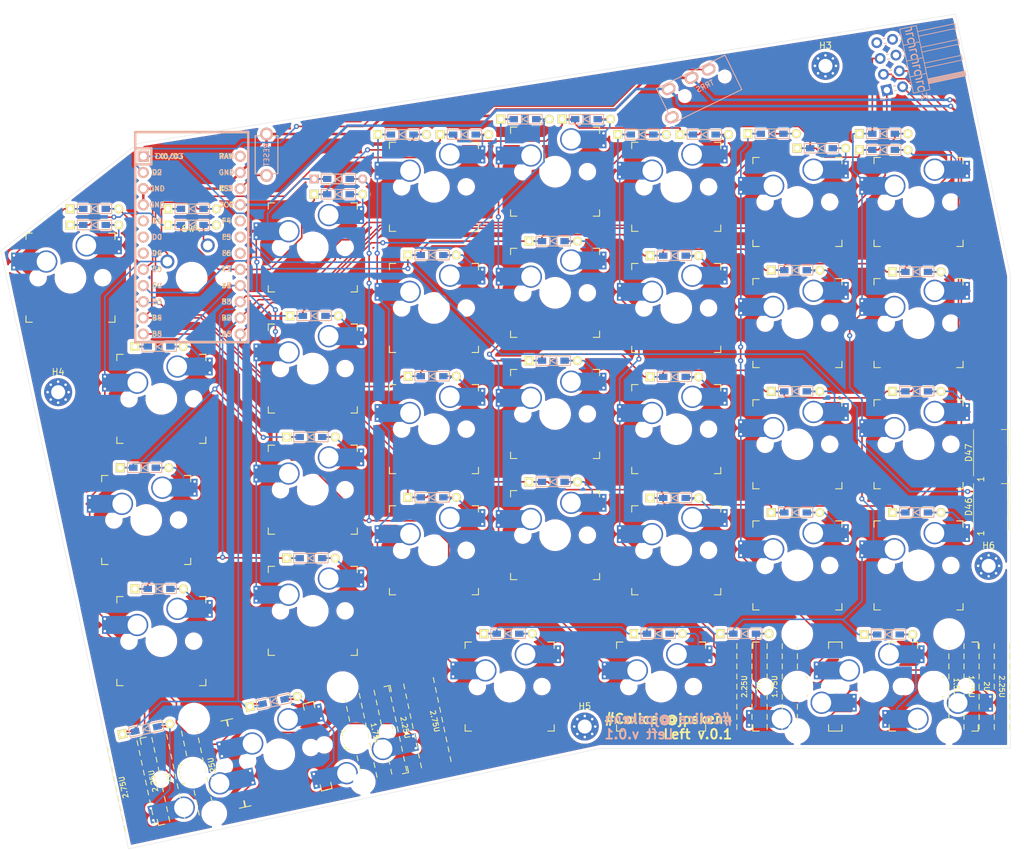
<source format=kicad_pcb>
(kicad_pcb (version 20171130) (host pcbnew "(5.1.5-0-10_14)")
  (layers (0 F.Cu signal) (31 B.Cu signal) (34 B.Paste user) (35 F.Paste user) (36 B.SilkS user) (37 F.SilkS user) (38 B.Mask user) (39 F.Mask user) (44 Edge.Cuts user))
  (net 0 "")
  (net 1 pin6)
  (net 2 pin1)
  (net 3 pin2)
  (net 4 pin3)
  (net 5 pin4)
  (net 6 pin5)
  (net 7 pin7)
  (net 8 "Net-(D8-Pad2)")
  (net 9 "Net-(D9-Pad2)")
  (net 10 "Net-(D11-Pad2)")
  (net 11 "Net-(D12-Pad2)")
  (net 12 pin8)
  (net 13 "Net-(D14-Pad2)")
  (net 14 "Net-(D17-Pad2)")
  (net 15 "Net-(D18-Pad2)")
  (net 16 pin9)
  (net 17 "Net-(D20-Pad2)")
  (net 18 "Net-(D21-Pad2)")
  (net 19 "Net-(D23-Pad2)")
  (net 20 "Net-(D24-Pad2)")
  (net 21 pin10)
  (net 22 "Net-(D26-Pad2)")
  (net 23 "Net-(D27-Pad2)")
  (net 24 "Net-(D29-Pad2)")
  (net 25 "Net-(D30-Pad2)")
  (net 26 "Net-(D32-Pad2)")
  (net 27 "Net-(D33-Pad2)")
  (net 28 "Net-(D35-Pad2)")
  (net 29 "Net-(D36-Pad2)")
  (net 30 "Net-(D38-Pad2)")
  (net 31 "Net-(D41-Pad2)")
  (net 32 "Net-(D42-Pad2)")
  (net 33 "Net-(D44-Pad2)")
  (net 34 "Net-(D45-Pad2)")
  (net 35 "Net-(D46-Pad2)")
  (net 36 "Net-(D47-Pad2)")
  (net 37 data)
  (net 38 led)
  (net 39 GND1)
  (net 40 VCC)
  (net 41 "Net-(J3-PadA)")
  (net 42 "Net-(J4-Pad6)")
  (net 43 "Net-(J4-Pad7)")
  (net 44 "Net-(J4-Pad8)")
  (net 45 reset)
  (net 46 "Net-(U1-Pad24)")
  (net 47 "Net-(D1-Pad1)")
  (net 48 "Net-(D2-Pad2)")
  (net 49 "Net-(D5-Pad2)")
  (net 50 "Net-(D6-Pad2)")
  (net 51 "Net-(D7-Pad2)")
  (net 52 "Net-(D13-Pad2)")
  (net 53 "Net-(D19-Pad2)")
  (net 54 "Net-(D25-Pad2)")
  (net 55 "Net-(D31-Pad2)")
  (net 56 "Net-(D37-Pad2)")
  (net 57 "Net-(D43-Pad2)")
  (net 58 "Net-(D3-Pad2)")
  (net 59 "Net-(D4-Pad1)")
  (net 60 "Net-(D10-Pad1)")
  (net 61 "Net-(D16-Pad1)")
  (net 62 "Net-(D22-Pad1)")
  (net 63 "Net-(D28-Pad1)")
  (net 64 "Net-(D34-Pad1)")
  (net 65 "Net-(U1-Pad5)")
  (net 66 "Net-(U1-Pad6)")
  (net 67 "Net-(U1-Pad7)")
  (net 68 "Net-(U1-Pad18)")
  (net 69 "Net-(U1-Pad19)")
  (net 70 "Net-(U1-Pad20)")
  (module SMK_keebio:ArduinoProMicro (layer F.Cu) (at 64.3128 68.707 270)
    (fp_text reference U1 hide)
    (fp_text value ProMicro hide)
    (fp_text user D2 (at -11.43 5.461) (layer B.SilkS) (effects (font (size 0.8 0.8)) (justify mirror)))
    (fp_text user D0 (at -1.27 5.461) (layer B.SilkS) (effects (font (size 0.8 0.8)) (justify mirror)))
    (fp_text user D1 (at -3.81 5.461) (layer B.SilkS) (effects (font (size 0.8 0.8)) (justify mirror)))
    (fp_text user GND (at -6.35 5.461) (layer B.SilkS) (effects (font (size 0.8 0.8)) (justify mirror)))
    (fp_text user GND (at -8.89 5.461) (layer B.SilkS) (effects (font (size 0.8 0.8)) (justify mirror)))
    (fp_text user D4 (at 1.27 5.461) (layer B.SilkS) (effects (font (size 0.8 0.8)) (justify mirror)))
    (fp_text user C6 (at 3.81 5.461) (layer B.SilkS) (effects (font (size 0.8 0.8)) (justify mirror)))
    (fp_text user D7 (at 6.35 5.461) (layer B.SilkS) (effects (font (size 0.8 0.8)) (justify mirror)))
    (fp_text user E6 (at 8.89 5.461) (layer B.SilkS) (effects (font (size 0.8 0.8)) (justify mirror)))
    (fp_text user B4 (at 11.43 5.461) (layer B.SilkS) (effects (font (size 0.8 0.8)) (justify mirror)))
    (fp_text user B5 (at 13.97 5.461) (layer B.SilkS) (effects (font (size 0.8 0.8)) (justify mirror)))
    (fp_text user B6 (at 13.97 -5.461) (layer B.SilkS) (effects (font (size 0.8 0.8)) (justify mirror)))
    (fp_text user B2 (at 11.43 -5.461) (layer F.SilkS) (effects (font (size 0.8 0.8))))
    (fp_text user B3 (at 8.89 -5.461) (layer B.SilkS) (effects (font (size 0.8 0.8)) (justify mirror)))
    (fp_text user B1 (at 6.35 -5.461) (layer B.SilkS) (effects (font (size 0.8 0.8)) (justify mirror)))
    (fp_text user F7 (at 3.81 -5.461) (layer F.SilkS) (effects (font (size 0.8 0.8))))
    (fp_text user F6 (at 1.27 -5.461) (layer F.SilkS) (effects (font (size 0.8 0.8))))
    (fp_text user F5 (at -1.27 -5.461) (layer F.SilkS) (effects (font (size 0.8 0.8))))
    (fp_text user F4 (at -3.81 -5.461) (layer B.SilkS) (effects (font (size 0.8 0.8)) (justify mirror)))
    (fp_text user VCC (at -6.35 -5.461) (layer B.SilkS) (effects (font (size 0.8 0.8)) (justify mirror)))
    (fp_text user GND (at -11.43 -5.461) (layer B.SilkS) (effects (font (size 0.8 0.8)) (justify mirror)))
    (fp_text user RAW (at -13.97 -5.461) (layer B.SilkS) (effects (font (size 0.8 0.8)) (justify mirror)))
    (fp_text user RAW (at -13.97 -5.461) (layer F.SilkS) (effects (font (size 0.8 0.8))))
    (fp_text user GND (at -11.43 -5.461) (layer F.SilkS) (effects (font (size 0.8 0.8))))
    (fp_text user ST (at -8.92 -5.73312) (layer F.SilkS) (effects (font (size 0.8 0.8))))
    (fp_text user VCC (at -6.35 -5.461) (layer F.SilkS) (effects (font (size 0.8 0.8))))
    (fp_text user F4 (at -3.81 -5.461) (layer F.SilkS) (effects (font (size 0.8 0.8))))
    (fp_text user F5 (at -1.27 -5.461) (layer B.SilkS) (effects (font (size 0.8 0.8)) (justify mirror)))
    (fp_text user F6 (at 1.27 -5.461) (layer B.SilkS) (effects (font (size 0.8 0.8)) (justify mirror)))
    (fp_text user F7 (at 3.81 -5.461) (layer B.SilkS) (effects (font (size 0.8 0.8)) (justify mirror)))
    (fp_text user B1 (at 6.35 -5.461) (layer F.SilkS) (effects (font (size 0.8 0.8))))
    (fp_text user B3 (at 8.89 -5.461) (layer F.SilkS) (effects (font (size 0.8 0.8))))
    (fp_text user B2 (at 11.43 -5.461) (layer B.SilkS) (effects (font (size 0.8 0.8)) (justify mirror)))
    (fp_text user B6 (at 13.97 -5.461) (layer F.SilkS) (effects (font (size 0.8 0.8))))
    (fp_text user B5 (at 13.97 5.461) (layer F.SilkS) (effects (font (size 0.8 0.8))))
    (fp_text user B4 (at 11.43 5.461) (layer F.SilkS) (effects (font (size 0.8 0.8))))
    (fp_text user E6 (at 8.89 5.461) (layer F.SilkS) (effects (font (size 0.8 0.8))))
    (fp_text user D7 (at 6.35 5.461) (layer F.SilkS) (effects (font (size 0.8 0.8))))
    (fp_text user C6 (at 3.81 5.461) (layer F.SilkS) (effects (font (size 0.8 0.8))))
    (fp_text user D4 (at 1.27 5.461) (layer F.SilkS) (effects (font (size 0.8 0.8))))
    (fp_text user GND (at -8.89 5.461) (layer F.SilkS) (effects (font (size 0.8 0.8))))
    (fp_text user GND (at -6.35 5.461) (layer F.SilkS) (effects (font (size 0.8 0.8))))
    (fp_text user D1 (at -3.81 5.461) (layer F.SilkS) (effects (font (size 0.8 0.8))))
    (fp_text user D0 (at -1.27 5.461) (layer F.SilkS) (effects (font (size 0.8 0.8))))
    (fp_text user D2 (at -11.43 5.461) (layer F.SilkS) (effects (font (size 0.8 0.8))))
    (fp_text user TX0/D3 (at -13.97 3.571872) (layer B.SilkS) (effects (font (size 0.8 0.8)) (justify mirror)))
    (fp_text user TX0/D3 (at -13.97 3.571872) (layer F.SilkS) (effects (font (size 0.8 0.8))))
    (fp_text user ST (at -8.91 -5.04) (layer B.SilkS) (effects (font (size 0.8 0.8)) (justify mirror)))
    (pad 1 thru_hole rect (at -13.97 7.62 270) (size 1.7526 1.7526) (drill 1.0922) (layers *.Cu *.SilkS *.Mask) (net 38 led))
    (pad 2 thru_hole circle (at -11.43 7.62 270) (size 1.7526 1.7526) (drill 1.0922) (layers *.Cu *.SilkS *.Mask) (net 37 data))
    (pad 3 thru_hole circle (at -8.89 7.62 270) (size 1.7526 1.7526) (drill 1.0922) (layers *.Cu *.SilkS *.Mask) (net 39 GND1))
    (pad 4 thru_hole circle (at -6.35 7.62 270) (size 1.7526 1.7526) (drill 1.0922) (layers *.Cu *.SilkS *.Mask) (net 39 GND1))
    (pad 5 thru_hole circle (at -3.81 7.62 270) (size 1.7526 1.7526) (drill 1.0922) (layers *.Cu *.SilkS *.Mask) (net 65 "Net-(U1-Pad5)"))
    (pad 6 thru_hole circle (at -1.27 7.62 270) (size 1.7526 1.7526) (drill 1.0922) (layers *.Cu *.SilkS *.Mask) (net 66 "Net-(U1-Pad6)"))
    (pad 7 thru_hole circle (at 1.27 7.62 270) (size 1.7526 1.7526) (drill 1.0922) (layers *.Cu *.SilkS *.Mask) (net 67 "Net-(U1-Pad7)"))
    (pad 8 thru_hole circle (at 3.81 7.62 270) (size 1.7526 1.7526) (drill 1.0922) (layers *.Cu *.SilkS *.Mask) (net 1 pin6))
    (pad 9 thru_hole circle (at 6.35 7.62 270) (size 1.7526 1.7526) (drill 1.0922) (layers *.Cu *.SilkS *.Mask) (net 7 pin7))
    (pad 10 thru_hole circle (at 8.89 7.62 270) (size 1.7526 1.7526) (drill 1.0922) (layers *.Cu *.SilkS *.Mask) (net 12 pin8))
    (pad 11 thru_hole circle (at 11.43 7.62 270) (size 1.7526 1.7526) (drill 1.0922) (layers *.Cu *.SilkS *.Mask) (net 16 pin9))
    (pad 13 thru_hole circle (at 13.97 -7.62 270) (size 1.7526 1.7526) (drill 1.0922) (layers *.Cu *.SilkS *.Mask) (net 6 pin5))
    (pad 14 thru_hole circle (at 11.43 -7.62 270) (size 1.7526 1.7526) (drill 1.0922) (layers *.Cu *.SilkS *.Mask) (net 5 pin4))
    (pad 15 thru_hole circle (at 8.89 -7.62 270) (size 1.7526 1.7526) (drill 1.0922) (layers *.Cu *.SilkS *.Mask) (net 4 pin3))
    (pad 16 thru_hole circle (at 6.35 -7.62 270) (size 1.7526 1.7526) (drill 1.0922) (layers *.Cu *.SilkS *.Mask) (net 3 pin2))
    (pad 17 thru_hole circle (at 3.81 -7.62 270) (size 1.7526 1.7526) (drill 1.0922) (layers *.Cu *.SilkS *.Mask) (net 2 pin1))
    (pad 18 thru_hole circle (at 1.27 -7.62 270) (size 1.7526 1.7526) (drill 1.0922) (layers *.Cu *.SilkS *.Mask) (net 68 "Net-(U1-Pad18)"))
    (pad 19 thru_hole circle (at -1.27 -7.62 270) (size 1.7526 1.7526) (drill 1.0922) (layers *.Cu *.SilkS *.Mask) (net 69 "Net-(U1-Pad19)"))
    (pad 20 thru_hole circle (at -3.81 -7.62 270) (size 1.7526 1.7526) (drill 1.0922) (layers *.Cu *.SilkS *.Mask) (net 70 "Net-(U1-Pad20)"))
    (pad 21 thru_hole circle (at -6.35 -7.62 270) (size 1.7526 1.7526) (drill 1.0922) (layers *.Cu *.SilkS *.Mask) (net 40 VCC))
    (pad 22 thru_hole circle (at -8.89 -7.62 270) (size 1.7526 1.7526) (drill 1.0922) (layers *.Cu *.SilkS *.Mask) (net 45 reset))
    (pad 23 thru_hole circle (at -11.43 -7.62 270) (size 1.7526 1.7526) (drill 1.0922) (layers *.Cu *.SilkS *.Mask) (net 39 GND1))
    (pad 12 thru_hole circle (at 13.97 7.62 270) (size 1.7526 1.7526) (drill 1.0922) (layers *.Cu *.SilkS *.Mask) (net 21 pin10))
    (pad 24 thru_hole circle (at -13.97 -7.62 270) (size 1.7526 1.7526) (drill 1.0922) (layers *.Cu *.SilkS *.Mask) (net 46 "Net-(U1-Pad24)"))
  )
  (module SMK_SU120:D3_TH_SMD (layer F.Cu) (at 173.101 51.181)
    (fp_text reference D40 hide)
    (fp_text value D hide)
    (pad 2 smd rect (at 1.775 0) (size 1.3 0.95) (layers F.Cu F.Paste F.Mask) (net 6 pin5))
    (pad 2 thru_hole circle (at 3.81 0) (size 1.397 1.397) (drill 0.8128) (layers *.Cu *.Mask F.SilkS) (net 6 pin5))
    (pad 1 thru_hole rect (at -3.81 0) (size 1.397 1.397) (drill 0.8128) (layers *.Cu *.Mask F.SilkS) (net 21 pin10))
    (pad 1 smd rect (at -1.775 0) (size 1.3 0.95) (layers B.Cu B.Paste B.Mask) (net 21 pin10))
    (pad 2 smd rect (at 1.775 0) (size 1.3 0.95) (layers B.Cu B.Paste B.Mask) (net 6 pin5))
    (pad 1 smd rect (at -1.775 0) (size 1.3 0.95) (layers F.Cu F.Paste F.Mask) (net 21 pin10))
  )
  (module SMK_SU120:D3_TH_SMD (layer F.Cu) (at 59.182 84.6455)
    (fp_text reference D6 hide)
    (fp_text value D hide)
    (pad 2 smd rect (at 1.775 0) (size 1.3 0.95) (layers F.Cu F.Paste F.Mask) (net 50 "Net-(D6-Pad2)"))
    (pad 2 thru_hole circle (at 3.81 0) (size 1.397 1.397) (drill 0.8128) (layers *.Cu *.Mask F.SilkS) (net 50 "Net-(D6-Pad2)"))
    (pad 1 thru_hole rect (at -3.81 0) (size 1.397 1.397) (drill 0.8128) (layers *.Cu *.Mask F.SilkS) (net 3 pin2))
    (pad 1 smd rect (at -1.775 0) (size 1.3 0.95) (layers B.Cu B.Paste B.Mask) (net 3 pin2))
    (pad 2 smd rect (at 1.775 0) (size 1.3 0.95) (layers B.Cu B.Paste B.Mask) (net 50 "Net-(D6-Pad2)"))
    (pad 1 smd rect (at -1.775 0) (size 1.3 0.95) (layers F.Cu F.Paste F.Mask) (net 3 pin2))
  )
  (module SMK_foostan:CherryMX_Hotswap_v2 (layer F.Cu) (at 78.074656 148.752598 12)
    (fp_text reference SW8)
    (fp_text value SW_Push)
    (pad 2 thru_hole circle (at 2.54 -5.08 12) (size 3.5 3.5) (drill 3) (layers *.Cu) (net 9 "Net-(D9-Pad2)"))
    (pad "" np_thru_hole circle (at 0 0 12) (size 3.9878 3.9878) (drill 3.9878) (layers *.Cu *.Mask))
    (pad 1 thru_hole circle (at -3.81 -2.54 12) (size 3.5 3.5) (drill 3) (layers *.Cu) (net 59 "Net-(D4-Pad1)"))
    (pad "" np_thru_hole circle (at -5.08 0 60.0996) (size 1.75 1.75) (drill 1.75) (layers *.Cu *.Mask))
    (pad "" np_thru_hole circle (at 5.08 0 60.0996) (size 1.75 1.75) (drill 1.75) (layers *.Cu *.Mask))
    (pad 1 smd rect (at -7.084999 -2.54 12) (size 2.55 2.8) (layers B.Cu B.Paste B.Mask) (net 59 "Net-(D4-Pad1)"))
    (pad 2 smd rect (at 5.815 -5.08 12) (size 2.55 2.8) (layers B.Cu B.Paste B.Mask) (net 9 "Net-(D9-Pad2)"))
    (pad 1 thru_hole circle (at -8.89 -3.502 12) (size 0.8 0.8) (drill 0.4) (layers *.Cu) (net 59 "Net-(D4-Pad1)"))
    (pad 2 thru_hole circle (at 7.62 -6.042 12) (size 0.8 0.8) (drill 0.4) (layers *.Cu) (net 9 "Net-(D9-Pad2)"))
    (pad 1 thru_hole circle (at -8.89 -1.578 12) (size 0.8 0.8) (drill 0.4) (layers *.Cu) (net 59 "Net-(D4-Pad1)"))
    (pad 2 thru_hole circle (at 7.62 -4.118 12) (size 0.8 0.8) (drill 0.4) (layers *.Cu) (net 9 "Net-(D9-Pad2)"))
    (pad 1 smd rect (at -7.085 -2.54 12) (size 4.5 2.8) (layers B.Cu) (net 59 "Net-(D4-Pad1)"))
    (pad 2 smd rect (at 5.842 -5.08 12) (size 4.5 2.8) (layers B.Cu) (net 9 "Net-(D9-Pad2)"))
  )
  (module SMK_SU120:CherryMX_MidHeight_Choc_Hotswap_2.75U_Outline (layer F.Cu) (at 78.074656 148.752598 192)
    (fp_text reference H2 hide)
    (fp_text value MountingHole hide)
    (fp_text user 2.75U (at -25.003125 0 282 unlocked) (layer F.SilkS) (effects (font (size 0.8 0.8))))
    (fp_text user 2.25U (at -20.240625 0 282 unlocked) (layer F.SilkS) (effects (font (size 0.8 0.8))))
    (fp_text user 2U (at -17.859375 0 282 unlocked) (layer F.SilkS) (effects (font (size 0.8 0.8))))
    (fp_text user 1.75U (at -15.478125 0 282 unlocked) (layer F.SilkS) (effects (font (size 0.8 0.8))))
    (fp_text user 1.5U (at -13.096875 0 282 unlocked) (layer F.SilkS) (effects (font (size 0.8 0.8))))
    (fp_text user 1.25U (at -10.715625 0 282 unlocked) (layer F.SilkS) (effects (font (size 0.8 0.8))))
    (fp_text user 2.75U (at 25.003125 0 102 unlocked) (layer F.SilkS) (effects (font (size 0.8 0.8))))
    (fp_text user 2.25U (at 20.240625 0 102 unlocked) (layer F.SilkS) (effects (font (size 0.8 0.8))))
    (fp_text user 2U (at 17.859375 0 102 unlocked) (layer F.SilkS) (effects (font (size 0.8 0.8))))
    (fp_text user 1.5U (at 13.096875 0 102 unlocked) (layer F.SilkS) (effects (font (size 0.8 0.8))))
    (fp_text user 1.75U (at 15.478125 0 102 unlocked) (layer F.SilkS) (effects (font (size 0.8 0.8))))
    (fp_text user 1.25U (at 10.715625 0 102 unlocked) (layer F.SilkS) (effects (font (size 0.8 0.8))))
    (pad "" np_thru_hole circle (at 11.938 8.255 192) (size 3.9878 3.9878) (drill 3.9878) (layers *.Cu *.Mask))
    (pad "" np_thru_hole circle (at -11.938 8.255 192) (size 3.9878 3.9878) (drill 3.9878) (layers *.Cu *.Mask))
    (pad "" np_thru_hole circle (at 11.938 -6.985 192) (size 3.048 3.048) (drill 3.048) (layers *.Cu *.Mask))
    (pad "" np_thru_hole circle (at -11.938 -6.985 192) (size 3.048 3.048) (drill 3.048) (layers *.Cu *.Mask))
  )
  (module SMK_SU120:D3_TH_SMD (layer F.Cu) (at 97.409 51.308)
    (fp_text reference D16 hide)
    (fp_text value D hide)
    (pad 2 smd rect (at 1.775 0) (size 1.3 0.95) (layers F.Cu F.Paste F.Mask) (net 2 pin1))
    (pad 2 thru_hole circle (at 3.81 0) (size 1.397 1.397) (drill 0.8128) (layers *.Cu *.Mask F.SilkS) (net 2 pin1))
    (pad 1 thru_hole rect (at -3.81 0) (size 1.397 1.397) (drill 0.8128) (layers *.Cu *.Mask F.SilkS) (net 61 "Net-(D16-Pad1)"))
    (pad 1 smd rect (at -1.775 0) (size 1.3 0.95) (layers B.Cu B.Paste B.Mask) (net 61 "Net-(D16-Pad1)"))
    (pad 2 smd rect (at 1.775 0) (size 1.3 0.95) (layers B.Cu B.Paste B.Mask) (net 2 pin1))
    (pad 1 smd rect (at -1.775 0) (size 1.3 0.95) (layers F.Cu F.Paste F.Mask) (net 61 "Net-(D16-Pad1)"))
  )
  (module SMK_SU120:D3_TH_SMD (layer F.Cu) (at 87.376 60.706)
    (fp_text reference D11 hide)
    (fp_text value D hide)
    (pad 2 smd rect (at 1.775 0) (size 1.3 0.95) (layers F.Cu F.Paste F.Mask) (net 10 "Net-(D11-Pad2)"))
    (pad 2 thru_hole circle (at 3.81 0) (size 1.397 1.397) (drill 0.8128) (layers *.Cu *.Mask F.SilkS) (net 10 "Net-(D11-Pad2)"))
    (pad 1 thru_hole rect (at -3.81 0) (size 1.397 1.397) (drill 0.8128) (layers *.Cu *.Mask F.SilkS) (net 2 pin1))
    (pad 1 smd rect (at -1.775 0) (size 1.3 0.95) (layers B.Cu B.Paste B.Mask) (net 2 pin1))
    (pad 2 smd rect (at 1.775 0) (size 1.3 0.95) (layers B.Cu B.Paste B.Mask) (net 10 "Net-(D11-Pad2)"))
    (pad 1 smd rect (at -1.775 0) (size 1.3 0.95) (layers F.Cu F.Paste F.Mask) (net 2 pin1))
  )
  (module SMK_foostan:CherryMX_Hotswap_v2 (layer F.Cu) (at 45.24375 73.81875)
    (fp_text reference SW2)
    (fp_text value SW_Push)
    (pad 2 thru_hole circle (at 2.54 -5.08) (size 3.5 3.5) (drill 3) (layers *.Cu) (net 48 "Net-(D2-Pad2)"))
    (pad "" np_thru_hole circle (at 0 0) (size 3.9878 3.9878) (drill 3.9878) (layers *.Cu *.Mask))
    (pad 1 thru_hole circle (at -3.81 -2.54) (size 3.5 3.5) (drill 3) (layers *.Cu) (net 47 "Net-(D1-Pad1)"))
    (pad "" np_thru_hole circle (at -5.08 0 48.0996) (size 1.75 1.75) (drill 1.75) (layers *.Cu *.Mask))
    (pad "" np_thru_hole circle (at 5.08 0 48.0996) (size 1.75 1.75) (drill 1.75) (layers *.Cu *.Mask))
    (pad 1 smd rect (at -7.085 -2.54) (size 2.55 2.8) (layers B.Cu B.Paste B.Mask) (net 47 "Net-(D1-Pad1)"))
    (pad 2 smd rect (at 5.815 -5.08) (size 2.55 2.8) (layers B.Cu B.Paste B.Mask) (net 48 "Net-(D2-Pad2)"))
    (pad 1 thru_hole circle (at -8.89 -3.502) (size 0.8 0.8) (drill 0.4) (layers *.Cu) (net 47 "Net-(D1-Pad1)"))
    (pad 2 thru_hole circle (at 7.62 -6.042) (size 0.8 0.8) (drill 0.4) (layers *.Cu) (net 48 "Net-(D2-Pad2)"))
    (pad 1 thru_hole circle (at -8.89 -1.578) (size 0.8 0.8) (drill 0.4) (layers *.Cu) (net 47 "Net-(D1-Pad1)"))
    (pad 2 thru_hole circle (at 7.62 -4.118) (size 0.8 0.8) (drill 0.4) (layers *.Cu) (net 48 "Net-(D2-Pad2)"))
    (pad 1 smd rect (at -7.085 -2.54) (size 4.5 2.8) (layers B.Cu) (net 47 "Net-(D1-Pad1)"))
    (pad 2 smd rect (at 5.842 -5.08) (size 4.5 2.8) (layers B.Cu) (net 48 "Net-(D2-Pad2)"))
  )
  (module SMK_SU120:D3_TH_SMD (layer F.Cu) (at 49.022 62.992)
    (fp_text reference D1 hide)
    (fp_text value D hide)
    (pad 2 smd rect (at 1.775 0) (size 1.3 0.95) (layers F.Cu F.Paste F.Mask) (net 12 pin8))
    (pad 2 thru_hole circle (at 3.81 0) (size 1.397 1.397) (drill 0.8128) (layers *.Cu *.Mask F.SilkS) (net 12 pin8))
    (pad 1 thru_hole rect (at -3.81 0) (size 1.397 1.397) (drill 0.8128) (layers *.Cu *.Mask F.SilkS) (net 47 "Net-(D1-Pad1)"))
    (pad 1 smd rect (at -1.775 0) (size 1.3 0.95) (layers B.Cu B.Paste B.Mask) (net 47 "Net-(D1-Pad1)"))
    (pad 2 smd rect (at 1.775 0) (size 1.3 0.95) (layers B.Cu B.Paste B.Mask) (net 12 pin8))
    (pad 1 smd rect (at -1.775 0) (size 1.3 0.95) (layers F.Cu F.Paste F.Mask) (net 47 "Net-(D1-Pad1)"))
  )
  (module SMK_SU120:D3_TH_SMD (layer F.Cu) (at 49.022 65.532)
    (fp_text reference D2 hide)
    (fp_text value D hide)
    (pad 2 smd rect (at 1.775 0) (size 1.3 0.95) (layers F.Cu F.Paste F.Mask) (net 48 "Net-(D2-Pad2)"))
    (pad 2 thru_hole circle (at 3.81 0) (size 1.397 1.397) (drill 0.8128) (layers *.Cu *.Mask F.SilkS) (net 48 "Net-(D2-Pad2)"))
    (pad 1 thru_hole rect (at -3.81 0) (size 1.397 1.397) (drill 0.8128) (layers *.Cu *.Mask F.SilkS) (net 2 pin1))
    (pad 1 smd rect (at -1.775 0) (size 1.3 0.95) (layers B.Cu B.Paste B.Mask) (net 2 pin1))
    (pad 2 smd rect (at 1.775 0) (size 1.3 0.95) (layers B.Cu B.Paste B.Mask) (net 48 "Net-(D2-Pad2)"))
    (pad 1 smd rect (at -1.775 0) (size 1.3 0.95) (layers F.Cu F.Paste F.Mask) (net 2 pin1))
  )
  (module SMK_SU120:D3_TH_SMD (layer F.Cu) (at 64.389 62.992)
    (fp_text reference D4 hide)
    (fp_text value D hide)
    (pad 1 smd rect (at -1.775 0) (size 1.3 0.95) (layers F.Cu F.Paste F.Mask) (net 59 "Net-(D4-Pad1)"))
    (pad 2 smd rect (at 1.775 0) (size 1.3 0.95) (layers B.Cu B.Paste B.Mask) (net 16 pin9))
    (pad 1 smd rect (at -1.775 0) (size 1.3 0.95) (layers B.Cu B.Paste B.Mask) (net 59 "Net-(D4-Pad1)"))
    (pad 1 thru_hole rect (at -3.81 0) (size 1.397 1.397) (drill 0.8128) (layers *.Cu *.Mask F.SilkS) (net 59 "Net-(D4-Pad1)"))
    (pad 2 thru_hole circle (at 3.81 0) (size 1.397 1.397) (drill 0.8128) (layers *.Cu *.Mask F.SilkS) (net 16 pin9))
    (pad 2 smd rect (at 1.775 0) (size 1.3 0.95) (layers F.Cu F.Paste F.Mask) (net 16 pin9))
  )
  (module SMK_SU120:D3_TH_SMD (layer F.Cu) (at 64.389 65.532)
    (fp_text reference D5 hide)
    (fp_text value D hide)
    (pad 2 smd rect (at 1.775 0) (size 1.3 0.95) (layers F.Cu F.Paste F.Mask) (net 49 "Net-(D5-Pad2)"))
    (pad 2 thru_hole circle (at 3.81 0) (size 1.397 1.397) (drill 0.8128) (layers *.Cu *.Mask F.SilkS) (net 49 "Net-(D5-Pad2)"))
    (pad 1 thru_hole rect (at -3.81 0) (size 1.397 1.397) (drill 0.8128) (layers *.Cu *.Mask F.SilkS) (net 2 pin1))
    (pad 1 smd rect (at -1.775 0) (size 1.3 0.95) (layers B.Cu B.Paste B.Mask) (net 2 pin1))
    (pad 2 smd rect (at 1.775 0) (size 1.3 0.95) (layers B.Cu B.Paste B.Mask) (net 49 "Net-(D5-Pad2)"))
    (pad 1 smd rect (at -1.775 0) (size 1.3 0.95) (layers F.Cu F.Paste F.Mask) (net 2 pin1))
  )
  (module SMK_SU120:D3_TH_SMD (layer F.Cu) (at 56.896 103.6955)
    (fp_text reference D7 hide)
    (fp_text value D hide)
    (pad 2 smd rect (at 1.775 0) (size 1.3 0.95) (layers F.Cu F.Paste F.Mask) (net 51 "Net-(D7-Pad2)"))
    (pad 2 thru_hole circle (at 3.81 0) (size 1.397 1.397) (drill 0.8128) (layers *.Cu *.Mask F.SilkS) (net 51 "Net-(D7-Pad2)"))
    (pad 1 thru_hole rect (at -3.81 0) (size 1.397 1.397) (drill 0.8128) (layers *.Cu *.Mask F.SilkS) (net 4 pin3))
    (pad 1 smd rect (at -1.775 0) (size 1.3 0.95) (layers B.Cu B.Paste B.Mask) (net 4 pin3))
    (pad 2 smd rect (at 1.775 0) (size 1.3 0.95) (layers B.Cu B.Paste B.Mask) (net 51 "Net-(D7-Pad2)"))
    (pad 1 smd rect (at -1.775 0) (size 1.3 0.95) (layers F.Cu F.Paste F.Mask) (net 4 pin3))
  )
  (module SMK_SU120:D3_TH_SMD (layer F.Cu) (at 59.182 122.7455)
    (fp_text reference D8 hide)
    (fp_text value D hide)
    (pad 2 smd rect (at 1.775 0) (size 1.3 0.95) (layers F.Cu F.Paste F.Mask) (net 8 "Net-(D8-Pad2)"))
    (pad 2 thru_hole circle (at 3.81 0) (size 1.397 1.397) (drill 0.8128) (layers *.Cu *.Mask F.SilkS) (net 8 "Net-(D8-Pad2)"))
    (pad 1 thru_hole rect (at -3.81 0) (size 1.397 1.397) (drill 0.8128) (layers *.Cu *.Mask F.SilkS) (net 5 pin4))
    (pad 1 smd rect (at -1.775 0) (size 1.3 0.95) (layers B.Cu B.Paste B.Mask) (net 5 pin4))
    (pad 2 smd rect (at 1.775 0) (size 1.3 0.95) (layers B.Cu B.Paste B.Mask) (net 8 "Net-(D8-Pad2)"))
    (pad 1 smd rect (at -1.775 0) (size 1.3 0.95) (layers F.Cu F.Paste F.Mask) (net 5 pin4))
  )
  (module SMK_SU120:D3_TH_SMD (layer F.Cu) (at 77.1906 140.462 12)
    (fp_text reference D9 hide)
    (fp_text value D hide)
    (pad 2 smd rect (at 1.775 0 12) (size 1.3 0.95) (layers F.Cu F.Paste F.Mask) (net 9 "Net-(D9-Pad2)"))
    (pad 2 thru_hole circle (at 3.81 0 12) (size 1.397 1.397) (drill 0.8128) (layers *.Cu *.Mask F.SilkS) (net 9 "Net-(D9-Pad2)"))
    (pad 1 thru_hole rect (at -3.81 0 12) (size 1.397 1.397) (drill 0.8128) (layers *.Cu *.Mask F.SilkS) (net 6 pin5))
    (pad 1 smd rect (at -1.775 0 12) (size 1.3 0.95) (layers B.Cu B.Paste B.Mask) (net 6 pin5))
    (pad 2 smd rect (at 1.775 0 12) (size 1.3 0.95) (layers B.Cu B.Paste B.Mask) (net 9 "Net-(D9-Pad2)"))
    (pad 1 smd rect (at -1.775 0 12) (size 1.3 0.95) (layers F.Cu F.Paste F.Mask) (net 6 pin5))
  )
  (module SMK_SU120:D3_TH_SMD (layer B.Cu) (at 87.376 58.293)
    (fp_text reference D10 hide)
    (fp_text value D hide)
    (pad 2 smd rect (at 1.775 0) (size 1.3 0.95) (layers B.Cu B.Paste B.Mask) (net 21 pin10))
    (pad 2 thru_hole circle (at 3.81 0) (size 1.397 1.397) (drill 0.8128) (layers *.Cu *.Mask B.SilkS) (net 21 pin10))
    (pad 1 thru_hole rect (at -3.81 0) (size 1.397 1.397) (drill 0.8128) (layers *.Cu *.Mask B.SilkS) (net 60 "Net-(D10-Pad1)"))
    (pad 1 smd rect (at -1.775 0) (size 1.3 0.95) (layers F.Cu F.Paste F.Mask) (net 60 "Net-(D10-Pad1)"))
    (pad 2 smd rect (at 1.775 0) (size 1.3 0.95) (layers F.Cu F.Paste F.Mask) (net 21 pin10))
    (pad 1 smd rect (at -1.775 0) (size 1.3 0.95) (layers B.Cu B.Paste B.Mask) (net 60 "Net-(D10-Pad1)"))
  )
  (module SMK_SU120:D3_TH_SMD (layer F.Cu) (at 83.566 79.8195)
    (fp_text reference D12 hide)
    (fp_text value D hide)
    (pad 2 smd rect (at 1.775 0) (size 1.3 0.95) (layers F.Cu F.Paste F.Mask) (net 11 "Net-(D12-Pad2)"))
    (pad 2 thru_hole circle (at 3.81 0) (size 1.397 1.397) (drill 0.8128) (layers *.Cu *.Mask F.SilkS) (net 11 "Net-(D12-Pad2)"))
    (pad 1 thru_hole rect (at -3.81 0) (size 1.397 1.397) (drill 0.8128) (layers *.Cu *.Mask F.SilkS) (net 3 pin2))
    (pad 1 smd rect (at -1.775 0) (size 1.3 0.95) (layers B.Cu B.Paste B.Mask) (net 3 pin2))
    (pad 2 smd rect (at 1.775 0) (size 1.3 0.95) (layers B.Cu B.Paste B.Mask) (net 11 "Net-(D12-Pad2)"))
    (pad 1 smd rect (at -1.775 0) (size 1.3 0.95) (layers F.Cu F.Paste F.Mask) (net 3 pin2))
  )
  (module SMK_SU120:D3_TH_SMD (layer F.Cu) (at 83.058 98.8695)
    (fp_text reference D13 hide)
    (fp_text value D hide)
    (pad 2 smd rect (at 1.775 0) (size 1.3 0.95) (layers F.Cu F.Paste F.Mask) (net 52 "Net-(D13-Pad2)"))
    (pad 2 thru_hole circle (at 3.81 0) (size 1.397 1.397) (drill 0.8128) (layers *.Cu *.Mask F.SilkS) (net 52 "Net-(D13-Pad2)"))
    (pad 1 thru_hole rect (at -3.81 0) (size 1.397 1.397) (drill 0.8128) (layers *.Cu *.Mask F.SilkS) (net 4 pin3))
    (pad 1 smd rect (at -1.775 0) (size 1.3 0.95) (layers B.Cu B.Paste B.Mask) (net 4 pin3))
    (pad 2 smd rect (at 1.775 0) (size 1.3 0.95) (layers B.Cu B.Paste B.Mask) (net 52 "Net-(D13-Pad2)"))
    (pad 1 smd rect (at -1.775 0) (size 1.3 0.95) (layers F.Cu F.Paste F.Mask) (net 4 pin3))
  )
  (module SMK_SU120:D3_TH_SMD (layer F.Cu) (at 83.058 117.9195)
    (fp_text reference D14 hide)
    (fp_text value D hide)
    (pad 2 smd rect (at 1.775 0) (size 1.3 0.95) (layers F.Cu F.Paste F.Mask) (net 13 "Net-(D14-Pad2)"))
    (pad 2 thru_hole circle (at 3.81 0) (size 1.397 1.397) (drill 0.8128) (layers *.Cu *.Mask F.SilkS) (net 13 "Net-(D14-Pad2)"))
    (pad 1 thru_hole rect (at -3.81 0) (size 1.397 1.397) (drill 0.8128) (layers *.Cu *.Mask F.SilkS) (net 5 pin4))
    (pad 1 smd rect (at -1.775 0) (size 1.3 0.95) (layers B.Cu B.Paste B.Mask) (net 5 pin4))
    (pad 2 smd rect (at 1.775 0) (size 1.3 0.95) (layers B.Cu B.Paste B.Mask) (net 13 "Net-(D14-Pad2)"))
    (pad 1 smd rect (at -1.775 0) (size 1.3 0.95) (layers F.Cu F.Paste F.Mask) (net 5 pin4))
  )
  (module SMK_SU120:D3_TH_SMD (layer F.Cu) (at 107.188 51.308)
    (fp_text reference D17 hide)
    (fp_text value D hide)
    (pad 2 smd rect (at 1.775 0) (size 1.3 0.95) (layers F.Cu F.Paste F.Mask) (net 14 "Net-(D17-Pad2)"))
    (pad 2 thru_hole circle (at 3.81 0) (size 1.397 1.397) (drill 0.8128) (layers *.Cu *.Mask F.SilkS) (net 14 "Net-(D17-Pad2)"))
    (pad 1 thru_hole rect (at -3.81 0) (size 1.397 1.397) (drill 0.8128) (layers *.Cu *.Mask F.SilkS) (net 1 pin6))
    (pad 1 smd rect (at -1.775 0) (size 1.3 0.95) (layers B.Cu B.Paste B.Mask) (net 1 pin6))
    (pad 2 smd rect (at 1.775 0) (size 1.3 0.95) (layers B.Cu B.Paste B.Mask) (net 14 "Net-(D17-Pad2)"))
    (pad 1 smd rect (at -1.775 0) (size 1.3 0.95) (layers F.Cu F.Paste F.Mask) (net 1 pin6))
  )
  (module SMK_SU120:D3_TH_SMD (layer F.Cu) (at 102.108 70.26275)
    (fp_text reference D18 hide)
    (fp_text value D hide)
    (pad 2 smd rect (at 1.775 0) (size 1.3 0.95) (layers F.Cu F.Paste F.Mask) (net 15 "Net-(D18-Pad2)"))
    (pad 2 thru_hole circle (at 3.81 0) (size 1.397 1.397) (drill 0.8128) (layers *.Cu *.Mask F.SilkS) (net 15 "Net-(D18-Pad2)"))
    (pad 1 thru_hole rect (at -3.81 0) (size 1.397 1.397) (drill 0.8128) (layers *.Cu *.Mask F.SilkS) (net 7 pin7))
    (pad 1 smd rect (at -1.775 0) (size 1.3 0.95) (layers B.Cu B.Paste B.Mask) (net 7 pin7))
    (pad 2 smd rect (at 1.775 0) (size 1.3 0.95) (layers B.Cu B.Paste B.Mask) (net 15 "Net-(D18-Pad2)"))
    (pad 1 smd rect (at -1.775 0) (size 1.3 0.95) (layers F.Cu F.Paste F.Mask) (net 7 pin7))
  )
  (module SMK_SU120:D3_TH_SMD (layer F.Cu) (at 102.108 89.31275)
    (fp_text reference D19 hide)
    (fp_text value D hide)
    (pad 2 smd rect (at 1.775 0) (size 1.3 0.95) (layers F.Cu F.Paste F.Mask) (net 53 "Net-(D19-Pad2)"))
    (pad 2 thru_hole circle (at 3.81 0) (size 1.397 1.397) (drill 0.8128) (layers *.Cu *.Mask F.SilkS) (net 53 "Net-(D19-Pad2)"))
    (pad 1 thru_hole rect (at -3.81 0) (size 1.397 1.397) (drill 0.8128) (layers *.Cu *.Mask F.SilkS) (net 12 pin8))
    (pad 1 smd rect (at -1.775 0) (size 1.3 0.95) (layers B.Cu B.Paste B.Mask) (net 12 pin8))
    (pad 2 smd rect (at 1.775 0) (size 1.3 0.95) (layers B.Cu B.Paste B.Mask) (net 53 "Net-(D19-Pad2)"))
    (pad 1 smd rect (at -1.775 0) (size 1.3 0.95) (layers F.Cu F.Paste F.Mask) (net 12 pin8))
  )
  (module SMK_SU120:D3_TH_SMD (layer F.Cu) (at 102.108 108.36275)
    (fp_text reference D20 hide)
    (fp_text value D hide)
    (pad 2 smd rect (at 1.775 0) (size 1.3 0.95) (layers F.Cu F.Paste F.Mask) (net 17 "Net-(D20-Pad2)"))
    (pad 2 thru_hole circle (at 3.81 0) (size 1.397 1.397) (drill 0.8128) (layers *.Cu *.Mask F.SilkS) (net 17 "Net-(D20-Pad2)"))
    (pad 1 thru_hole rect (at -3.81 0) (size 1.397 1.397) (drill 0.8128) (layers *.Cu *.Mask F.SilkS) (net 16 pin9))
    (pad 1 smd rect (at -1.775 0) (size 1.3 0.95) (layers B.Cu B.Paste B.Mask) (net 16 pin9))
    (pad 2 smd rect (at 1.775 0) (size 1.3 0.95) (layers B.Cu B.Paste B.Mask) (net 17 "Net-(D20-Pad2)"))
    (pad 1 smd rect (at -1.775 0) (size 1.3 0.95) (layers F.Cu F.Paste F.Mask) (net 16 pin9))
  )
  (module SMK_SU120:D3_TH_SMD (layer F.Cu) (at 114.046 129.794)
    (fp_text reference D21 hide)
    (fp_text value D hide)
    (pad 2 smd rect (at 1.775 0) (size 1.3 0.95) (layers F.Cu F.Paste F.Mask) (net 18 "Net-(D21-Pad2)"))
    (pad 2 thru_hole circle (at 3.81 0) (size 1.397 1.397) (drill 0.8128) (layers *.Cu *.Mask F.SilkS) (net 18 "Net-(D21-Pad2)"))
    (pad 1 thru_hole rect (at -3.81 0) (size 1.397 1.397) (drill 0.8128) (layers *.Cu *.Mask F.SilkS) (net 21 pin10))
    (pad 1 smd rect (at -1.775 0) (size 1.3 0.95) (layers B.Cu B.Paste B.Mask) (net 21 pin10))
    (pad 2 smd rect (at 1.775 0) (size 1.3 0.95) (layers B.Cu B.Paste B.Mask) (net 18 "Net-(D21-Pad2)"))
    (pad 1 smd rect (at -1.775 0) (size 1.3 0.95) (layers F.Cu F.Paste F.Mask) (net 21 pin10))
  )
  (module SMK_SU120:D3_TH_SMD (layer F.Cu) (at 116.713 48.895)
    (fp_text reference D22 hide)
    (fp_text value D hide)
    (pad 1 smd rect (at -1.775 0) (size 1.3 0.95) (layers F.Cu F.Paste F.Mask) (net 62 "Net-(D22-Pad1)"))
    (pad 2 smd rect (at 1.775 0) (size 1.3 0.95) (layers B.Cu B.Paste B.Mask) (net 3 pin2))
    (pad 1 smd rect (at -1.775 0) (size 1.3 0.95) (layers B.Cu B.Paste B.Mask) (net 62 "Net-(D22-Pad1)"))
    (pad 1 thru_hole rect (at -3.81 0) (size 1.397 1.397) (drill 0.8128) (layers *.Cu *.Mask F.SilkS) (net 62 "Net-(D22-Pad1)"))
    (pad 2 thru_hole circle (at 3.81 0) (size 1.397 1.397) (drill 0.8128) (layers *.Cu *.Mask F.SilkS) (net 3 pin2))
    (pad 2 smd rect (at 1.775 0) (size 1.3 0.95) (layers F.Cu F.Paste F.Mask) (net 3 pin2))
  )
  (module SMK_SU120:D3_TH_SMD (layer F.Cu) (at 126.365 48.895)
    (fp_text reference D23 hide)
    (fp_text value D hide)
    (pad 2 smd rect (at 1.775 0) (size 1.3 0.95) (layers F.Cu F.Paste F.Mask) (net 19 "Net-(D23-Pad2)"))
    (pad 2 thru_hole circle (at 3.81 0) (size 1.397 1.397) (drill 0.8128) (layers *.Cu *.Mask F.SilkS) (net 19 "Net-(D23-Pad2)"))
    (pad 1 thru_hole rect (at -3.81 0) (size 1.397 1.397) (drill 0.8128) (layers *.Cu *.Mask F.SilkS) (net 1 pin6))
    (pad 1 smd rect (at -1.775 0) (size 1.3 0.95) (layers B.Cu B.Paste B.Mask) (net 1 pin6))
    (pad 2 smd rect (at 1.775 0) (size 1.3 0.95) (layers B.Cu B.Paste B.Mask) (net 19 "Net-(D23-Pad2)"))
    (pad 1 smd rect (at -1.775 0) (size 1.3 0.95) (layers F.Cu F.Paste F.Mask) (net 1 pin6))
  )
  (module SMK_SU120:D3_TH_SMD (layer F.Cu) (at 121.158 68.072)
    (fp_text reference D24 hide)
    (fp_text value D hide)
    (pad 2 smd rect (at 1.775 0) (size 1.3 0.95) (layers F.Cu F.Paste F.Mask) (net 20 "Net-(D24-Pad2)"))
    (pad 2 thru_hole circle (at 3.81 0) (size 1.397 1.397) (drill 0.8128) (layers *.Cu *.Mask F.SilkS) (net 20 "Net-(D24-Pad2)"))
    (pad 1 thru_hole rect (at -3.81 0) (size 1.397 1.397) (drill 0.8128) (layers *.Cu *.Mask F.SilkS) (net 7 pin7))
    (pad 1 smd rect (at -1.775 0) (size 1.3 0.95) (layers B.Cu B.Paste B.Mask) (net 7 pin7))
    (pad 2 smd rect (at 1.775 0) (size 1.3 0.95) (layers B.Cu B.Paste B.Mask) (net 20 "Net-(D24-Pad2)"))
    (pad 1 smd rect (at -1.775 0) (size 1.3 0.95) (layers F.Cu F.Paste F.Mask) (net 7 pin7))
  )
  (module SMK_SU120:D3_TH_SMD (layer F.Cu) (at 121.158 86.868)
    (fp_text reference D25 hide)
    (fp_text value D hide)
    (pad 2 smd rect (at 1.775 0) (size 1.3 0.95) (layers F.Cu F.Paste F.Mask) (net 54 "Net-(D25-Pad2)"))
    (pad 2 thru_hole circle (at 3.81 0) (size 1.397 1.397) (drill 0.8128) (layers *.Cu *.Mask F.SilkS) (net 54 "Net-(D25-Pad2)"))
    (pad 1 thru_hole rect (at -3.81 0) (size 1.397 1.397) (drill 0.8128) (layers *.Cu *.Mask F.SilkS) (net 12 pin8))
    (pad 1 smd rect (at -1.775 0) (size 1.3 0.95) (layers B.Cu B.Paste B.Mask) (net 12 pin8))
    (pad 2 smd rect (at 1.775 0) (size 1.3 0.95) (layers B.Cu B.Paste B.Mask) (net 54 "Net-(D25-Pad2)"))
    (pad 1 smd rect (at -1.775 0) (size 1.3 0.95) (layers F.Cu F.Paste F.Mask) (net 12 pin8))
  )
  (module SMK_SU120:D3_TH_SMD (layer F.Cu) (at 121.158 105.918)
    (fp_text reference D26 hide)
    (fp_text value D hide)
    (pad 2 smd rect (at 1.775 0) (size 1.3 0.95) (layers F.Cu F.Paste F.Mask) (net 22 "Net-(D26-Pad2)"))
    (pad 2 thru_hole circle (at 3.81 0) (size 1.397 1.397) (drill 0.8128) (layers *.Cu *.Mask F.SilkS) (net 22 "Net-(D26-Pad2)"))
    (pad 1 thru_hole rect (at -3.81 0) (size 1.397 1.397) (drill 0.8128) (layers *.Cu *.Mask F.SilkS) (net 16 pin9))
    (pad 1 smd rect (at -1.775 0) (size 1.3 0.95) (layers B.Cu B.Paste B.Mask) (net 16 pin9))
    (pad 2 smd rect (at 1.775 0) (size 1.3 0.95) (layers B.Cu B.Paste B.Mask) (net 22 "Net-(D26-Pad2)"))
    (pad 1 smd rect (at -1.775 0) (size 1.3 0.95) (layers F.Cu F.Paste F.Mask) (net 16 pin9))
  )
  (module SMK_SU120:D3_TH_SMD (layer F.Cu) (at 137.668 129.794)
    (fp_text reference D27 hide)
    (fp_text value D hide)
    (pad 2 smd rect (at 1.775 0) (size 1.3 0.95) (layers F.Cu F.Paste F.Mask) (net 23 "Net-(D27-Pad2)"))
    (pad 2 thru_hole circle (at 3.81 0) (size 1.397 1.397) (drill 0.8128) (layers *.Cu *.Mask F.SilkS) (net 23 "Net-(D27-Pad2)"))
    (pad 1 thru_hole rect (at -3.81 0) (size 1.397 1.397) (drill 0.8128) (layers *.Cu *.Mask F.SilkS) (net 21 pin10))
    (pad 1 smd rect (at -1.775 0) (size 1.3 0.95) (layers B.Cu B.Paste B.Mask) (net 21 pin10))
    (pad 2 smd rect (at 1.775 0) (size 1.3 0.95) (layers B.Cu B.Paste B.Mask) (net 23 "Net-(D27-Pad2)"))
    (pad 1 smd rect (at -1.775 0) (size 1.3 0.95) (layers F.Cu F.Paste F.Mask) (net 21 pin10))
  )
  (module SMK_SU120:D3_TH_SMD (layer F.Cu) (at 135.128 51.308)
    (fp_text reference D28 hide)
    (fp_text value D hide)
    (pad 2 smd rect (at 1.775 0) (size 1.3 0.95) (layers F.Cu F.Paste F.Mask) (net 4 pin3))
    (pad 2 thru_hole circle (at 3.81 0) (size 1.397 1.397) (drill 0.8128) (layers *.Cu *.Mask F.SilkS) (net 4 pin3))
    (pad 1 thru_hole rect (at -3.81 0) (size 1.397 1.397) (drill 0.8128) (layers *.Cu *.Mask F.SilkS) (net 63 "Net-(D28-Pad1)"))
    (pad 1 smd rect (at -1.775 0) (size 1.3 0.95) (layers B.Cu B.Paste B.Mask) (net 63 "Net-(D28-Pad1)"))
    (pad 2 smd rect (at 1.775 0) (size 1.3 0.95) (layers B.Cu B.Paste B.Mask) (net 4 pin3))
    (pad 1 smd rect (at -1.775 0) (size 1.3 0.95) (layers F.Cu F.Paste F.Mask) (net 63 "Net-(D28-Pad1)"))
  )
  (module SMK_SU120:D3_TH_SMD (layer F.Cu) (at 144.907 51.308)
    (fp_text reference D29 hide)
    (fp_text value D hide)
    (pad 2 smd rect (at 1.775 0) (size 1.3 0.95) (layers F.Cu F.Paste F.Mask) (net 24 "Net-(D29-Pad2)"))
    (pad 2 thru_hole circle (at 3.81 0) (size 1.397 1.397) (drill 0.8128) (layers *.Cu *.Mask F.SilkS) (net 24 "Net-(D29-Pad2)"))
    (pad 1 thru_hole rect (at -3.81 0) (size 1.397 1.397) (drill 0.8128) (layers *.Cu *.Mask F.SilkS) (net 1 pin6))
    (pad 1 smd rect (at -1.775 0) (size 1.3 0.95) (layers B.Cu B.Paste B.Mask) (net 1 pin6))
    (pad 2 smd rect (at 1.775 0) (size 1.3 0.95) (layers B.Cu B.Paste B.Mask) (net 24 "Net-(D29-Pad2)"))
    (pad 1 smd rect (at -1.775 0) (size 1.3 0.95) (layers F.Cu F.Paste F.Mask) (net 1 pin6))
  )
  (module SMK_SU120:D3_TH_SMD (layer F.Cu) (at 140.208 70.358)
    (fp_text reference D30 hide)
    (fp_text value D hide)
    (pad 2 smd rect (at 1.775 0) (size 1.3 0.95) (layers F.Cu F.Paste F.Mask) (net 25 "Net-(D30-Pad2)"))
    (pad 2 thru_hole circle (at 3.81 0) (size 1.397 1.397) (drill 0.8128) (layers *.Cu *.Mask F.SilkS) (net 25 "Net-(D30-Pad2)"))
    (pad 1 thru_hole rect (at -3.81 0) (size 1.397 1.397) (drill 0.8128) (layers *.Cu *.Mask F.SilkS) (net 7 pin7))
    (pad 1 smd rect (at -1.775 0) (size 1.3 0.95) (layers B.Cu B.Paste B.Mask) (net 7 pin7))
    (pad 2 smd rect (at 1.775 0) (size 1.3 0.95) (layers B.Cu B.Paste B.Mask) (net 25 "Net-(D30-Pad2)"))
    (pad 1 smd rect (at -1.775 0) (size 1.3 0.95) (layers F.Cu F.Paste F.Mask) (net 7 pin7))
  )
  (module SMK_SU120:D3_TH_SMD (layer F.Cu) (at 140.208 89.408)
    (fp_text reference D31 hide)
    (fp_text value D hide)
    (pad 2 smd rect (at 1.775 0) (size 1.3 0.95) (layers F.Cu F.Paste F.Mask) (net 55 "Net-(D31-Pad2)"))
    (pad 2 thru_hole circle (at 3.81 0) (size 1.397 1.397) (drill 0.8128) (layers *.Cu *.Mask F.SilkS) (net 55 "Net-(D31-Pad2)"))
    (pad 1 thru_hole rect (at -3.81 0) (size 1.397 1.397) (drill 0.8128) (layers *.Cu *.Mask F.SilkS) (net 12 pin8))
    (pad 1 smd rect (at -1.775 0) (size 1.3 0.95) (layers B.Cu B.Paste B.Mask) (net 12 pin8))
    (pad 2 smd rect (at 1.775 0) (size 1.3 0.95) (layers B.Cu B.Paste B.Mask) (net 55 "Net-(D31-Pad2)"))
    (pad 1 smd rect (at -1.775 0) (size 1.3 0.95) (layers F.Cu F.Paste F.Mask) (net 12 pin8))
  )
  (module SMK_SU120:D3_TH_SMD (layer F.Cu) (at 140.208 108.458)
    (fp_text reference D32 hide)
    (fp_text value D hide)
    (pad 2 smd rect (at 1.775 0) (size 1.3 0.95) (layers F.Cu F.Paste F.Mask) (net 26 "Net-(D32-Pad2)"))
    (pad 2 thru_hole circle (at 3.81 0) (size 1.397 1.397) (drill 0.8128) (layers *.Cu *.Mask F.SilkS) (net 26 "Net-(D32-Pad2)"))
    (pad 1 thru_hole rect (at -3.81 0) (size 1.397 1.397) (drill 0.8128) (layers *.Cu *.Mask F.SilkS) (net 16 pin9))
    (pad 1 smd rect (at -1.775 0) (size 1.3 0.95) (layers B.Cu B.Paste B.Mask) (net 16 pin9))
    (pad 2 smd rect (at 1.775 0) (size 1.3 0.95) (layers B.Cu B.Paste B.Mask) (net 26 "Net-(D32-Pad2)"))
    (pad 1 smd rect (at -1.775 0) (size 1.3 0.95) (layers F.Cu F.Paste F.Mask) (net 16 pin9))
  )
  (module SMK_SU120:D3_TH_SMD (layer F.Cu) (at 151.257 129.794)
    (fp_text reference D33 hide)
    (fp_text value D hide)
    (pad 2 smd rect (at 1.775 0) (size 1.3 0.95) (layers F.Cu F.Paste F.Mask) (net 27 "Net-(D33-Pad2)"))
    (pad 2 thru_hole circle (at 3.81 0) (size 1.397 1.397) (drill 0.8128) (layers *.Cu *.Mask F.SilkS) (net 27 "Net-(D33-Pad2)"))
    (pad 1 thru_hole rect (at -3.81 0) (size 1.397 1.397) (drill 0.8128) (layers *.Cu *.Mask F.SilkS) (net 21 pin10))
    (pad 1 smd rect (at -1.775 0) (size 1.3 0.95) (layers B.Cu B.Paste B.Mask) (net 21 pin10))
    (pad 2 smd rect (at 1.775 0) (size 1.3 0.95) (layers B.Cu B.Paste B.Mask) (net 27 "Net-(D33-Pad2)"))
    (pad 1 smd rect (at -1.775 0) (size 1.3 0.95) (layers F.Cu F.Paste F.Mask) (net 21 pin10))
  )
  (module SMK_SU120:D3_TH_SMD (layer F.Cu) (at 155.575 51.181)
    (fp_text reference D34 hide)
    (fp_text value D hide)
    (pad 1 smd rect (at -1.775 0) (size 1.3 0.95) (layers F.Cu F.Paste F.Mask) (net 64 "Net-(D34-Pad1)"))
    (pad 2 smd rect (at 1.775 0) (size 1.3 0.95) (layers B.Cu B.Paste B.Mask) (net 5 pin4))
    (pad 1 smd rect (at -1.775 0) (size 1.3 0.95) (layers B.Cu B.Paste B.Mask) (net 64 "Net-(D34-Pad1)"))
    (pad 1 thru_hole rect (at -3.81 0) (size 1.397 1.397) (drill 0.8128) (layers *.Cu *.Mask F.SilkS) (net 64 "Net-(D34-Pad1)"))
    (pad 2 thru_hole circle (at 3.81 0) (size 1.397 1.397) (drill 0.8128) (layers *.Cu *.Mask F.SilkS) (net 5 pin4))
    (pad 2 smd rect (at 1.775 0) (size 1.3 0.95) (layers F.Cu F.Paste F.Mask) (net 5 pin4))
  )
  (module SMK_SU120:D3_TH_SMD (layer F.Cu) (at 163.322 53.467)
    (fp_text reference D35 hide)
    (fp_text value D hide)
    (pad 2 smd rect (at 1.775 0) (size 1.3 0.95) (layers F.Cu F.Paste F.Mask) (net 28 "Net-(D35-Pad2)"))
    (pad 2 thru_hole circle (at 3.81 0) (size 1.397 1.397) (drill 0.8128) (layers *.Cu *.Mask F.SilkS) (net 28 "Net-(D35-Pad2)"))
    (pad 1 thru_hole rect (at -3.81 0) (size 1.397 1.397) (drill 0.8128) (layers *.Cu *.Mask F.SilkS) (net 1 pin6))
    (pad 1 smd rect (at -1.775 0) (size 1.3 0.95) (layers B.Cu B.Paste B.Mask) (net 1 pin6))
    (pad 2 smd rect (at 1.775 0) (size 1.3 0.95) (layers B.Cu B.Paste B.Mask) (net 28 "Net-(D35-Pad2)"))
    (pad 1 smd rect (at -1.775 0) (size 1.3 0.95) (layers F.Cu F.Paste F.Mask) (net 1 pin6))
  )
  (module SMK_SU120:D3_TH_SMD (layer F.Cu) (at 159.258 72.644)
    (fp_text reference D36 hide)
    (fp_text value D hide)
    (pad 2 smd rect (at 1.775 0) (size 1.3 0.95) (layers F.Cu F.Paste F.Mask) (net 29 "Net-(D36-Pad2)"))
    (pad 2 thru_hole circle (at 3.81 0) (size 1.397 1.397) (drill 0.8128) (layers *.Cu *.Mask F.SilkS) (net 29 "Net-(D36-Pad2)"))
    (pad 1 thru_hole rect (at -3.81 0) (size 1.397 1.397) (drill 0.8128) (layers *.Cu *.Mask F.SilkS) (net 7 pin7))
    (pad 1 smd rect (at -1.775 0) (size 1.3 0.95) (layers B.Cu B.Paste B.Mask) (net 7 pin7))
    (pad 2 smd rect (at 1.775 0) (size 1.3 0.95) (layers B.Cu B.Paste B.Mask) (net 29 "Net-(D36-Pad2)"))
    (pad 1 smd rect (at -1.775 0) (size 1.3 0.95) (layers F.Cu F.Paste F.Mask) (net 7 pin7))
  )
  (module SMK_SU120:D3_TH_SMD (layer F.Cu) (at 159.258 91.694)
    (fp_text reference D37 hide)
    (fp_text value D hide)
    (pad 2 smd rect (at 1.775 0) (size 1.3 0.95) (layers F.Cu F.Paste F.Mask) (net 56 "Net-(D37-Pad2)"))
    (pad 2 thru_hole circle (at 3.81 0) (size 1.397 1.397) (drill 0.8128) (layers *.Cu *.Mask F.SilkS) (net 56 "Net-(D37-Pad2)"))
    (pad 1 thru_hole rect (at -3.81 0) (size 1.397 1.397) (drill 0.8128) (layers *.Cu *.Mask F.SilkS) (net 12 pin8))
    (pad 1 smd rect (at -1.775 0) (size 1.3 0.95) (layers B.Cu B.Paste B.Mask) (net 12 pin8))
    (pad 2 smd rect (at 1.775 0) (size 1.3 0.95) (layers B.Cu B.Paste B.Mask) (net 56 "Net-(D37-Pad2)"))
    (pad 1 smd rect (at -1.775 0) (size 1.3 0.95) (layers F.Cu F.Paste F.Mask) (net 12 pin8))
  )
  (module SMK_SU120:D3_TH_SMD (layer F.Cu) (at 159.258 110.744)
    (fp_text reference D38 hide)
    (fp_text value D hide)
    (pad 2 smd rect (at 1.775 0) (size 1.3 0.95) (layers F.Cu F.Paste F.Mask) (net 30 "Net-(D38-Pad2)"))
    (pad 2 thru_hole circle (at 3.81 0) (size 1.397 1.397) (drill 0.8128) (layers *.Cu *.Mask F.SilkS) (net 30 "Net-(D38-Pad2)"))
    (pad 1 thru_hole rect (at -3.81 0) (size 1.397 1.397) (drill 0.8128) (layers *.Cu *.Mask F.SilkS) (net 16 pin9))
    (pad 1 smd rect (at -1.775 0) (size 1.3 0.95) (layers B.Cu B.Paste B.Mask) (net 16 pin9))
    (pad 2 smd rect (at 1.775 0) (size 1.3 0.95) (layers B.Cu B.Paste B.Mask) (net 30 "Net-(D38-Pad2)"))
    (pad 1 smd rect (at -1.775 0) (size 1.3 0.95) (layers F.Cu F.Paste F.Mask) (net 16 pin9))
  )
  (module SMK_SU120:D3_TH_SMD (layer F.Cu) (at 173.101 53.721)
    (fp_text reference D41 hide)
    (fp_text value D hide)
    (pad 2 smd rect (at 1.775 0) (size 1.3 0.95) (layers F.Cu F.Paste F.Mask) (net 31 "Net-(D41-Pad2)"))
    (pad 2 thru_hole circle (at 3.81 0) (size 1.397 1.397) (drill 0.8128) (layers *.Cu *.Mask F.SilkS) (net 31 "Net-(D41-Pad2)"))
    (pad 1 thru_hole rect (at -3.81 0) (size 1.397 1.397) (drill 0.8128) (layers *.Cu *.Mask F.SilkS) (net 1 pin6))
    (pad 1 smd rect (at -1.775 0) (size 1.3 0.95) (layers B.Cu B.Paste B.Mask) (net 1 pin6))
    (pad 2 smd rect (at 1.775 0) (size 1.3 0.95) (layers B.Cu B.Paste B.Mask) (net 31 "Net-(D41-Pad2)"))
    (pad 1 smd rect (at -1.775 0) (size 1.3 0.95) (layers F.Cu F.Paste F.Mask) (net 1 pin6))
  )
  (module SMK_SU120:D3_TH_SMD (layer F.Cu) (at 178.308 72.898)
    (fp_text reference D42 hide)
    (fp_text value D hide)
    (pad 2 smd rect (at 1.775 0) (size 1.3 0.95) (layers F.Cu F.Paste F.Mask) (net 32 "Net-(D42-Pad2)"))
    (pad 2 thru_hole circle (at 3.81 0) (size 1.397 1.397) (drill 0.8128) (layers *.Cu *.Mask F.SilkS) (net 32 "Net-(D42-Pad2)"))
    (pad 1 thru_hole rect (at -3.81 0) (size 1.397 1.397) (drill 0.8128) (layers *.Cu *.Mask F.SilkS) (net 7 pin7))
    (pad 1 smd rect (at -1.775 0) (size 1.3 0.95) (layers B.Cu B.Paste B.Mask) (net 7 pin7))
    (pad 2 smd rect (at 1.775 0) (size 1.3 0.95) (layers B.Cu B.Paste B.Mask) (net 32 "Net-(D42-Pad2)"))
    (pad 1 smd rect (at -1.775 0) (size 1.3 0.95) (layers F.Cu F.Paste F.Mask) (net 7 pin7))
  )
  (module SMK_SU120:D3_TH_SMD (layer F.Cu) (at 178.308 91.694)
    (fp_text reference D43 hide)
    (fp_text value D hide)
    (pad 2 smd rect (at 1.775 0) (size 1.3 0.95) (layers F.Cu F.Paste F.Mask) (net 57 "Net-(D43-Pad2)"))
    (pad 2 thru_hole circle (at 3.81 0) (size 1.397 1.397) (drill 0.8128) (layers *.Cu *.Mask F.SilkS) (net 57 "Net-(D43-Pad2)"))
    (pad 1 thru_hole rect (at -3.81 0) (size 1.397 1.397) (drill 0.8128) (layers *.Cu *.Mask F.SilkS) (net 12 pin8))
    (pad 1 smd rect (at -1.775 0) (size 1.3 0.95) (layers B.Cu B.Paste B.Mask) (net 12 pin8))
    (pad 2 smd rect (at 1.775 0) (size 1.3 0.95) (layers B.Cu B.Paste B.Mask) (net 57 "Net-(D43-Pad2)"))
    (pad 1 smd rect (at -1.775 0) (size 1.3 0.95) (layers F.Cu F.Paste F.Mask) (net 12 pin8))
  )
  (module SMK_SU120:D3_TH_SMD (layer F.Cu) (at 178.308 110.744)
    (fp_text reference D44 hide)
    (fp_text value D hide)
    (pad 2 smd rect (at 1.775 0) (size 1.3 0.95) (layers F.Cu F.Paste F.Mask) (net 33 "Net-(D44-Pad2)"))
    (pad 2 thru_hole circle (at 3.81 0) (size 1.397 1.397) (drill 0.8128) (layers *.Cu *.Mask F.SilkS) (net 33 "Net-(D44-Pad2)"))
    (pad 1 thru_hole rect (at -3.81 0) (size 1.397 1.397) (drill 0.8128) (layers *.Cu *.Mask F.SilkS) (net 16 pin9))
    (pad 1 smd rect (at -1.775 0) (size 1.3 0.95) (layers B.Cu B.Paste B.Mask) (net 16 pin9))
    (pad 2 smd rect (at 1.775 0) (size 1.3 0.95) (layers B.Cu B.Paste B.Mask) (net 33 "Net-(D44-Pad2)"))
    (pad 1 smd rect (at -1.775 0) (size 1.3 0.95) (layers F.Cu F.Paste F.Mask) (net 16 pin9))
  )
  (module SMK_SU120:D3_TH_SMD (layer F.Cu) (at 173.863 129.921)
    (fp_text reference D45 hide)
    (fp_text value D hide)
    (pad 2 smd rect (at 1.775 0) (size 1.3 0.95) (layers F.Cu F.Paste F.Mask) (net 34 "Net-(D45-Pad2)"))
    (pad 2 thru_hole circle (at 3.81 0) (size 1.397 1.397) (drill 0.8128) (layers *.Cu *.Mask F.SilkS) (net 34 "Net-(D45-Pad2)"))
    (pad 1 thru_hole rect (at -3.81 0) (size 1.397 1.397) (drill 0.8128) (layers *.Cu *.Mask F.SilkS) (net 21 pin10))
    (pad 1 smd rect (at -1.775 0) (size 1.3 0.95) (layers B.Cu B.Paste B.Mask) (net 21 pin10))
    (pad 2 smd rect (at 1.775 0) (size 1.3 0.95) (layers B.Cu B.Paste B.Mask) (net 34 "Net-(D45-Pad2)"))
    (pad 1 smd rect (at -1.775 0) (size 1.3 0.95) (layers F.Cu F.Paste F.Mask) (net 21 pin10))
  )
  (module SMK_SU120:MJ-4PP-9 (layer B.Cu) (at 149.479 41.529 116)
    (fp_text reference J3)
    (fp_text value MJ-4PP-9 hide)
    (fp_text user TRRS (at 0 -4.96095 26) (layer B.SilkS) (effects (font (size 0.8 0.8)) (justify mirror)))
    (pad A thru_hole oval (at -2.1 -11.8 116) (size 1.7 2.2) (drill oval 1 1.5) (layers *.Cu *.Mask B.SilkS) (net 41 "Net-(J3-PadA)") (clearance 0.15))
    (pad D thru_hole oval (at 2.1 -10.3 116) (size 1.7 2.2) (drill oval 1 1.5) (layers *.Cu *.Mask B.SilkS) (net 40 VCC) (clearance 0.15))
    (pad C thru_hole oval (at 2.1 -6.3 116) (size 1.7 2.2) (drill oval 1 1.5) (layers *.Cu *.Mask B.SilkS) (net 39 GND1) (clearance 0.15))
    (pad B thru_hole oval (at 2.1 -3.3 116) (size 1.7 2.2) (drill oval 1 1.5) (layers *.Cu *.Mask B.SilkS) (net 37 data) (clearance 0.15))
    (pad "" np_thru_hole circle (at 0 -8.5 116) (size 1.2 1.2) (drill 1.2) (layers *.Cu *.Mask B.SilkS))
    (pad "" np_thru_hole circle (at 0 -1.5 116) (size 1.2 1.2) (drill 1.2) (layers *.Cu *.Mask B.SilkS))
  )
  (module SMK_foostan:CherryMX_Hotswap_v2 (layer F.Cu) (at 59.53125 92.86875)
    (fp_text reference SW5)
    (fp_text value SW_Push)
    (pad 2 thru_hole circle (at 2.54 -5.08) (size 3.5 3.5) (drill 3) (layers *.Cu) (net 50 "Net-(D6-Pad2)"))
    (pad "" np_thru_hole circle (at 0 0) (size 3.9878 3.9878) (drill 3.9878) (layers *.Cu *.Mask))
    (pad 1 thru_hole circle (at -3.81 -2.54) (size 3.5 3.5) (drill 3) (layers *.Cu) (net 59 "Net-(D4-Pad1)"))
    (pad "" np_thru_hole circle (at -5.08 0 48.0996) (size 1.75 1.75) (drill 1.75) (layers *.Cu *.Mask))
    (pad "" np_thru_hole circle (at 5.08 0 48.0996) (size 1.75 1.75) (drill 1.75) (layers *.Cu *.Mask))
    (pad 1 smd rect (at -7.085 -2.54) (size 2.55 2.8) (layers B.Cu B.Paste B.Mask) (net 59 "Net-(D4-Pad1)"))
    (pad 2 smd rect (at 5.815 -5.08) (size 2.55 2.8) (layers B.Cu B.Paste B.Mask) (net 50 "Net-(D6-Pad2)"))
    (pad 1 thru_hole circle (at -8.89 -3.502) (size 0.8 0.8) (drill 0.4) (layers *.Cu) (net 59 "Net-(D4-Pad1)"))
    (pad 2 thru_hole circle (at 7.62 -6.042) (size 0.8 0.8) (drill 0.4) (layers *.Cu) (net 50 "Net-(D6-Pad2)"))
    (pad 1 thru_hole circle (at -8.89 -1.578) (size 0.8 0.8) (drill 0.4) (layers *.Cu) (net 59 "Net-(D4-Pad1)"))
    (pad 2 thru_hole circle (at 7.62 -4.118) (size 0.8 0.8) (drill 0.4) (layers *.Cu) (net 50 "Net-(D6-Pad2)"))
    (pad 1 smd rect (at -7.085 -2.54) (size 4.5 2.8) (layers B.Cu) (net 59 "Net-(D4-Pad1)"))
    (pad 2 smd rect (at 5.842 -5.08) (size 4.5 2.8) (layers B.Cu) (net 50 "Net-(D6-Pad2)"))
  )
  (module SMK_foostan:CherryMX_Hotswap_v2 (layer F.Cu) (at 57.15 111.91875)
    (fp_text reference SW6)
    (fp_text value SW_Push)
    (pad 2 thru_hole circle (at 2.54 -5.08) (size 3.5 3.5) (drill 3) (layers *.Cu) (net 51 "Net-(D7-Pad2)"))
    (pad "" np_thru_hole circle (at 0 0) (size 3.9878 3.9878) (drill 3.9878) (layers *.Cu *.Mask))
    (pad 1 thru_hole circle (at -3.81 -2.54) (size 3.5 3.5) (drill 3) (layers *.Cu) (net 59 "Net-(D4-Pad1)"))
    (pad "" np_thru_hole circle (at -5.08 0 48.0996) (size 1.75 1.75) (drill 1.75) (layers *.Cu *.Mask))
    (pad "" np_thru_hole circle (at 5.08 0 48.0996) (size 1.75 1.75) (drill 1.75) (layers *.Cu *.Mask))
    (pad 1 smd rect (at -7.085 -2.54) (size 2.55 2.8) (layers B.Cu B.Paste B.Mask) (net 59 "Net-(D4-Pad1)"))
    (pad 2 smd rect (at 5.815 -5.08) (size 2.55 2.8) (layers B.Cu B.Paste B.Mask) (net 51 "Net-(D7-Pad2)"))
    (pad 1 thru_hole circle (at -8.89 -3.502) (size 0.8 0.8) (drill 0.4) (layers *.Cu) (net 59 "Net-(D4-Pad1)"))
    (pad 2 thru_hole circle (at 7.62 -6.042) (size 0.8 0.8) (drill 0.4) (layers *.Cu) (net 51 "Net-(D7-Pad2)"))
    (pad 1 thru_hole circle (at -8.89 -1.578) (size 0.8 0.8) (drill 0.4) (layers *.Cu) (net 59 "Net-(D4-Pad1)"))
    (pad 2 thru_hole circle (at 7.62 -4.118) (size 0.8 0.8) (drill 0.4) (layers *.Cu) (net 51 "Net-(D7-Pad2)"))
    (pad 1 smd rect (at -7.085 -2.54) (size 4.5 2.8) (layers B.Cu) (net 59 "Net-(D4-Pad1)"))
    (pad 2 smd rect (at 5.842 -5.08) (size 4.5 2.8) (layers B.Cu) (net 51 "Net-(D7-Pad2)"))
  )
  (module SMK_foostan:CherryMX_Hotswap_v2 (layer F.Cu) (at 59.53125 130.96875)
    (fp_text reference SW7)
    (fp_text value SW_Push)
    (pad 2 thru_hole circle (at 2.54 -5.08) (size 3.5 3.5) (drill 3) (layers *.Cu) (net 8 "Net-(D8-Pad2)"))
    (pad "" np_thru_hole circle (at 0 0) (size 3.9878 3.9878) (drill 3.9878) (layers *.Cu *.Mask))
    (pad 1 thru_hole circle (at -3.81 -2.54) (size 3.5 3.5) (drill 3) (layers *.Cu) (net 59 "Net-(D4-Pad1)"))
    (pad "" np_thru_hole circle (at -5.08 0 48.0996) (size 1.75 1.75) (drill 1.75) (layers *.Cu *.Mask))
    (pad "" np_thru_hole circle (at 5.08 0 48.0996) (size 1.75 1.75) (drill 1.75) (layers *.Cu *.Mask))
    (pad 1 smd rect (at -7.085 -2.54) (size 2.55 2.8) (layers B.Cu B.Paste B.Mask) (net 59 "Net-(D4-Pad1)"))
    (pad 2 smd rect (at 5.815 -5.08) (size 2.55 2.8) (layers B.Cu B.Paste B.Mask) (net 8 "Net-(D8-Pad2)"))
    (pad 1 thru_hole circle (at -8.89 -3.502) (size 0.8 0.8) (drill 0.4) (layers *.Cu) (net 59 "Net-(D4-Pad1)"))
    (pad 2 thru_hole circle (at 7.62 -6.042) (size 0.8 0.8) (drill 0.4) (layers *.Cu) (net 8 "Net-(D8-Pad2)"))
    (pad 1 thru_hole circle (at -8.89 -1.578) (size 0.8 0.8) (drill 0.4) (layers *.Cu) (net 59 "Net-(D4-Pad1)"))
    (pad 2 thru_hole circle (at 7.62 -4.118) (size 0.8 0.8) (drill 0.4) (layers *.Cu) (net 8 "Net-(D8-Pad2)"))
    (pad 1 smd rect (at -7.085 -2.54) (size 4.5 2.8) (layers B.Cu) (net 59 "Net-(D4-Pad1)"))
    (pad 2 smd rect (at 5.842 -5.08) (size 4.5 2.8) (layers B.Cu) (net 8 "Net-(D8-Pad2)"))
  )
  (module SMK_SU120:ResetSW (layer B.Cu) (at 76.073 54.483 270)
    (fp_text reference SW1 hide)
    (fp_text value SW_Push)
    (fp_text user RESET (at 0 0 270) (layer B.SilkS) (effects (font (size 0.8 0.8)) (justify mirror)))
    (pad 1 thru_hole circle (at 3.25 0 270) (size 2 2) (drill 1.3) (layers *.Cu *.Mask B.SilkS) (net 45 reset))
    (pad 2 thru_hole circle (at -3.25 0 270) (size 2 2) (drill 1.3) (layers *.Cu *.Mask B.SilkS) (net 39 GND1))
  )
  (module SMK_foostan:CherryMX_Hotswap_v2 (layer F.Cu) (at 83.34375 107.15625)
    (fp_text reference SW11)
    (fp_text value SW_Push)
    (pad 2 thru_hole circle (at 2.54 -5.08) (size 3.5 3.5) (drill 3) (layers *.Cu) (net 52 "Net-(D13-Pad2)"))
    (pad "" np_thru_hole circle (at 0 0) (size 3.9878 3.9878) (drill 3.9878) (layers *.Cu *.Mask))
    (pad 1 thru_hole circle (at -3.81 -2.54) (size 3.5 3.5) (drill 3) (layers *.Cu) (net 60 "Net-(D10-Pad1)"))
    (pad "" np_thru_hole circle (at -5.08 0 48.0996) (size 1.75 1.75) (drill 1.75) (layers *.Cu *.Mask))
    (pad "" np_thru_hole circle (at 5.08 0 48.0996) (size 1.75 1.75) (drill 1.75) (layers *.Cu *.Mask))
    (pad 1 smd rect (at -7.085 -2.54) (size 2.55 2.8) (layers B.Cu B.Paste B.Mask) (net 60 "Net-(D10-Pad1)"))
    (pad 2 smd rect (at 5.815 -5.08) (size 2.55 2.8) (layers B.Cu B.Paste B.Mask) (net 52 "Net-(D13-Pad2)"))
    (pad 1 thru_hole circle (at -8.89 -3.502) (size 0.8 0.8) (drill 0.4) (layers *.Cu) (net 60 "Net-(D10-Pad1)"))
    (pad 2 thru_hole circle (at 7.62 -6.042) (size 0.8 0.8) (drill 0.4) (layers *.Cu) (net 52 "Net-(D13-Pad2)"))
    (pad 1 thru_hole circle (at -8.89 -1.578) (size 0.8 0.8) (drill 0.4) (layers *.Cu) (net 60 "Net-(D10-Pad1)"))
    (pad 2 thru_hole circle (at 7.62 -4.118) (size 0.8 0.8) (drill 0.4) (layers *.Cu) (net 52 "Net-(D13-Pad2)"))
    (pad 1 smd rect (at -7.085 -2.54) (size 4.5 2.8) (layers B.Cu) (net 60 "Net-(D10-Pad1)"))
    (pad 2 smd rect (at 5.842 -5.08) (size 4.5 2.8) (layers B.Cu) (net 52 "Net-(D13-Pad2)"))
  )
  (module SMK_foostan:CherryMX_Hotswap_v2 (layer F.Cu) (at 83.34375 126.20625)
    (fp_text reference SW12)
    (fp_text value SW_Push)
    (pad 2 thru_hole circle (at 2.54 -5.08) (size 3.5 3.5) (drill 3) (layers *.Cu) (net 13 "Net-(D14-Pad2)"))
    (pad "" np_thru_hole circle (at 0 0) (size 3.9878 3.9878) (drill 3.9878) (layers *.Cu *.Mask))
    (pad 1 thru_hole circle (at -3.81 -2.54) (size 3.5 3.5) (drill 3) (layers *.Cu) (net 60 "Net-(D10-Pad1)"))
    (pad "" np_thru_hole circle (at -5.08 0 48.0996) (size 1.75 1.75) (drill 1.75) (layers *.Cu *.Mask))
    (pad "" np_thru_hole circle (at 5.08 0 48.0996) (size 1.75 1.75) (drill 1.75) (layers *.Cu *.Mask))
    (pad 1 smd rect (at -7.085 -2.54) (size 2.55 2.8) (layers B.Cu B.Paste B.Mask) (net 60 "Net-(D10-Pad1)"))
    (pad 2 smd rect (at 5.815 -5.08) (size 2.55 2.8) (layers B.Cu B.Paste B.Mask) (net 13 "Net-(D14-Pad2)"))
    (pad 1 thru_hole circle (at -8.89 -3.502) (size 0.8 0.8) (drill 0.4) (layers *.Cu) (net 60 "Net-(D10-Pad1)"))
    (pad 2 thru_hole circle (at 7.62 -6.042) (size 0.8 0.8) (drill 0.4) (layers *.Cu) (net 13 "Net-(D14-Pad2)"))
    (pad 1 thru_hole circle (at -8.89 -1.578) (size 0.8 0.8) (drill 0.4) (layers *.Cu) (net 60 "Net-(D10-Pad1)"))
    (pad 2 thru_hole circle (at 7.62 -4.118) (size 0.8 0.8) (drill 0.4) (layers *.Cu) (net 13 "Net-(D14-Pad2)"))
    (pad 1 smd rect (at -7.085 -2.54) (size 4.5 2.8) (layers B.Cu) (net 60 "Net-(D10-Pad1)"))
    (pad 2 smd rect (at 5.842 -5.08) (size 4.5 2.8) (layers B.Cu) (net 13 "Net-(D14-Pad2)"))
  )
  (module SMK_foostan:CherryMX_Hotswap_v2 (layer F.Cu) (at 90.10636 146.23418 192)
    (fp_text reference SW13)
    (fp_text value SW_Push)
    (pad 2 thru_hole circle (at 2.54 -5.08 192) (size 3.5 3.5) (drill 3) (layers *.Cu) (net 9 "Net-(D9-Pad2)"))
    (pad "" np_thru_hole circle (at 0 0 192) (size 3.9878 3.9878) (drill 3.9878) (layers *.Cu *.Mask))
    (pad 1 thru_hole circle (at -3.81 -2.54 192) (size 3.5 3.5) (drill 3) (layers *.Cu) (net 59 "Net-(D4-Pad1)"))
    (pad "" np_thru_hole circle (at -5.08 0 240.0996) (size 1.75 1.75) (drill 1.75) (layers *.Cu *.Mask))
    (pad "" np_thru_hole circle (at 5.08 0 240.0996) (size 1.75 1.75) (drill 1.75) (layers *.Cu *.Mask))
    (pad 1 smd rect (at -7.084999 -2.54 192) (size 2.55 2.8) (layers B.Cu B.Paste B.Mask) (net 59 "Net-(D4-Pad1)"))
    (pad 2 smd rect (at 5.815 -5.08 192) (size 2.55 2.8) (layers B.Cu B.Paste B.Mask) (net 9 "Net-(D9-Pad2)"))
    (pad 1 thru_hole circle (at -8.89 -3.502 192) (size 0.8 0.8) (drill 0.4) (layers *.Cu) (net 59 "Net-(D4-Pad1)"))
    (pad 2 thru_hole circle (at 7.62 -6.042 192) (size 0.8 0.8) (drill 0.4) (layers *.Cu) (net 9 "Net-(D9-Pad2)"))
    (pad 1 thru_hole circle (at -8.89 -1.578 192) (size 0.8 0.8) (drill 0.4) (layers *.Cu) (net 59 "Net-(D4-Pad1)"))
    (pad 2 thru_hole circle (at 7.62 -4.118 192) (size 0.8 0.8) (drill 0.4) (layers *.Cu) (net 9 "Net-(D9-Pad2)"))
    (pad 1 smd rect (at -7.085 -2.54 192) (size 4.5 2.8) (layers B.Cu) (net 59 "Net-(D4-Pad1)"))
    (pad 2 smd rect (at 5.842 -5.08 192) (size 4.5 2.8) (layers B.Cu) (net 9 "Net-(D9-Pad2)"))
  )
  (module SMK_foostan:CherryMX_Hotswap_v2 (layer F.Cu) (at 102.39375 59.53125)
    (fp_text reference SW14)
    (fp_text value SW_Push)
    (pad 2 smd rect (at 5.842 -5.08) (size 4.5 2.8) (layers B.Cu) (net 14 "Net-(D17-Pad2)"))
    (pad 1 smd rect (at -7.085 -2.54) (size 4.5 2.8) (layers B.Cu) (net 61 "Net-(D16-Pad1)"))
    (pad 2 thru_hole circle (at 7.62 -4.118) (size 0.8 0.8) (drill 0.4) (layers *.Cu) (net 14 "Net-(D17-Pad2)"))
    (pad 1 thru_hole circle (at -8.89 -1.578) (size 0.8 0.8) (drill 0.4) (layers *.Cu) (net 61 "Net-(D16-Pad1)"))
    (pad 2 thru_hole circle (at 7.62 -6.042) (size 0.8 0.8) (drill 0.4) (layers *.Cu) (net 14 "Net-(D17-Pad2)"))
    (pad 1 thru_hole circle (at -8.89 -3.502) (size 0.8 0.8) (drill 0.4) (layers *.Cu) (net 61 "Net-(D16-Pad1)"))
    (pad 2 smd rect (at 5.815 -5.08) (size 2.55 2.8) (layers B.Cu B.Paste B.Mask) (net 14 "Net-(D17-Pad2)"))
    (pad 1 smd rect (at -7.085 -2.54) (size 2.55 2.8) (layers B.Cu B.Paste B.Mask) (net 61 "Net-(D16-Pad1)"))
    (pad "" np_thru_hole circle (at 5.08 0 48.0996) (size 1.75 1.75) (drill 1.75) (layers *.Cu *.Mask))
    (pad "" np_thru_hole circle (at -5.08 0 48.0996) (size 1.75 1.75) (drill 1.75) (layers *.Cu *.Mask))
    (pad 1 thru_hole circle (at -3.81 -2.54) (size 3.5 3.5) (drill 3) (layers *.Cu) (net 61 "Net-(D16-Pad1)"))
    (pad "" np_thru_hole circle (at 0 0) (size 3.9878 3.9878) (drill 3.9878) (layers *.Cu *.Mask))
    (pad 2 thru_hole circle (at 2.54 -5.08) (size 3.5 3.5) (drill 3) (layers *.Cu) (net 14 "Net-(D17-Pad2)"))
  )
  (module SMK_foostan:CherryMX_Hotswap_v2 (layer F.Cu) (at 102.39375 78.58125)
    (fp_text reference SW15)
    (fp_text value SW_Push)
    (pad 2 smd rect (at 5.842 -5.08) (size 4.5 2.8) (layers B.Cu) (net 15 "Net-(D18-Pad2)"))
    (pad 1 smd rect (at -7.085 -2.54) (size 4.5 2.8) (layers B.Cu) (net 61 "Net-(D16-Pad1)"))
    (pad 2 thru_hole circle (at 7.62 -4.118) (size 0.8 0.8) (drill 0.4) (layers *.Cu) (net 15 "Net-(D18-Pad2)"))
    (pad 1 thru_hole circle (at -8.89 -1.578) (size 0.8 0.8) (drill 0.4) (layers *.Cu) (net 61 "Net-(D16-Pad1)"))
    (pad 2 thru_hole circle (at 7.62 -6.042) (size 0.8 0.8) (drill 0.4) (layers *.Cu) (net 15 "Net-(D18-Pad2)"))
    (pad 1 thru_hole circle (at -8.89 -3.502) (size 0.8 0.8) (drill 0.4) (layers *.Cu) (net 61 "Net-(D16-Pad1)"))
    (pad 2 smd rect (at 5.815 -5.08) (size 2.55 2.8) (layers B.Cu B.Paste B.Mask) (net 15 "Net-(D18-Pad2)"))
    (pad 1 smd rect (at -7.085 -2.54) (size 2.55 2.8) (layers B.Cu B.Paste B.Mask) (net 61 "Net-(D16-Pad1)"))
    (pad "" np_thru_hole circle (at 5.08 0 48.0996) (size 1.75 1.75) (drill 1.75) (layers *.Cu *.Mask))
    (pad "" np_thru_hole circle (at -5.08 0 48.0996) (size 1.75 1.75) (drill 1.75) (layers *.Cu *.Mask))
    (pad 1 thru_hole circle (at -3.81 -2.54) (size 3.5 3.5) (drill 3) (layers *.Cu) (net 61 "Net-(D16-Pad1)"))
    (pad "" np_thru_hole circle (at 0 0) (size 3.9878 3.9878) (drill 3.9878) (layers *.Cu *.Mask))
    (pad 2 thru_hole circle (at 2.54 -5.08) (size 3.5 3.5) (drill 3) (layers *.Cu) (net 15 "Net-(D18-Pad2)"))
  )
  (module SMK_foostan:CherryMX_Hotswap_v2 (layer F.Cu) (at 102.39375 97.63125)
    (fp_text reference SW16)
    (fp_text value SW_Push)
    (pad 2 smd rect (at 5.842 -5.08) (size 4.5 2.8) (layers B.Cu) (net 53 "Net-(D19-Pad2)"))
    (pad 1 smd rect (at -7.085 -2.54) (size 4.5 2.8) (layers B.Cu) (net 61 "Net-(D16-Pad1)"))
    (pad 2 thru_hole circle (at 7.62 -4.118) (size 0.8 0.8) (drill 0.4) (layers *.Cu) (net 53 "Net-(D19-Pad2)"))
    (pad 1 thru_hole circle (at -8.89 -1.578) (size 0.8 0.8) (drill 0.4) (layers *.Cu) (net 61 "Net-(D16-Pad1)"))
    (pad 2 thru_hole circle (at 7.62 -6.042) (size 0.8 0.8) (drill 0.4) (layers *.Cu) (net 53 "Net-(D19-Pad2)"))
    (pad 1 thru_hole circle (at -8.89 -3.502) (size 0.8 0.8) (drill 0.4) (layers *.Cu) (net 61 "Net-(D16-Pad1)"))
    (pad 2 smd rect (at 5.815 -5.08) (size 2.55 2.8) (layers B.Cu B.Paste B.Mask) (net 53 "Net-(D19-Pad2)"))
    (pad 1 smd rect (at -7.085 -2.54) (size 2.55 2.8) (layers B.Cu B.Paste B.Mask) (net 61 "Net-(D16-Pad1)"))
    (pad "" np_thru_hole circle (at 5.08 0 48.0996) (size 1.75 1.75) (drill 1.75) (layers *.Cu *.Mask))
    (pad "" np_thru_hole circle (at -5.08 0 48.0996) (size 1.75 1.75) (drill 1.75) (layers *.Cu *.Mask))
    (pad 1 thru_hole circle (at -3.81 -2.54) (size 3.5 3.5) (drill 3) (layers *.Cu) (net 61 "Net-(D16-Pad1)"))
    (pad "" np_thru_hole circle (at 0 0) (size 3.9878 3.9878) (drill 3.9878) (layers *.Cu *.Mask))
    (pad 2 thru_hole circle (at 2.54 -5.08) (size 3.5 3.5) (drill 3) (layers *.Cu) (net 53 "Net-(D19-Pad2)"))
  )
  (module SMK_foostan:CherryMX_Hotswap_v2 (layer F.Cu) (at 102.39375 116.68125)
    (fp_text reference SW17)
    (fp_text value SW_Push)
    (pad 2 smd rect (at 5.842 -5.08) (size 4.5 2.8) (layers B.Cu) (net 17 "Net-(D20-Pad2)"))
    (pad 1 smd rect (at -7.085 -2.54) (size 4.5 2.8) (layers B.Cu) (net 61 "Net-(D16-Pad1)"))
    (pad 2 thru_hole circle (at 7.62 -4.118) (size 0.8 0.8) (drill 0.4) (layers *.Cu) (net 17 "Net-(D20-Pad2)"))
    (pad 1 thru_hole circle (at -8.89 -1.578) (size 0.8 0.8) (drill 0.4) (layers *.Cu) (net 61 "Net-(D16-Pad1)"))
    (pad 2 thru_hole circle (at 7.62 -6.042) (size 0.8 0.8) (drill 0.4) (layers *.Cu) (net 17 "Net-(D20-Pad2)"))
    (pad 1 thru_hole circle (at -8.89 -3.502) (size 0.8 0.8) (drill 0.4) (layers *.Cu) (net 61 "Net-(D16-Pad1)"))
    (pad 2 smd rect (at 5.815 -5.08) (size 2.55 2.8) (layers B.Cu B.Paste B.Mask) (net 17 "Net-(D20-Pad2)"))
    (pad 1 smd rect (at -7.085 -2.54) (size 2.55 2.8) (layers B.Cu B.Paste B.Mask) (net 61 "Net-(D16-Pad1)"))
    (pad "" np_thru_hole circle (at 5.08 0 48.0996) (size 1.75 1.75) (drill 1.75) (layers *.Cu *.Mask))
    (pad "" np_thru_hole circle (at -5.08 0 48.0996) (size 1.75 1.75) (drill 1.75) (layers *.Cu *.Mask))
    (pad 1 thru_hole circle (at -3.81 -2.54) (size 3.5 3.5) (drill 3) (layers *.Cu) (net 61 "Net-(D16-Pad1)"))
    (pad "" np_thru_hole circle (at 0 0) (size 3.9878 3.9878) (drill 3.9878) (layers *.Cu *.Mask))
    (pad 2 thru_hole circle (at 2.54 -5.08) (size 3.5 3.5) (drill 3) (layers *.Cu) (net 17 "Net-(D20-Pad2)"))
  )
  (module SMK_foostan:CherryMX_Hotswap_v2 (layer F.Cu) (at 114.3 138.1125)
    (fp_text reference SW18)
    (fp_text value SW_Push)
    (pad 2 smd rect (at 5.842 -5.08) (size 4.5 2.8) (layers B.Cu) (net 18 "Net-(D21-Pad2)"))
    (pad 1 smd rect (at -7.085 -2.54) (size 4.5 2.8) (layers B.Cu) (net 61 "Net-(D16-Pad1)"))
    (pad 2 thru_hole circle (at 7.62 -4.118) (size 0.8 0.8) (drill 0.4) (layers *.Cu) (net 18 "Net-(D21-Pad2)"))
    (pad 1 thru_hole circle (at -8.89 -1.578) (size 0.8 0.8) (drill 0.4) (layers *.Cu) (net 61 "Net-(D16-Pad1)"))
    (pad 2 thru_hole circle (at 7.62 -6.042) (size 0.8 0.8) (drill 0.4) (layers *.Cu) (net 18 "Net-(D21-Pad2)"))
    (pad 1 thru_hole circle (at -8.89 -3.502) (size 0.8 0.8) (drill 0.4) (layers *.Cu) (net 61 "Net-(D16-Pad1)"))
    (pad 2 smd rect (at 5.815 -5.08) (size 2.55 2.8) (layers B.Cu B.Paste B.Mask) (net 18 "Net-(D21-Pad2)"))
    (pad 1 smd rect (at -7.085 -2.54) (size 2.55 2.8) (layers B.Cu B.Paste B.Mask) (net 61 "Net-(D16-Pad1)"))
    (pad "" np_thru_hole circle (at 5.08 0 48.0996) (size 1.75 1.75) (drill 1.75) (layers *.Cu *.Mask))
    (pad "" np_thru_hole circle (at -5.08 0 48.0996) (size 1.75 1.75) (drill 1.75) (layers *.Cu *.Mask))
    (pad 1 thru_hole circle (at -3.81 -2.54) (size 3.5 3.5) (drill 3) (layers *.Cu) (net 61 "Net-(D16-Pad1)"))
    (pad "" np_thru_hole circle (at 0 0) (size 3.9878 3.9878) (drill 3.9878) (layers *.Cu *.Mask))
    (pad 2 thru_hole circle (at 2.54 -5.08) (size 3.5 3.5) (drill 3) (layers *.Cu) (net 18 "Net-(D21-Pad2)"))
  )
  (module SMK_foostan:CherryMX_Hotswap_v2 (layer F.Cu) (at 121.44375 57.15)
    (fp_text reference SW19)
    (fp_text value SW_Push)
    (pad 2 smd rect (at 5.842 -5.08) (size 4.5 2.8) (layers B.Cu) (net 19 "Net-(D23-Pad2)"))
    (pad 1 smd rect (at -7.085 -2.54) (size 4.5 2.8) (layers B.Cu) (net 62 "Net-(D22-Pad1)"))
    (pad 2 thru_hole circle (at 7.62 -4.118) (size 0.8 0.8) (drill 0.4) (layers *.Cu) (net 19 "Net-(D23-Pad2)"))
    (pad 1 thru_hole circle (at -8.89 -1.578) (size 0.8 0.8) (drill 0.4) (layers *.Cu) (net 62 "Net-(D22-Pad1)"))
    (pad 2 thru_hole circle (at 7.62 -6.042) (size 0.8 0.8) (drill 0.4) (layers *.Cu) (net 19 "Net-(D23-Pad2)"))
    (pad 1 thru_hole circle (at -8.89 -3.502) (size 0.8 0.8) (drill 0.4) (layers *.Cu) (net 62 "Net-(D22-Pad1)"))
    (pad 2 smd rect (at 5.815 -5.08) (size 2.55 2.8) (layers B.Cu B.Paste B.Mask) (net 19 "Net-(D23-Pad2)"))
    (pad 1 smd rect (at -7.085 -2.54) (size 2.55 2.8) (layers B.Cu B.Paste B.Mask) (net 62 "Net-(D22-Pad1)"))
    (pad "" np_thru_hole circle (at 5.08 0 48.0996) (size 1.75 1.75) (drill 1.75) (layers *.Cu *.Mask))
    (pad "" np_thru_hole circle (at -5.08 0 48.0996) (size 1.75 1.75) (drill 1.75) (layers *.Cu *.Mask))
    (pad 1 thru_hole circle (at -3.81 -2.54) (size 3.5 3.5) (drill 3) (layers *.Cu) (net 62 "Net-(D22-Pad1)"))
    (pad "" np_thru_hole circle (at 0 0) (size 3.9878 3.9878) (drill 3.9878) (layers *.Cu *.Mask))
    (pad 2 thru_hole circle (at 2.54 -5.08) (size 3.5 3.5) (drill 3) (layers *.Cu) (net 19 "Net-(D23-Pad2)"))
  )
  (module SMK_foostan:CherryMX_Hotswap_v2 (layer F.Cu) (at 121.44375 76.2)
    (fp_text reference SW20)
    (fp_text value SW_Push)
    (pad 2 smd rect (at 5.842 -5.08) (size 4.5 2.8) (layers B.Cu) (net 20 "Net-(D24-Pad2)"))
    (pad 1 smd rect (at -7.085 -2.54) (size 4.5 2.8) (layers B.Cu) (net 62 "Net-(D22-Pad1)"))
    (pad 2 thru_hole circle (at 7.62 -4.118) (size 0.8 0.8) (drill 0.4) (layers *.Cu) (net 20 "Net-(D24-Pad2)"))
    (pad 1 thru_hole circle (at -8.89 -1.578) (size 0.8 0.8) (drill 0.4) (layers *.Cu) (net 62 "Net-(D22-Pad1)"))
    (pad 2 thru_hole circle (at 7.62 -6.042) (size 0.8 0.8) (drill 0.4) (layers *.Cu) (net 20 "Net-(D24-Pad2)"))
    (pad 1 thru_hole circle (at -8.89 -3.502) (size 0.8 0.8) (drill 0.4) (layers *.Cu) (net 62 "Net-(D22-Pad1)"))
    (pad 2 smd rect (at 5.815 -5.08) (size 2.55 2.8) (layers B.Cu B.Paste B.Mask) (net 20 "Net-(D24-Pad2)"))
    (pad 1 smd rect (at -7.085 -2.54) (size 2.55 2.8) (layers B.Cu B.Paste B.Mask) (net 62 "Net-(D22-Pad1)"))
    (pad "" np_thru_hole circle (at 5.08 0 48.0996) (size 1.75 1.75) (drill 1.75) (layers *.Cu *.Mask))
    (pad "" np_thru_hole circle (at -5.08 0 48.0996) (size 1.75 1.75) (drill 1.75) (layers *.Cu *.Mask))
    (pad 1 thru_hole circle (at -3.81 -2.54) (size 3.5 3.5) (drill 3) (layers *.Cu) (net 62 "Net-(D22-Pad1)"))
    (pad "" np_thru_hole circle (at 0 0) (size 3.9878 3.9878) (drill 3.9878) (layers *.Cu *.Mask))
    (pad 2 thru_hole circle (at 2.54 -5.08) (size 3.5 3.5) (drill 3) (layers *.Cu) (net 20 "Net-(D24-Pad2)"))
  )
  (module SMK_foostan:CherryMX_Hotswap_v2 (layer F.Cu) (at 121.44375 95.25)
    (fp_text reference SW21)
    (fp_text value SW_Push)
    (pad 2 smd rect (at 5.842 -5.08) (size 4.5 2.8) (layers B.Cu) (net 54 "Net-(D25-Pad2)"))
    (pad 1 smd rect (at -7.085 -2.54) (size 4.5 2.8) (layers B.Cu) (net 62 "Net-(D22-Pad1)"))
    (pad 2 thru_hole circle (at 7.62 -4.118) (size 0.8 0.8) (drill 0.4) (layers *.Cu) (net 54 "Net-(D25-Pad2)"))
    (pad 1 thru_hole circle (at -8.89 -1.578) (size 0.8 0.8) (drill 0.4) (layers *.Cu) (net 62 "Net-(D22-Pad1)"))
    (pad 2 thru_hole circle (at 7.62 -6.042) (size 0.8 0.8) (drill 0.4) (layers *.Cu) (net 54 "Net-(D25-Pad2)"))
    (pad 1 thru_hole circle (at -8.89 -3.502) (size 0.8 0.8) (drill 0.4) (layers *.Cu) (net 62 "Net-(D22-Pad1)"))
    (pad 2 smd rect (at 5.815 -5.08) (size 2.55 2.8) (layers B.Cu B.Paste B.Mask) (net 54 "Net-(D25-Pad2)"))
    (pad 1 smd rect (at -7.085 -2.54) (size 2.55 2.8) (layers B.Cu B.Paste B.Mask) (net 62 "Net-(D22-Pad1)"))
    (pad "" np_thru_hole circle (at 5.08 0 48.0996) (size 1.75 1.75) (drill 1.75) (layers *.Cu *.Mask))
    (pad "" np_thru_hole circle (at -5.08 0 48.0996) (size 1.75 1.75) (drill 1.75) (layers *.Cu *.Mask))
    (pad 1 thru_hole circle (at -3.81 -2.54) (size 3.5 3.5) (drill 3) (layers *.Cu) (net 62 "Net-(D22-Pad1)"))
    (pad "" np_thru_hole circle (at 0 0) (size 3.9878 3.9878) (drill 3.9878) (layers *.Cu *.Mask))
    (pad 2 thru_hole circle (at 2.54 -5.08) (size 3.5 3.5) (drill 3) (layers *.Cu) (net 54 "Net-(D25-Pad2)"))
  )
  (module SMK_foostan:CherryMX_Hotswap_v2 (layer F.Cu) (at 121.44375 114.3)
    (fp_text reference SW22)
    (fp_text value SW_Push)
    (pad 2 smd rect (at 5.842 -5.08) (size 4.5 2.8) (layers B.Cu) (net 22 "Net-(D26-Pad2)"))
    (pad 1 smd rect (at -7.085 -2.54) (size 4.5 2.8) (layers B.Cu) (net 62 "Net-(D22-Pad1)"))
    (pad 2 thru_hole circle (at 7.62 -4.118) (size 0.8 0.8) (drill 0.4) (layers *.Cu) (net 22 "Net-(D26-Pad2)"))
    (pad 1 thru_hole circle (at -8.89 -1.578) (size 0.8 0.8) (drill 0.4) (layers *.Cu) (net 62 "Net-(D22-Pad1)"))
    (pad 2 thru_hole circle (at 7.62 -6.042) (size 0.8 0.8) (drill 0.4) (layers *.Cu) (net 22 "Net-(D26-Pad2)"))
    (pad 1 thru_hole circle (at -8.89 -3.502) (size 0.8 0.8) (drill 0.4) (layers *.Cu) (net 62 "Net-(D22-Pad1)"))
    (pad 2 smd rect (at 5.815 -5.08) (size 2.55 2.8) (layers B.Cu B.Paste B.Mask) (net 22 "Net-(D26-Pad2)"))
    (pad 1 smd rect (at -7.085 -2.54) (size 2.55 2.8) (layers B.Cu B.Paste B.Mask) (net 62 "Net-(D22-Pad1)"))
    (pad "" np_thru_hole circle (at 5.08 0 48.0996) (size 1.75 1.75) (drill 1.75) (layers *.Cu *.Mask))
    (pad "" np_thru_hole circle (at -5.08 0 48.0996) (size 1.75 1.75) (drill 1.75) (layers *.Cu *.Mask))
    (pad 1 thru_hole circle (at -3.81 -2.54) (size 3.5 3.5) (drill 3) (layers *.Cu) (net 62 "Net-(D22-Pad1)"))
    (pad "" np_thru_hole circle (at 0 0) (size 3.9878 3.9878) (drill 3.9878) (layers *.Cu *.Mask))
    (pad 2 thru_hole circle (at 2.54 -5.08) (size 3.5 3.5) (drill 3) (layers *.Cu) (net 22 "Net-(D26-Pad2)"))
  )
  (module SMK_foostan:CherryMX_Hotswap_v2 (layer F.Cu) (at 138.1125 138.1125)
    (fp_text reference SW23)
    (fp_text value SW_Push)
    (pad 2 smd rect (at 5.842 -5.08) (size 4.5 2.8) (layers B.Cu) (net 23 "Net-(D27-Pad2)"))
    (pad 1 smd rect (at -7.085 -2.54) (size 4.5 2.8) (layers B.Cu) (net 62 "Net-(D22-Pad1)"))
    (pad 2 thru_hole circle (at 7.62 -4.118) (size 0.8 0.8) (drill 0.4) (layers *.Cu) (net 23 "Net-(D27-Pad2)"))
    (pad 1 thru_hole circle (at -8.89 -1.578) (size 0.8 0.8) (drill 0.4) (layers *.Cu) (net 62 "Net-(D22-Pad1)"))
    (pad 2 thru_hole circle (at 7.62 -6.042) (size 0.8 0.8) (drill 0.4) (layers *.Cu) (net 23 "Net-(D27-Pad2)"))
    (pad 1 thru_hole circle (at -8.89 -3.502) (size 0.8 0.8) (drill 0.4) (layers *.Cu) (net 62 "Net-(D22-Pad1)"))
    (pad 2 smd rect (at 5.815 -5.08) (size 2.55 2.8) (layers B.Cu B.Paste B.Mask) (net 23 "Net-(D27-Pad2)"))
    (pad 1 smd rect (at -7.085 -2.54) (size 2.55 2.8) (layers B.Cu B.Paste B.Mask) (net 62 "Net-(D22-Pad1)"))
    (pad "" np_thru_hole circle (at 5.08 0 48.0996) (size 1.75 1.75) (drill 1.75) (layers *.Cu *.Mask))
    (pad "" np_thru_hole circle (at -5.08 0 48.0996) (size 1.75 1.75) (drill 1.75) (layers *.Cu *.Mask))
    (pad 1 thru_hole circle (at -3.81 -2.54) (size 3.5 3.5) (drill 3) (layers *.Cu) (net 62 "Net-(D22-Pad1)"))
    (pad "" np_thru_hole circle (at 0 0) (size 3.9878 3.9878) (drill 3.9878) (layers *.Cu *.Mask))
    (pad 2 thru_hole circle (at 2.54 -5.08) (size 3.5 3.5) (drill 3) (layers *.Cu) (net 23 "Net-(D27-Pad2)"))
  )
  (module SMK_foostan:CherryMX_Hotswap_v2 (layer F.Cu) (at 140.49375 59.53125)
    (fp_text reference SW24)
    (fp_text value SW_Push)
    (pad 2 thru_hole circle (at 2.54 -5.08) (size 3.5 3.5) (drill 3) (layers *.Cu) (net 24 "Net-(D29-Pad2)"))
    (pad "" np_thru_hole circle (at 0 0) (size 3.9878 3.9878) (drill 3.9878) (layers *.Cu *.Mask))
    (pad 1 thru_hole circle (at -3.81 -2.54) (size 3.5 3.5) (drill 3) (layers *.Cu) (net 63 "Net-(D28-Pad1)"))
    (pad "" np_thru_hole circle (at -5.08 0 48.0996) (size 1.75 1.75) (drill 1.75) (layers *.Cu *.Mask))
    (pad "" np_thru_hole circle (at 5.08 0 48.0996) (size 1.75 1.75) (drill 1.75) (layers *.Cu *.Mask))
    (pad 1 smd rect (at -7.085 -2.54) (size 2.55 2.8) (layers B.Cu B.Paste B.Mask) (net 63 "Net-(D28-Pad1)"))
    (pad 2 smd rect (at 5.815 -5.08) (size 2.55 2.8) (layers B.Cu B.Paste B.Mask) (net 24 "Net-(D29-Pad2)"))
    (pad 1 thru_hole circle (at -8.89 -3.502) (size 0.8 0.8) (drill 0.4) (layers *.Cu) (net 63 "Net-(D28-Pad1)"))
    (pad 2 thru_hole circle (at 7.62 -6.042) (size 0.8 0.8) (drill 0.4) (layers *.Cu) (net 24 "Net-(D29-Pad2)"))
    (pad 1 thru_hole circle (at -8.89 -1.578) (size 0.8 0.8) (drill 0.4) (layers *.Cu) (net 63 "Net-(D28-Pad1)"))
    (pad 2 thru_hole circle (at 7.62 -4.118) (size 0.8 0.8) (drill 0.4) (layers *.Cu) (net 24 "Net-(D29-Pad2)"))
    (pad 1 smd rect (at -7.085 -2.54) (size 4.5 2.8) (layers B.Cu) (net 63 "Net-(D28-Pad1)"))
    (pad 2 smd rect (at 5.842 -5.08) (size 4.5 2.8) (layers B.Cu) (net 24 "Net-(D29-Pad2)"))
  )
  (module SMK_foostan:CherryMX_Hotswap_v2 (layer F.Cu) (at 140.49375 78.58125)
    (fp_text reference SW25)
    (fp_text value SW_Push)
    (pad 2 thru_hole circle (at 2.54 -5.08) (size 3.5 3.5) (drill 3) (layers *.Cu) (net 25 "Net-(D30-Pad2)"))
    (pad "" np_thru_hole circle (at 0 0) (size 3.9878 3.9878) (drill 3.9878) (layers *.Cu *.Mask))
    (pad 1 thru_hole circle (at -3.81 -2.54) (size 3.5 3.5) (drill 3) (layers *.Cu) (net 63 "Net-(D28-Pad1)"))
    (pad "" np_thru_hole circle (at -5.08 0 48.0996) (size 1.75 1.75) (drill 1.75) (layers *.Cu *.Mask))
    (pad "" np_thru_hole circle (at 5.08 0 48.0996) (size 1.75 1.75) (drill 1.75) (layers *.Cu *.Mask))
    (pad 1 smd rect (at -7.085 -2.54) (size 2.55 2.8) (layers B.Cu B.Paste B.Mask) (net 63 "Net-(D28-Pad1)"))
    (pad 2 smd rect (at 5.815 -5.08) (size 2.55 2.8) (layers B.Cu B.Paste B.Mask) (net 25 "Net-(D30-Pad2)"))
    (pad 1 thru_hole circle (at -8.89 -3.502) (size 0.8 0.8) (drill 0.4) (layers *.Cu) (net 63 "Net-(D28-Pad1)"))
    (pad 2 thru_hole circle (at 7.62 -6.042) (size 0.8 0.8) (drill 0.4) (layers *.Cu) (net 25 "Net-(D30-Pad2)"))
    (pad 1 thru_hole circle (at -8.89 -1.578) (size 0.8 0.8) (drill 0.4) (layers *.Cu) (net 63 "Net-(D28-Pad1)"))
    (pad 2 thru_hole circle (at 7.62 -4.118) (size 0.8 0.8) (drill 0.4) (layers *.Cu) (net 25 "Net-(D30-Pad2)"))
    (pad 1 smd rect (at -7.085 -2.54) (size 4.5 2.8) (layers B.Cu) (net 63 "Net-(D28-Pad1)"))
    (pad 2 smd rect (at 5.842 -5.08) (size 4.5 2.8) (layers B.Cu) (net 25 "Net-(D30-Pad2)"))
  )
  (module SMK_foostan:CherryMX_Hotswap_v2 (layer F.Cu) (at 140.49375 97.63125)
    (fp_text reference SW26)
    (fp_text value SW_Push)
    (pad 2 thru_hole circle (at 2.54 -5.08) (size 3.5 3.5) (drill 3) (layers *.Cu) (net 55 "Net-(D31-Pad2)"))
    (pad "" np_thru_hole circle (at 0 0) (size 3.9878 3.9878) (drill 3.9878) (layers *.Cu *.Mask))
    (pad 1 thru_hole circle (at -3.81 -2.54) (size 3.5 3.5) (drill 3) (layers *.Cu) (net 63 "Net-(D28-Pad1)"))
    (pad "" np_thru_hole circle (at -5.08 0 48.0996) (size 1.75 1.75) (drill 1.75) (layers *.Cu *.Mask))
    (pad "" np_thru_hole circle (at 5.08 0 48.0996) (size 1.75 1.75) (drill 1.75) (layers *.Cu *.Mask))
    (pad 1 smd rect (at -7.085 -2.54) (size 2.55 2.8) (layers B.Cu B.Paste B.Mask) (net 63 "Net-(D28-Pad1)"))
    (pad 2 smd rect (at 5.815 -5.08) (size 2.55 2.8) (layers B.Cu B.Paste B.Mask) (net 55 "Net-(D31-Pad2)"))
    (pad 1 thru_hole circle (at -8.89 -3.502) (size 0.8 0.8) (drill 0.4) (layers *.Cu) (net 63 "Net-(D28-Pad1)"))
    (pad 2 thru_hole circle (at 7.62 -6.042) (size 0.8 0.8) (drill 0.4) (layers *.Cu) (net 55 "Net-(D31-Pad2)"))
    (pad 1 thru_hole circle (at -8.89 -1.578) (size 0.8 0.8) (drill 0.4) (layers *.Cu) (net 63 "Net-(D28-Pad1)"))
    (pad 2 thru_hole circle (at 7.62 -4.118) (size 0.8 0.8) (drill 0.4) (layers *.Cu) (net 55 "Net-(D31-Pad2)"))
    (pad 1 smd rect (at -7.085 -2.54) (size 4.5 2.8) (layers B.Cu) (net 63 "Net-(D28-Pad1)"))
    (pad 2 smd rect (at 5.842 -5.08) (size 4.5 2.8) (layers B.Cu) (net 55 "Net-(D31-Pad2)"))
  )
  (module SMK_foostan:CherryMX_Hotswap_v2 (layer F.Cu) (at 140.49375 116.68125)
    (fp_text reference SW27)
    (fp_text value SW_Push)
    (pad 2 thru_hole circle (at 2.54 -5.08) (size 3.5 3.5) (drill 3) (layers *.Cu) (net 26 "Net-(D32-Pad2)"))
    (pad "" np_thru_hole circle (at 0 0) (size 3.9878 3.9878) (drill 3.9878) (layers *.Cu *.Mask))
    (pad 1 thru_hole circle (at -3.81 -2.54) (size 3.5 3.5) (drill 3) (layers *.Cu) (net 63 "Net-(D28-Pad1)"))
    (pad "" np_thru_hole circle (at -5.08 0 48.0996) (size 1.75 1.75) (drill 1.75) (layers *.Cu *.Mask))
    (pad "" np_thru_hole circle (at 5.08 0 48.0996) (size 1.75 1.75) (drill 1.75) (layers *.Cu *.Mask))
    (pad 1 smd rect (at -7.085 -2.54) (size 2.55 2.8) (layers B.Cu B.Paste B.Mask) (net 63 "Net-(D28-Pad1)"))
    (pad 2 smd rect (at 5.815 -5.08) (size 2.55 2.8) (layers B.Cu B.Paste B.Mask) (net 26 "Net-(D32-Pad2)"))
    (pad 1 thru_hole circle (at -8.89 -3.502) (size 0.8 0.8) (drill 0.4) (layers *.Cu) (net 63 "Net-(D28-Pad1)"))
    (pad 2 thru_hole circle (at 7.62 -6.042) (size 0.8 0.8) (drill 0.4) (layers *.Cu) (net 26 "Net-(D32-Pad2)"))
    (pad 1 thru_hole circle (at -8.89 -1.578) (size 0.8 0.8) (drill 0.4) (layers *.Cu) (net 63 "Net-(D28-Pad1)"))
    (pad 2 thru_hole circle (at 7.62 -4.118) (size 0.8 0.8) (drill 0.4) (layers *.Cu) (net 26 "Net-(D32-Pad2)"))
    (pad 1 smd rect (at -7.085 -2.54) (size 4.5 2.8) (layers B.Cu) (net 63 "Net-(D28-Pad1)"))
    (pad 2 smd rect (at 5.842 -5.08) (size 4.5 2.8) (layers B.Cu) (net 26 "Net-(D32-Pad2)"))
  )
  (module SMK_foostan:CherryMX_Hotswap_v2 (layer F.Cu) (at 159.54375 61.9125)
    (fp_text reference SW29)
    (fp_text value SW_Push)
    (pad 2 thru_hole circle (at 2.54 -5.08) (size 3.5 3.5) (drill 3) (layers *.Cu) (net 28 "Net-(D35-Pad2)"))
    (pad "" np_thru_hole circle (at 0 0) (size 3.9878 3.9878) (drill 3.9878) (layers *.Cu *.Mask))
    (pad 1 thru_hole circle (at -3.81 -2.54) (size 3.5 3.5) (drill 3) (layers *.Cu) (net 64 "Net-(D34-Pad1)"))
    (pad "" np_thru_hole circle (at -5.08 0 48.0996) (size 1.75 1.75) (drill 1.75) (layers *.Cu *.Mask))
    (pad "" np_thru_hole circle (at 5.08 0 48.0996) (size 1.75 1.75) (drill 1.75) (layers *.Cu *.Mask))
    (pad 1 smd rect (at -7.085 -2.54) (size 2.55 2.8) (layers B.Cu B.Paste B.Mask) (net 64 "Net-(D34-Pad1)"))
    (pad 2 smd rect (at 5.815 -5.08) (size 2.55 2.8) (layers B.Cu B.Paste B.Mask) (net 28 "Net-(D35-Pad2)"))
    (pad 1 thru_hole circle (at -8.89 -3.502) (size 0.8 0.8) (drill 0.4) (layers *.Cu) (net 64 "Net-(D34-Pad1)"))
    (pad 2 thru_hole circle (at 7.62 -6.042) (size 0.8 0.8) (drill 0.4) (layers *.Cu) (net 28 "Net-(D35-Pad2)"))
    (pad 1 thru_hole circle (at -8.89 -1.578) (size 0.8 0.8) (drill 0.4) (layers *.Cu) (net 64 "Net-(D34-Pad1)"))
    (pad 2 thru_hole circle (at 7.62 -4.118) (size 0.8 0.8) (drill 0.4) (layers *.Cu) (net 28 "Net-(D35-Pad2)"))
    (pad 1 smd rect (at -7.085 -2.54) (size 4.5 2.8) (layers B.Cu) (net 64 "Net-(D34-Pad1)"))
    (pad 2 smd rect (at 5.842 -5.08) (size 4.5 2.8) (layers B.Cu) (net 28 "Net-(D35-Pad2)"))
  )
  (module SMK_foostan:CherryMX_Hotswap_v2 (layer F.Cu) (at 159.54375 80.9625)
    (fp_text reference SW30)
    (fp_text value SW_Push)
    (pad 2 thru_hole circle (at 2.54 -5.08) (size 3.5 3.5) (drill 3) (layers *.Cu) (net 29 "Net-(D36-Pad2)"))
    (pad "" np_thru_hole circle (at 0 0) (size 3.9878 3.9878) (drill 3.9878) (layers *.Cu *.Mask))
    (pad 1 thru_hole circle (at -3.81 -2.54) (size 3.5 3.5) (drill 3) (layers *.Cu) (net 64 "Net-(D34-Pad1)"))
    (pad "" np_thru_hole circle (at -5.08 0 48.0996) (size 1.75 1.75) (drill 1.75) (layers *.Cu *.Mask))
    (pad "" np_thru_hole circle (at 5.08 0 48.0996) (size 1.75 1.75) (drill 1.75) (layers *.Cu *.Mask))
    (pad 1 smd rect (at -7.085 -2.54) (size 2.55 2.8) (layers B.Cu B.Paste B.Mask) (net 64 "Net-(D34-Pad1)"))
    (pad 2 smd rect (at 5.815 -5.08) (size 2.55 2.8) (layers B.Cu B.Paste B.Mask) (net 29 "Net-(D36-Pad2)"))
    (pad 1 thru_hole circle (at -8.89 -3.502) (size 0.8 0.8) (drill 0.4) (layers *.Cu) (net 64 "Net-(D34-Pad1)"))
    (pad 2 thru_hole circle (at 7.62 -6.042) (size 0.8 0.8) (drill 0.4) (layers *.Cu) (net 29 "Net-(D36-Pad2)"))
    (pad 1 thru_hole circle (at -8.89 -1.578) (size 0.8 0.8) (drill 0.4) (layers *.Cu) (net 64 "Net-(D34-Pad1)"))
    (pad 2 thru_hole circle (at 7.62 -4.118) (size 0.8 0.8) (drill 0.4) (layers *.Cu) (net 29 "Net-(D36-Pad2)"))
    (pad 1 smd rect (at -7.085 -2.54) (size 4.5 2.8) (layers B.Cu) (net 64 "Net-(D34-Pad1)"))
    (pad 2 smd rect (at 5.842 -5.08) (size 4.5 2.8) (layers B.Cu) (net 29 "Net-(D36-Pad2)"))
  )
  (module SMK_foostan:CherryMX_Hotswap_v2 (layer F.Cu) (at 159.54375 100.0125)
    (fp_text reference SW31)
    (fp_text value SW_Push)
    (pad 2 thru_hole circle (at 2.54 -5.08) (size 3.5 3.5) (drill 3) (layers *.Cu) (net 56 "Net-(D37-Pad2)"))
    (pad "" np_thru_hole circle (at 0 0) (size 3.9878 3.9878) (drill 3.9878) (layers *.Cu *.Mask))
    (pad 1 thru_hole circle (at -3.81 -2.54) (size 3.5 3.5) (drill 3) (layers *.Cu) (net 64 "Net-(D34-Pad1)"))
    (pad "" np_thru_hole circle (at -5.08 0 48.0996) (size 1.75 1.75) (drill 1.75) (layers *.Cu *.Mask))
    (pad "" np_thru_hole circle (at 5.08 0 48.0996) (size 1.75 1.75) (drill 1.75) (layers *.Cu *.Mask))
    (pad 1 smd rect (at -7.085 -2.54) (size 2.55 2.8) (layers B.Cu B.Paste B.Mask) (net 64 "Net-(D34-Pad1)"))
    (pad 2 smd rect (at 5.815 -5.08) (size 2.55 2.8) (layers B.Cu B.Paste B.Mask) (net 56 "Net-(D37-Pad2)"))
    (pad 1 thru_hole circle (at -8.89 -3.502) (size 0.8 0.8) (drill 0.4) (layers *.Cu) (net 64 "Net-(D34-Pad1)"))
    (pad 2 thru_hole circle (at 7.62 -6.042) (size 0.8 0.8) (drill 0.4) (layers *.Cu) (net 56 "Net-(D37-Pad2)"))
    (pad 1 thru_hole circle (at -8.89 -1.578) (size 0.8 0.8) (drill 0.4) (layers *.Cu) (net 64 "Net-(D34-Pad1)"))
    (pad 2 thru_hole circle (at 7.62 -4.118) (size 0.8 0.8) (drill 0.4) (layers *.Cu) (net 56 "Net-(D37-Pad2)"))
    (pad 1 smd rect (at -7.085 -2.54) (size 4.5 2.8) (layers B.Cu) (net 64 "Net-(D34-Pad1)"))
    (pad 2 smd rect (at 5.842 -5.08) (size 4.5 2.8) (layers B.Cu) (net 56 "Net-(D37-Pad2)"))
  )
  (module SMK_foostan:CherryMX_Hotswap_v2 (layer F.Cu) (at 159.54375 119.0625)
    (fp_text reference SW32)
    (fp_text value SW_Push)
    (pad 2 thru_hole circle (at 2.54 -5.08) (size 3.5 3.5) (drill 3) (layers *.Cu) (net 30 "Net-(D38-Pad2)"))
    (pad "" np_thru_hole circle (at 0 0) (size 3.9878 3.9878) (drill 3.9878) (layers *.Cu *.Mask))
    (pad 1 thru_hole circle (at -3.81 -2.54) (size 3.5 3.5) (drill 3) (layers *.Cu) (net 64 "Net-(D34-Pad1)"))
    (pad "" np_thru_hole circle (at -5.08 0 48.0996) (size 1.75 1.75) (drill 1.75) (layers *.Cu *.Mask))
    (pad "" np_thru_hole circle (at 5.08 0 48.0996) (size 1.75 1.75) (drill 1.75) (layers *.Cu *.Mask))
    (pad 1 smd rect (at -7.085 -2.54) (size 2.55 2.8) (layers B.Cu B.Paste B.Mask) (net 64 "Net-(D34-Pad1)"))
    (pad 2 smd rect (at 5.815 -5.08) (size 2.55 2.8) (layers B.Cu B.Paste B.Mask) (net 30 "Net-(D38-Pad2)"))
    (pad 1 thru_hole circle (at -8.89 -3.502) (size 0.8 0.8) (drill 0.4) (layers *.Cu) (net 64 "Net-(D34-Pad1)"))
    (pad 2 thru_hole circle (at 7.62 -6.042) (size 0.8 0.8) (drill 0.4) (layers *.Cu) (net 30 "Net-(D38-Pad2)"))
    (pad 1 thru_hole circle (at -8.89 -1.578) (size 0.8 0.8) (drill 0.4) (layers *.Cu) (net 64 "Net-(D34-Pad1)"))
    (pad 2 thru_hole circle (at 7.62 -4.118) (size 0.8 0.8) (drill 0.4) (layers *.Cu) (net 30 "Net-(D38-Pad2)"))
    (pad 1 smd rect (at -7.085 -2.54) (size 4.5 2.8) (layers B.Cu) (net 64 "Net-(D34-Pad1)"))
    (pad 2 smd rect (at 5.842 -5.08) (size 4.5 2.8) (layers B.Cu) (net 30 "Net-(D38-Pad2)"))
  )
  (module SMK_foostan:CherryMX_Hotswap_v2 (layer F.Cu) (at 171.45 138.1125)
    (fp_text reference SW33)
    (fp_text value SW_Push)
    (pad 2 thru_hole circle (at 2.54 -5.08) (size 3.5 3.5) (drill 3) (layers *.Cu) (net 34 "Net-(D45-Pad2)"))
    (pad "" np_thru_hole circle (at 0 0) (size 3.9878 3.9878) (drill 3.9878) (layers *.Cu *.Mask))
    (pad 1 thru_hole circle (at -3.81 -2.54) (size 3.5 3.5) (drill 3) (layers *.Cu) (net 64 "Net-(D34-Pad1)"))
    (pad "" np_thru_hole circle (at -5.08 0 48.0996) (size 1.75 1.75) (drill 1.75) (layers *.Cu *.Mask))
    (pad "" np_thru_hole circle (at 5.08 0 48.0996) (size 1.75 1.75) (drill 1.75) (layers *.Cu *.Mask))
    (pad 1 smd rect (at -7.085 -2.54) (size 2.55 2.8) (layers B.Cu B.Paste B.Mask) (net 64 "Net-(D34-Pad1)"))
    (pad 2 smd rect (at 5.815 -5.08) (size 2.55 2.8) (layers B.Cu B.Paste B.Mask) (net 34 "Net-(D45-Pad2)"))
    (pad 1 thru_hole circle (at -8.89 -3.502) (size 0.8 0.8) (drill 0.4) (layers *.Cu) (net 64 "Net-(D34-Pad1)"))
    (pad 2 thru_hole circle (at 7.62 -6.042) (size 0.8 0.8) (drill 0.4) (layers *.Cu) (net 34 "Net-(D45-Pad2)"))
    (pad 1 thru_hole circle (at -8.89 -1.578) (size 0.8 0.8) (drill 0.4) (layers *.Cu) (net 64 "Net-(D34-Pad1)"))
    (pad 2 thru_hole circle (at 7.62 -4.118) (size 0.8 0.8) (drill 0.4) (layers *.Cu) (net 34 "Net-(D45-Pad2)"))
    (pad 1 smd rect (at -7.085 -2.54) (size 4.5 2.8) (layers B.Cu) (net 64 "Net-(D34-Pad1)"))
    (pad 2 smd rect (at 5.842 -5.08) (size 4.5 2.8) (layers B.Cu) (net 34 "Net-(D45-Pad2)"))
  )
  (module SMK_foostan:CherryMX_Hotswap_v2 (layer F.Cu) (at 178.59375 61.9125)
    (fp_text reference SW34)
    (fp_text value SW_Push)
    (pad 2 thru_hole circle (at 2.54 -5.08) (size 3.5 3.5) (drill 3) (layers *.Cu) (net 31 "Net-(D41-Pad2)"))
    (pad "" np_thru_hole circle (at 0 0) (size 3.9878 3.9878) (drill 3.9878) (layers *.Cu *.Mask))
    (pad 1 thru_hole circle (at -3.81 -2.54) (size 3.5 3.5) (drill 3) (layers *.Cu) (net 21 pin10))
    (pad "" np_thru_hole circle (at -5.08 0 48.0996) (size 1.75 1.75) (drill 1.75) (layers *.Cu *.Mask))
    (pad "" np_thru_hole circle (at 5.08 0 48.0996) (size 1.75 1.75) (drill 1.75) (layers *.Cu *.Mask))
    (pad 1 smd rect (at -7.085 -2.54) (size 2.55 2.8) (layers B.Cu B.Paste B.Mask) (net 21 pin10))
    (pad 2 smd rect (at 5.815 -5.08) (size 2.55 2.8) (layers B.Cu B.Paste B.Mask) (net 31 "Net-(D41-Pad2)"))
    (pad 1 thru_hole circle (at -8.89 -3.502) (size 0.8 0.8) (drill 0.4) (layers *.Cu) (net 21 pin10))
    (pad 2 thru_hole circle (at 7.62 -6.042) (size 0.8 0.8) (drill 0.4) (layers *.Cu) (net 31 "Net-(D41-Pad2)"))
    (pad 1 thru_hole circle (at -8.89 -1.578) (size 0.8 0.8) (drill 0.4) (layers *.Cu) (net 21 pin10))
    (pad 2 thru_hole circle (at 7.62 -4.118) (size 0.8 0.8) (drill 0.4) (layers *.Cu) (net 31 "Net-(D41-Pad2)"))
    (pad 1 smd rect (at -7.085 -2.54) (size 4.5 2.8) (layers B.Cu) (net 21 pin10))
    (pad 2 smd rect (at 5.842 -5.08) (size 4.5 2.8) (layers B.Cu) (net 31 "Net-(D41-Pad2)"))
  )
  (module SMK_foostan:CherryMX_Hotswap_v2 (layer F.Cu) (at 178.59375 80.9625)
    (fp_text reference SW35)
    (fp_text value SW_Push)
    (pad 2 thru_hole circle (at 2.54 -5.08) (size 3.5 3.5) (drill 3) (layers *.Cu) (net 32 "Net-(D42-Pad2)"))
    (pad "" np_thru_hole circle (at 0 0) (size 3.9878 3.9878) (drill 3.9878) (layers *.Cu *.Mask))
    (pad 1 thru_hole circle (at -3.81 -2.54) (size 3.5 3.5) (drill 3) (layers *.Cu) (net 21 pin10))
    (pad "" np_thru_hole circle (at -5.08 0 48.0996) (size 1.75 1.75) (drill 1.75) (layers *.Cu *.Mask))
    (pad "" np_thru_hole circle (at 5.08 0 48.0996) (size 1.75 1.75) (drill 1.75) (layers *.Cu *.Mask))
    (pad 1 smd rect (at -7.085 -2.54) (size 2.55 2.8) (layers B.Cu B.Paste B.Mask) (net 21 pin10))
    (pad 2 smd rect (at 5.815 -5.08) (size 2.55 2.8) (layers B.Cu B.Paste B.Mask) (net 32 "Net-(D42-Pad2)"))
    (pad 1 thru_hole circle (at -8.89 -3.502) (size 0.8 0.8) (drill 0.4) (layers *.Cu) (net 21 pin10))
    (pad 2 thru_hole circle (at 7.62 -6.042) (size 0.8 0.8) (drill 0.4) (layers *.Cu) (net 32 "Net-(D42-Pad2)"))
    (pad 1 thru_hole circle (at -8.89 -1.578) (size 0.8 0.8) (drill 0.4) (layers *.Cu) (net 21 pin10))
    (pad 2 thru_hole circle (at 7.62 -4.118) (size 0.8 0.8) (drill 0.4) (layers *.Cu) (net 32 "Net-(D42-Pad2)"))
    (pad 1 smd rect (at -7.085 -2.54) (size 4.5 2.8) (layers B.Cu) (net 21 pin10))
    (pad 2 smd rect (at 5.842 -5.08) (size 4.5 2.8) (layers B.Cu) (net 32 "Net-(D42-Pad2)"))
  )
  (module SMK_foostan:CherryMX_Hotswap_v2 (layer F.Cu) (at 178.59375 100.0125)
    (fp_text reference SW36)
    (fp_text value SW_Push)
    (pad 2 thru_hole circle (at 2.54 -5.08) (size 3.5 3.5) (drill 3) (layers *.Cu) (net 57 "Net-(D43-Pad2)"))
    (pad "" np_thru_hole circle (at 0 0) (size 3.9878 3.9878) (drill 3.9878) (layers *.Cu *.Mask))
    (pad 1 thru_hole circle (at -3.81 -2.54) (size 3.5 3.5) (drill 3) (layers *.Cu) (net 21 pin10))
    (pad "" np_thru_hole circle (at -5.08 0 48.0996) (size 1.75 1.75) (drill 1.75) (layers *.Cu *.Mask))
    (pad "" np_thru_hole circle (at 5.08 0 48.0996) (size 1.75 1.75) (drill 1.75) (layers *.Cu *.Mask))
    (pad 1 smd rect (at -7.085 -2.54) (size 2.55 2.8) (layers B.Cu B.Paste B.Mask) (net 21 pin10))
    (pad 2 smd rect (at 5.815 -5.08) (size 2.55 2.8) (layers B.Cu B.Paste B.Mask) (net 57 "Net-(D43-Pad2)"))
    (pad 1 thru_hole circle (at -8.89 -3.502) (size 0.8 0.8) (drill 0.4) (layers *.Cu) (net 21 pin10))
    (pad 2 thru_hole circle (at 7.62 -6.042) (size 0.8 0.8) (drill 0.4) (layers *.Cu) (net 57 "Net-(D43-Pad2)"))
    (pad 1 thru_hole circle (at -8.89 -1.578) (size 0.8 0.8) (drill 0.4) (layers *.Cu) (net 21 pin10))
    (pad 2 thru_hole circle (at 7.62 -4.118) (size 0.8 0.8) (drill 0.4) (layers *.Cu) (net 57 "Net-(D43-Pad2)"))
    (pad 1 smd rect (at -7.085 -2.54) (size 4.5 2.8) (layers B.Cu) (net 21 pin10))
    (pad 2 smd rect (at 5.842 -5.08) (size 4.5 2.8) (layers B.Cu) (net 57 "Net-(D43-Pad2)"))
  )
  (module SMK_foostan:CherryMX_Hotswap_v2 (layer F.Cu) (at 178.59375 119.0625)
    (fp_text reference SW37)
    (fp_text value SW_Push)
    (pad 2 thru_hole circle (at 2.54 -5.08) (size 3.5 3.5) (drill 3) (layers *.Cu) (net 33 "Net-(D44-Pad2)"))
    (pad "" np_thru_hole circle (at 0 0) (size 3.9878 3.9878) (drill 3.9878) (layers *.Cu *.Mask))
    (pad 1 thru_hole circle (at -3.81 -2.54) (size 3.5 3.5) (drill 3) (layers *.Cu) (net 21 pin10))
    (pad "" np_thru_hole circle (at -5.08 0 48.0996) (size 1.75 1.75) (drill 1.75) (layers *.Cu *.Mask))
    (pad "" np_thru_hole circle (at 5.08 0 48.0996) (size 1.75 1.75) (drill 1.75) (layers *.Cu *.Mask))
    (pad 1 smd rect (at -7.085 -2.54) (size 2.55 2.8) (layers B.Cu B.Paste B.Mask) (net 21 pin10))
    (pad 2 smd rect (at 5.815 -5.08) (size 2.55 2.8) (layers B.Cu B.Paste B.Mask) (net 33 "Net-(D44-Pad2)"))
    (pad 1 thru_hole circle (at -8.89 -3.502) (size 0.8 0.8) (drill 0.4) (layers *.Cu) (net 21 pin10))
    (pad 2 thru_hole circle (at 7.62 -6.042) (size 0.8 0.8) (drill 0.4) (layers *.Cu) (net 33 "Net-(D44-Pad2)"))
    (pad 1 thru_hole circle (at -8.89 -1.578) (size 0.8 0.8) (drill 0.4) (layers *.Cu) (net 21 pin10))
    (pad 2 thru_hole circle (at 7.62 -4.118) (size 0.8 0.8) (drill 0.4) (layers *.Cu) (net 33 "Net-(D44-Pad2)"))
    (pad 1 smd rect (at -7.085 -2.54) (size 4.5 2.8) (layers B.Cu) (net 21 pin10))
    (pad 2 smd rect (at 5.842 -5.08) (size 4.5 2.8) (layers B.Cu) (net 33 "Net-(D44-Pad2)"))
  )
  (module SMK_SU120:CherryMX_MidHeight_Choc_Hotswap_2.25U_Outline (layer F.Cu) (at 171.45 138.1125 180)
    (fp_text reference H1 hide)
    (fp_text value MountingHole hide)
    (fp_text user 1.25U (at 10.715625 0 90 unlocked) (layer F.SilkS) (effects (font (size 0.8 0.8))))
    (fp_text user 1.75U (at 15.478125 0 90 unlocked) (layer F.SilkS) (effects (font (size 0.8 0.8))))
    (fp_text user 1.5U (at 13.096875 0 90 unlocked) (layer F.SilkS) (effects (font (size 0.8 0.8))))
    (fp_text user 2U (at 17.859375 0 90 unlocked) (layer F.SilkS) (effects (font (size 0.8 0.8))))
    (fp_text user 2.25U (at 20.240625 0 90 unlocked) (layer F.SilkS) (effects (font (size 0.8 0.8))))
    (fp_text user 1.25U (at -10.715625 0 270 unlocked) (layer F.SilkS) (effects (font (size 0.8 0.8))))
    (fp_text user 1.5U (at -13.096875 0 270 unlocked) (layer F.SilkS) (effects (font (size 0.8 0.8))))
    (fp_text user 1.75U (at -15.478125 0 270 unlocked) (layer F.SilkS) (effects (font (size 0.8 0.8))))
    (fp_text user 2U (at -17.859375 0 270 unlocked) (layer F.SilkS) (effects (font (size 0.8 0.8))))
    (fp_text user 2.25U (at -20.240625 0 270 unlocked) (layer F.SilkS) (effects (font (size 0.8 0.8))))
    (pad "" np_thru_hole circle (at -11.938 -6.985 180) (size 3.048 3.048) (drill 3.048) (layers *.Cu *.Mask))
    (pad "" np_thru_hole circle (at 11.938 -6.985 180) (size 3.048 3.048) (drill 3.048) (layers *.Cu *.Mask))
    (pad "" np_thru_hole circle (at -11.938 8.255 180) (size 3.9878 3.9878) (drill 3.9878) (layers *.Cu *.Mask))
    (pad "" np_thru_hole circle (at 11.938 8.255 180) (size 3.9878 3.9878) (drill 3.9878) (layers *.Cu *.Mask))
  )
  (module SMK_SU120:D3_TH_SMD (layer F.Cu) (at 57.15 144.78 12)
    (fp_text reference D3 hide)
    (fp_text value D hide)
    (pad 2 smd rect (at 1.775 0 12) (size 1.3 0.95) (layers F.Cu F.Paste F.Mask) (net 58 "Net-(D3-Pad2)"))
    (pad 2 thru_hole circle (at 3.81 0 12) (size 1.397 1.397) (drill 0.8128) (layers *.Cu *.Mask F.SilkS) (net 58 "Net-(D3-Pad2)"))
    (pad 1 thru_hole rect (at -3.81 0 12) (size 1.397 1.397) (drill 0.8128) (layers *.Cu *.Mask F.SilkS) (net 6 pin5))
    (pad 1 smd rect (at -1.775 0 12) (size 1.3 0.95) (layers B.Cu B.Paste B.Mask) (net 6 pin5))
    (pad 2 smd rect (at 1.775 0 12) (size 1.3 0.95) (layers B.Cu B.Paste B.Mask) (net 58 "Net-(D3-Pad2)"))
    (pad 1 smd rect (at -1.775 0 12) (size 1.3 0.95) (layers F.Cu F.Paste F.Mask) (net 6 pin5))
  )
  (module SMK_foostan:CherryMX_Hotswap_v2 (layer F.Cu) (at 64.477074 151.642851 192)
    (fp_text reference SW3)
    (fp_text value SW_Push)
    (pad 2 thru_hole circle (at 2.54 -5.08 192) (size 3.5 3.5) (drill 3) (layers *.Cu) (net 58 "Net-(D3-Pad2)"))
    (pad "" np_thru_hole circle (at 0 0 192) (size 3.9878 3.9878) (drill 3.9878) (layers *.Cu *.Mask))
    (pad 1 thru_hole circle (at -3.81 -2.54 192) (size 3.5 3.5) (drill 3) (layers *.Cu) (net 47 "Net-(D1-Pad1)"))
    (pad "" np_thru_hole circle (at -5.08 0 240.0996) (size 1.75 1.75) (drill 1.75) (layers *.Cu *.Mask))
    (pad "" np_thru_hole circle (at 5.08 0 240.0996) (size 1.75 1.75) (drill 1.75) (layers *.Cu *.Mask))
    (pad 1 smd rect (at -7.084999 -2.54 192) (size 2.55 2.8) (layers B.Cu B.Paste B.Mask) (net 47 "Net-(D1-Pad1)"))
    (pad 2 smd rect (at 5.815 -5.08 192) (size 2.55 2.8) (layers B.Cu B.Paste B.Mask) (net 58 "Net-(D3-Pad2)"))
    (pad 1 thru_hole circle (at -8.89 -3.502 192) (size 0.8 0.8) (drill 0.4) (layers *.Cu) (net 47 "Net-(D1-Pad1)"))
    (pad 2 thru_hole circle (at 7.62 -6.042 192) (size 0.8 0.8) (drill 0.4) (layers *.Cu) (net 58 "Net-(D3-Pad2)"))
    (pad 1 thru_hole circle (at -8.89 -1.578 192) (size 0.8 0.8) (drill 0.4) (layers *.Cu) (net 47 "Net-(D1-Pad1)"))
    (pad 2 thru_hole circle (at 7.62 -4.118 192) (size 0.8 0.8) (drill 0.4) (layers *.Cu) (net 58 "Net-(D3-Pad2)"))
    (pad 1 smd rect (at -7.085 -2.54 192) (size 4.5 2.8) (layers B.Cu) (net 47 "Net-(D1-Pad1)"))
    (pad 2 smd rect (at 5.842 -5.08 192) (size 4.5 2.8) (layers B.Cu) (net 58 "Net-(D3-Pad2)"))
  )
  (module LED_SMD:LED_WS2812B_PLCC4_5.0x5.0mm_P3.2mm (layer F.Cu) (at 189.992 109.855 90)
    (fp_text reference D46 (at 0 -3.5 90) (layer F.SilkS))
    (fp_text value WS2812B)
    (fp_text user 1 (at -4.15 -1.6 90) (layer F.SilkS))
    (pad 3 smd rect (at 2.45 1.6 90) (size 1.5 1) (layers F.Cu F.Paste F.Mask) (net 39 GND1))
    (pad 4 smd rect (at 2.45 -1.6 90) (size 1.5 1) (layers F.Cu F.Paste F.Mask) (net 38 led))
    (pad 2 smd rect (at -2.45 1.6 90) (size 1.5 1) (layers F.Cu F.Paste F.Mask) (net 35 "Net-(D46-Pad2)"))
    (pad 1 smd rect (at -2.45 -1.6 90) (size 1.5 1) (layers F.Cu F.Paste F.Mask) (net 40 VCC))
  )
  (module LED_SMD:LED_WS2812B_PLCC4_5.0x5.0mm_P3.2mm (layer F.Cu) (at 189.992 101.346 90)
    (fp_text reference D47 (at 0 -3.5 90) (layer F.SilkS))
    (fp_text value WS2812B)
    (fp_text user 1 (at -4.15 -1.6 90) (layer F.SilkS))
    (pad 1 smd rect (at -2.45 -1.6 90) (size 1.5 1) (layers F.Cu F.Paste F.Mask) (net 40 VCC))
    (pad 2 smd rect (at -2.45 1.6 90) (size 1.5 1) (layers F.Cu F.Paste F.Mask) (net 36 "Net-(D47-Pad2)"))
    (pad 4 smd rect (at 2.45 -1.6 90) (size 1.5 1) (layers F.Cu F.Paste F.Mask) (net 35 "Net-(D46-Pad2)"))
    (pad 3 smd rect (at 2.45 1.6 90) (size 1.5 1) (layers F.Cu F.Paste F.Mask) (net 39 GND1))
  )
  (module Connector_PinHeader_2.54mm:PinHeader_2x04_P2.54mm_Horizontal (layer B.Cu) (at 173.609 44.323 12)
    (fp_text reference J4 (at 5.655 2.27 12) (layer B.SilkS) (effects (justify mirror)))
    (fp_text value Conn_02x04_Counter_Clockwise)
    (pad 1 thru_hole rect (at 0 0 12) (size 1.7 1.7) (drill 1) (layers *.Cu *.Mask) (net 1 pin6))
    (pad 2 thru_hole oval (at 2.54 0 12) (size 1.7 1.7) (drill 1) (layers *.Cu *.Mask) (net 7 pin7))
    (pad 3 thru_hole oval (at 0 -2.54 12) (size 1.7 1.7) (drill 1) (layers *.Cu *.Mask) (net 12 pin8))
    (pad 4 thru_hole oval (at 2.54 -2.54 12) (size 1.7 1.7) (drill 1) (layers *.Cu *.Mask) (net 16 pin9))
    (pad 5 thru_hole oval (at 0 -5.08 12) (size 1.7 1.7) (drill 1) (layers *.Cu *.Mask) (net 21 pin10))
    (pad 6 thru_hole oval (at 2.54 -5.08 12) (size 1.7 1.7) (drill 1) (layers *.Cu *.Mask) (net 42 "Net-(J4-Pad6)"))
    (pad 7 thru_hole oval (at 0 -7.62 12) (size 1.7 1.7) (drill 1) (layers *.Cu *.Mask) (net 43 "Net-(J4-Pad7)"))
    (pad 8 thru_hole oval (at 2.54 -7.62 12) (size 1.7 1.7) (drill 1) (layers *.Cu *.Mask) (net 44 "Net-(J4-Pad8)"))
  )
  (module SMK_foostan:CherryMX_Hotswap_v2 (layer F.Cu) (at 83.34375 69.05625)
    (fp_text reference SW9)
    (fp_text value SW_Push)
    (pad 2 smd rect (at 5.842 -5.08) (size 4.5 2.8) (layers B.Cu) (net 10 "Net-(D11-Pad2)"))
    (pad 1 smd rect (at -7.085 -2.54) (size 4.5 2.8) (layers B.Cu) (net 60 "Net-(D10-Pad1)"))
    (pad 2 thru_hole circle (at 7.62 -4.118) (size 0.8 0.8) (drill 0.4) (layers *.Cu) (net 10 "Net-(D11-Pad2)"))
    (pad 1 thru_hole circle (at -8.89 -1.578) (size 0.8 0.8) (drill 0.4) (layers *.Cu) (net 60 "Net-(D10-Pad1)"))
    (pad 2 thru_hole circle (at 7.62 -6.042) (size 0.8 0.8) (drill 0.4) (layers *.Cu) (net 10 "Net-(D11-Pad2)"))
    (pad 1 thru_hole circle (at -8.89 -3.502) (size 0.8 0.8) (drill 0.4) (layers *.Cu) (net 60 "Net-(D10-Pad1)"))
    (pad 2 smd rect (at 5.815 -5.08) (size 2.55 2.8) (layers B.Cu B.Paste B.Mask) (net 10 "Net-(D11-Pad2)"))
    (pad 1 smd rect (at -7.085 -2.54) (size 2.55 2.8) (layers B.Cu B.Paste B.Mask) (net 60 "Net-(D10-Pad1)"))
    (pad "" np_thru_hole circle (at 5.08 0 48.0996) (size 1.75 1.75) (drill 1.75) (layers *.Cu *.Mask))
    (pad "" np_thru_hole circle (at -5.08 0 48.0996) (size 1.75 1.75) (drill 1.75) (layers *.Cu *.Mask))
    (pad 1 thru_hole circle (at -3.81 -2.54) (size 3.5 3.5) (drill 3) (layers *.Cu) (net 60 "Net-(D10-Pad1)"))
    (pad "" np_thru_hole circle (at 0 0) (size 3.9878 3.9878) (drill 3.9878) (layers *.Cu *.Mask))
    (pad 2 thru_hole circle (at 2.54 -5.08) (size 3.5 3.5) (drill 3) (layers *.Cu) (net 10 "Net-(D11-Pad2)"))
  )
  (module SMK_foostan:CherryMX_Hotswap_v2 (layer F.Cu) (at 83.34375 88.10625)
    (fp_text reference SW10)
    (fp_text value SW_Push)
    (pad 2 thru_hole circle (at 2.54 -5.08) (size 3.5 3.5) (drill 3) (layers *.Cu) (net 11 "Net-(D12-Pad2)"))
    (pad "" np_thru_hole circle (at 0 0) (size 3.9878 3.9878) (drill 3.9878) (layers *.Cu *.Mask))
    (pad 1 thru_hole circle (at -3.81 -2.54) (size 3.5 3.5) (drill 3) (layers *.Cu) (net 60 "Net-(D10-Pad1)"))
    (pad "" np_thru_hole circle (at -5.08 0 48.0996) (size 1.75 1.75) (drill 1.75) (layers *.Cu *.Mask))
    (pad "" np_thru_hole circle (at 5.08 0 48.0996) (size 1.75 1.75) (drill 1.75) (layers *.Cu *.Mask))
    (pad 1 smd rect (at -7.085 -2.54) (size 2.55 2.8) (layers B.Cu B.Paste B.Mask) (net 60 "Net-(D10-Pad1)"))
    (pad 2 smd rect (at 5.815 -5.08) (size 2.55 2.8) (layers B.Cu B.Paste B.Mask) (net 11 "Net-(D12-Pad2)"))
    (pad 1 thru_hole circle (at -8.89 -3.502) (size 0.8 0.8) (drill 0.4) (layers *.Cu) (net 60 "Net-(D10-Pad1)"))
    (pad 2 thru_hole circle (at 7.62 -6.042) (size 0.8 0.8) (drill 0.4) (layers *.Cu) (net 11 "Net-(D12-Pad2)"))
    (pad 1 thru_hole circle (at -8.89 -1.578) (size 0.8 0.8) (drill 0.4) (layers *.Cu) (net 60 "Net-(D10-Pad1)"))
    (pad 2 thru_hole circle (at 7.62 -4.118) (size 0.8 0.8) (drill 0.4) (layers *.Cu) (net 11 "Net-(D12-Pad2)"))
    (pad 1 smd rect (at -7.085 -2.54) (size 4.5 2.8) (layers B.Cu) (net 60 "Net-(D10-Pad1)"))
    (pad 2 smd rect (at 5.842 -5.08) (size 4.5 2.8) (layers B.Cu) (net 11 "Net-(D12-Pad2)"))
  )
  (module SMK_hsgw:SW_Cherry_MX1A_1.00u_PCB (layer F.Cu) (at 64.29375 73.81875)
    (fp_text reference SW4 (at 0 -7.7) (layer F.SilkS))
    (fp_text value SW_Push hide)
    (pad "" np_thru_hole circle (at 5.08 0) (size 1.7 1.7) (drill 1.7) (layers *.Cu *.Mask))
    (pad "" np_thru_hole circle (at -5.08 0) (size 1.7 1.7) (drill 1.7) (layers *.Cu *.Mask))
    (pad "" np_thru_hole circle (at 0 0) (size 4 4) (drill 4) (layers *.Cu *.Mask))
    (pad 1 thru_hole circle (at -3.81 -2.54) (size 2.2 2.2) (drill 1.5) (layers *.Cu *.Mask) (net 59 "Net-(D4-Pad1)"))
    (pad 2 thru_hole circle (at 2.54 -5.08) (size 2.2 2.2) (drill 1.5) (layers *.Cu *.Mask) (net 49 "Net-(D5-Pad2)"))
  )
  (module MountingHole:MountingHole_2.2mm_M2_Pad_Via (layer F.Cu) (at 163.957 40.513)
    (fp_text reference H3 (at 0 -3.2) (layer F.SilkS))
    (fp_text value MountingHole)
    (pad 1 thru_hole circle (at 0 0) (size 4.4 4.4) (drill 2.2) (layers *.Cu *.Mask))
    (pad 1 thru_hole circle (at 1.65 0) (size 0.7 0.7) (drill 0.4) (layers *.Cu *.Mask))
    (pad 1 thru_hole circle (at 1.166726 1.166726) (size 0.7 0.7) (drill 0.4) (layers *.Cu *.Mask))
    (pad 1 thru_hole circle (at 0 1.65) (size 0.7 0.7) (drill 0.4) (layers *.Cu *.Mask))
    (pad 1 thru_hole circle (at -1.166726 1.166726) (size 0.7 0.7) (drill 0.4) (layers *.Cu *.Mask))
    (pad 1 thru_hole circle (at -1.65 0) (size 0.7 0.7) (drill 0.4) (layers *.Cu *.Mask))
    (pad 1 thru_hole circle (at -1.166726 -1.166726) (size 0.7 0.7) (drill 0.4) (layers *.Cu *.Mask))
    (pad 1 thru_hole circle (at 0 -1.65) (size 0.7 0.7) (drill 0.4) (layers *.Cu *.Mask))
    (pad 1 thru_hole circle (at 1.166726 -1.166726) (size 0.7 0.7) (drill 0.4) (layers *.Cu *.Mask))
  )
  (module MountingHole:MountingHole_2.2mm_M2_Pad_Via (layer F.Cu) (at 43.307 91.821)
    (fp_text reference H4 (at 0 -3.2) (layer F.SilkS))
    (fp_text value MountingHole)
    (pad 1 thru_hole circle (at 1.166726 -1.166726) (size 0.7 0.7) (drill 0.4) (layers *.Cu *.Mask))
    (pad 1 thru_hole circle (at 0 -1.65) (size 0.7 0.7) (drill 0.4) (layers *.Cu *.Mask))
    (pad 1 thru_hole circle (at -1.166726 -1.166726) (size 0.7 0.7) (drill 0.4) (layers *.Cu *.Mask))
    (pad 1 thru_hole circle (at -1.65 0) (size 0.7 0.7) (drill 0.4) (layers *.Cu *.Mask))
    (pad 1 thru_hole circle (at -1.166726 1.166726) (size 0.7 0.7) (drill 0.4) (layers *.Cu *.Mask))
    (pad 1 thru_hole circle (at 0 1.65) (size 0.7 0.7) (drill 0.4) (layers *.Cu *.Mask))
    (pad 1 thru_hole circle (at 1.166726 1.166726) (size 0.7 0.7) (drill 0.4) (layers *.Cu *.Mask))
    (pad 1 thru_hole circle (at 1.65 0) (size 0.7 0.7) (drill 0.4) (layers *.Cu *.Mask))
    (pad 1 thru_hole circle (at 0 0) (size 4.4 4.4) (drill 2.2) (layers *.Cu *.Mask))
  )
  (module MountingHole:MountingHole_2.2mm_M2_Pad_Via (layer F.Cu) (at 126.111 144.399)
    (fp_text reference H5 (at 0 -3.2) (layer F.SilkS))
    (fp_text value MountingHole)
    (pad 1 thru_hole circle (at 0 0) (size 4.4 4.4) (drill 2.2) (layers *.Cu *.Mask))
    (pad 1 thru_hole circle (at 1.65 0) (size 0.7 0.7) (drill 0.4) (layers *.Cu *.Mask))
    (pad 1 thru_hole circle (at 1.166726 1.166726) (size 0.7 0.7) (drill 0.4) (layers *.Cu *.Mask))
    (pad 1 thru_hole circle (at 0 1.65) (size 0.7 0.7) (drill 0.4) (layers *.Cu *.Mask))
    (pad 1 thru_hole circle (at -1.166726 1.166726) (size 0.7 0.7) (drill 0.4) (layers *.Cu *.Mask))
    (pad 1 thru_hole circle (at -1.65 0) (size 0.7 0.7) (drill 0.4) (layers *.Cu *.Mask))
    (pad 1 thru_hole circle (at -1.166726 -1.166726) (size 0.7 0.7) (drill 0.4) (layers *.Cu *.Mask))
    (pad 1 thru_hole circle (at 0 -1.65) (size 0.7 0.7) (drill 0.4) (layers *.Cu *.Mask))
    (pad 1 thru_hole circle (at 1.166726 -1.166726) (size 0.7 0.7) (drill 0.4) (layers *.Cu *.Mask))
  )
  (module MountingHole:MountingHole_2.2mm_M2_Pad_Via (layer F.Cu) (at 189.611 119.126)
    (fp_text reference H6 (at 0 -3.2) (layer F.SilkS))
    (fp_text value MountingHole)
    (pad 1 thru_hole circle (at 0 0) (size 4.4 4.4) (drill 2.2) (layers *.Cu *.Mask))
    (pad 1 thru_hole circle (at 1.65 0) (size 0.7 0.7) (drill 0.4) (layers *.Cu *.Mask))
    (pad 1 thru_hole circle (at 1.166726 1.166726) (size 0.7 0.7) (drill 0.4) (layers *.Cu *.Mask))
    (pad 1 thru_hole circle (at 0 1.65) (size 0.7 0.7) (drill 0.4) (layers *.Cu *.Mask))
    (pad 1 thru_hole circle (at -1.166726 1.166726) (size 0.7 0.7) (drill 0.4) (layers *.Cu *.Mask))
    (pad 1 thru_hole circle (at -1.65 0) (size 0.7 0.7) (drill 0.4) (layers *.Cu *.Mask))
    (pad 1 thru_hole circle (at -1.166726 -1.166726) (size 0.7 0.7) (drill 0.4) (layers *.Cu *.Mask))
    (pad 1 thru_hole circle (at 0 -1.65) (size 0.7 0.7) (drill 0.4) (layers *.Cu *.Mask))
    (pad 1 thru_hole circle (at 1.166726 -1.166726) (size 0.7 0.7) (drill 0.4) (layers *.Cu *.Mask))
  )
  (module SMK_foostan:CherryMX_Hotswap_v2 (layer F.Cu) (at 159.54375 138.1125 180)
    (fp_text reference SW28)
    (fp_text value SW_Push)
    (pad 2 smd rect (at 5.842 -5.08 180) (size 4.5 2.8) (layers B.Cu) (net 27 "Net-(D33-Pad2)"))
    (pad 1 smd rect (at -7.085 -2.54 180) (size 4.5 2.8) (layers B.Cu) (net 63 "Net-(D28-Pad1)"))
    (pad 2 thru_hole circle (at 7.62 -4.118 180) (size 0.8 0.8) (drill 0.4) (layers *.Cu) (net 27 "Net-(D33-Pad2)"))
    (pad 1 thru_hole circle (at -8.89 -1.578 180) (size 0.8 0.8) (drill 0.4) (layers *.Cu) (net 63 "Net-(D28-Pad1)"))
    (pad 2 thru_hole circle (at 7.62 -6.042 180) (size 0.8 0.8) (drill 0.4) (layers *.Cu) (net 27 "Net-(D33-Pad2)"))
    (pad 1 thru_hole circle (at -8.89 -3.502 180) (size 0.8 0.8) (drill 0.4) (layers *.Cu) (net 63 "Net-(D28-Pad1)"))
    (pad 2 smd rect (at 5.815 -5.08 180) (size 2.55 2.8) (layers B.Cu B.Paste B.Mask) (net 27 "Net-(D33-Pad2)"))
    (pad 1 smd rect (at -7.085 -2.54 180) (size 2.55 2.8) (layers B.Cu B.Paste B.Mask) (net 63 "Net-(D28-Pad1)"))
    (pad "" np_thru_hole circle (at 5.08 0 228.0996) (size 1.75 1.75) (drill 1.75) (layers *.Cu *.Mask))
    (pad "" np_thru_hole circle (at -5.08 0 228.0996) (size 1.75 1.75) (drill 1.75) (layers *.Cu *.Mask))
    (pad 1 thru_hole circle (at -3.81 -2.54 180) (size 3.5 3.5) (drill 3) (layers *.Cu) (net 63 "Net-(D28-Pad1)"))
    (pad "" np_thru_hole circle (at 0 0 180) (size 3.9878 3.9878) (drill 3.9878) (layers *.Cu *.Mask))
    (pad 2 thru_hole circle (at 2.54 -5.08 180) (size 3.5 3.5) (drill 3) (layers *.Cu) (net 27 "Net-(D33-Pad2)"))
  )
  (module SMK_foostan:CherryMX_Hotswap_v2 (layer F.Cu) (at 180.975 138.1125 180)
    (fp_text reference SW38)
    (fp_text value SW_Push)
    (pad 2 thru_hole circle (at 2.54 -5.08 180) (size 3.5 3.5) (drill 3) (layers *.Cu) (net 34 "Net-(D45-Pad2)"))
    (pad "" np_thru_hole circle (at 0 0 180) (size 3.9878 3.9878) (drill 3.9878) (layers *.Cu *.Mask))
    (pad 1 thru_hole circle (at -3.81 -2.54 180) (size 3.5 3.5) (drill 3) (layers *.Cu) (net 64 "Net-(D34-Pad1)"))
    (pad "" np_thru_hole circle (at -5.08 0 228.0996) (size 1.75 1.75) (drill 1.75) (layers *.Cu *.Mask))
    (pad "" np_thru_hole circle (at 5.08 0 228.0996) (size 1.75 1.75) (drill 1.75) (layers *.Cu *.Mask))
    (pad 1 smd rect (at -7.085 -2.54 180) (size 2.55 2.8) (layers B.Cu B.Paste B.Mask) (net 64 "Net-(D34-Pad1)"))
    (pad 2 smd rect (at 5.815 -5.08 180) (size 2.55 2.8) (layers B.Cu B.Paste B.Mask) (net 34 "Net-(D45-Pad2)"))
    (pad 1 thru_hole circle (at -8.89 -3.502 180) (size 0.8 0.8) (drill 0.4) (layers *.Cu) (net 64 "Net-(D34-Pad1)"))
    (pad 2 thru_hole circle (at 7.62 -6.042 180) (size 0.8 0.8) (drill 0.4) (layers *.Cu) (net 34 "Net-(D45-Pad2)"))
    (pad 1 thru_hole circle (at -8.89 -1.578 180) (size 0.8 0.8) (drill 0.4) (layers *.Cu) (net 64 "Net-(D34-Pad1)"))
    (pad 2 thru_hole circle (at 7.62 -4.118 180) (size 0.8 0.8) (drill 0.4) (layers *.Cu) (net 34 "Net-(D45-Pad2)"))
    (pad 1 smd rect (at -7.085 -2.54 180) (size 4.5 2.8) (layers B.Cu) (net 64 "Net-(D34-Pad1)"))
    (pad 2 smd rect (at 5.842 -5.08 180) (size 4.5 2.8) (layers B.Cu) (net 34 "Net-(D45-Pad2)"))
  )
  (gr_text JLCJLCJLCJLC (at 178.054 39.497 102) (layer B.SilkS) (effects (font (size 1 1) (thickness 0.2)) (justify mirror)))
  (gr_text "#Colice @jpskenn\nLeft v.0.1" (at 129.032 144.399) (layer B.SilkS) (effects (font (size 1.5 1.5) (thickness 0.3)) (justify right mirror)))
  (gr_text "#Colice @jpskenn\nLeft v.0.1" (at 149.479 144.399) (layer F.SilkS) (effects (font (size 1.5 1.5) (thickness 0.3)) (justify right)))
  (gr_line (start 184.404 32.385) (end 193.04 73.533) (layer Edge.Cuts) (width 0.05))
  (gr_line (start 184.404 32.385) (end 55.88 52.705) (layer Edge.Cuts) (width 0.05))
  (gr_line (start 34.29 69.596) (end 55.88 52.705) (layer Edge.Cuts) (width 0.05))
  (gr_line (start 54.356 163.622879) (end 34.29 69.596) (layer Edge.Cuts) (width 0.05))
  (gr_line (start 128.524 147.828) (end 54.356 163.622879) (layer Edge.Cuts) (width 0.05))
  (gr_line (start 193.04 147.828) (end 128.524 147.828) (layer Edge.Cuts) (width 0.05))
  (gr_line (start 193.04 73.533) (end 193.04 147.828) (layer Edge.Cuts) (width 0.05))
  (segment (start 122.428 49.022) (end 124.463 49.022) (width 0.25) (layer B.Cu) (net 1))
  (segment (start 143.132 51.308) (end 143.132 51.308) (width 0.25) (layer B.Cu) (net 1))
  (segment (start 169.291 53.721) (end 171.326 53.721) (width 0.25) (layer B.Cu) (net 1))
  (segment (start 171.326 53.721) (end 171.326 53.721) (width 0.25) (layer B.Cu) (net 1))
  (segment (start 124.463 49.022) (end 124.463 49.022) (width 0.25) (layer B.Cu) (net 1))
  (segment (start 143.132 51.308) (end 141.097 51.308) (width 0.25) (layer B.Cu) (net 1))
  (segment (start 56.6928 72.517) (end 58.166 71.374) (width 0.25) (layer F.Cu) (net 1))
  (segment (start 58.166 63.754) (end 58.166 63.5) (width 0.25) (layer F.Cu) (net 1))
  (segment (start 58.166 71.374) (end 58.166 63.754) (width 0.25) (layer F.Cu) (net 1))
  (segment (start 58.166 62.786588) (end 58.166 63.754) (width 0.25) (layer F.Cu) (net 1))
  (segment (start 78.925301 61.018301) (end 59.934287 61.018301) (width 0.25) (layer F.Cu) (net 1))
  (segment (start 59.934287 61.018301) (end 58.166 62.786588) (width 0.25) (layer F.Cu) (net 1))
  (segment (start 103.251 51.308) (end 105.286 51.308) (width 0.25) (layer B.Cu) (net 1))
  (segment (start 141.021999 50.284499) (end 141.097 50.3595) (width 0.25) (layer F.Cu) (net 1))
  (segment (start 124.59 49.62) (end 125.254499 50.284499) (width 0.25) (layer F.Cu) (net 1))
  (segment (start 141.097 50.3595) (end 141.097 51.308) (width 0.25) (layer F.Cu) (net 1))
  (segment (start 125.254499 50.284499) (end 141.021999 50.284499) (width 0.25) (layer F.Cu) (net 1))
  (segment (start 124.59 48.895) (end 124.59 49.62) (width 0.25) (layer F.Cu) (net 1))
  (segment (start 122.555 49.8435) (end 122.555 48.895) (width 0.25) (layer F.Cu) (net 1))
  (segment (start 120.066999 52.331501) (end 122.555 49.8435) (width 0.25) (layer F.Cu) (net 1))
  (segment (start 106.309501 52.331501) (end 120.066999 52.331501) (width 0.25) (layer F.Cu) (net 1))
  (segment (start 105.286 51.308) (end 106.309501 52.331501) (width 0.25) (layer F.Cu) (net 1))
  (segment (start 85.027353 54.916249) (end 78.988801 60.954801) (width 0.25) (layer F.Cu) (net 1))
  (segment (start 100.718251 54.916249) (end 85.027353 54.916249) (width 0.25) (layer F.Cu) (net 1))
  (segment (start 103.378 52.2565) (end 100.718251 54.916249) (width 0.25) (layer F.Cu) (net 1))
  (segment (start 103.378 51.308) (end 103.378 52.2565) (width 0.25) (layer F.Cu) (net 1))
  (segment (start 78.988801 60.954801) (end 78.925301 61.018301) (width 0.25) (layer F.Cu) (net 1))
  (segment (start 81.407 58.536602) (end 78.988801 60.954801) (width 0.25) (layer F.Cu) (net 1))
  (segment (start 103.378 51.308) (end 105.413 51.308) (width 0.25) (layer F.Cu) (net 1))
  (segment (start 122.555 48.895) (end 124.59 48.895) (width 0.25) (layer F.Cu) (net 1))
  (segment (start 141.097 51.308) (end 143.132 51.308) (width 0.25) (layer F.Cu) (net 1))
  (segment (start 169.291 53.721) (end 171.326 53.721) (width 0.25) (layer F.Cu) (net 1))
  (segment (start 172.226 53.721) (end 171.326 53.721) (width 0.25) (layer F.Cu) (net 1))
  (segment (start 173.609 52.338) (end 172.226 53.721) (width 0.25) (layer F.Cu) (net 1))
  (segment (start 173.609 44.323) (end 173.609 52.338) (width 0.25) (layer F.Cu) (net 1))
  (segment (start 169.203001 54.757499) (end 169.291 54.6695) (width 0.25) (layer F.Cu) (net 1))
  (segment (start 161.547 53.467) (end 159.512 53.467) (width 0.25) (layer B.Cu) (net 1))
  (segment (start 161.547 53.467) (end 159.512 53.467) (width 0.25) (layer F.Cu) (net 1))
  (segment (start 159.756782 50.038) (end 161.547 51.828218) (width 0.25) (layer F.Cu) (net 1))
  (segment (start 161.547 52.742) (end 161.547 53.467) (width 0.25) (layer F.Cu) (net 1))
  (segment (start 161.547 51.828218) (end 161.547 52.742) (width 0.25) (layer F.Cu) (net 1))
  (segment (start 145.161 50.038) (end 159.756782 50.038) (width 0.25) (layer F.Cu) (net 1))
  (segment (start 144.032 51.308) (end 145.161 50.038) (width 0.25) (layer F.Cu) (net 1))
  (segment (start 143.132 51.308) (end 144.032 51.308) (width 0.25) (layer F.Cu) (net 1))
  (segment (start 162.447 53.467) (end 163.844 54.864) (width 0.25) (layer F.Cu) (net 1))
  (segment (start 161.547 53.467) (end 162.447 53.467) (width 0.25) (layer F.Cu) (net 1))
  (segment (start 169.291 54.6695) (end 169.291 53.721) (width 0.25) (layer F.Cu) (net 1))
  (segment (start 169.0965 54.864) (end 169.291 54.6695) (width 0.25) (layer F.Cu) (net 1))
  (segment (start 163.844 54.864) (end 169.0965 54.864) (width 0.25) (layer F.Cu) (net 1))
  (segment (start 60.579 65.532) (end 62.614 65.532) (width 0.25) (layer F.Cu) (net 2))
  (segment (start 62.614 66.257) (end 62.614 65.532) (width 0.25) (layer F.Cu) (net 2))
  (segment (start 62.614 66.642847) (end 62.614 66.257) (width 0.25) (layer F.Cu) (net 2))
  (segment (start 68.488153 72.517) (end 62.614 66.642847) (width 0.25) (layer F.Cu) (net 2))
  (segment (start 71.9328 72.517) (end 68.488153 72.517) (width 0.25) (layer F.Cu) (net 2))
  (segment (start 48.147 65.532) (end 49.3662 64.3128) (width 0.25) (layer F.Cu) (net 2))
  (segment (start 47.247 65.532) (end 48.147 65.532) (width 0.25) (layer F.Cu) (net 2))
  (via (at 52.07 64.2874) (size 0.8) (drill 0.4) (layers F.Cu B.Cu) (net 2))
  (segment (start 52.0446 64.3128) (end 52.07 64.2874) (width 0.25) (layer F.Cu) (net 2))
  (segment (start 49.3662 64.3128) (end 52.0446 64.3128) (width 0.25) (layer F.Cu) (net 2))
  (segment (start 59.6305 65.532) (end 60.579 65.532) (width 0.25) (layer B.Cu) (net 2))
  (segment (start 57.794199 63.695699) (end 59.6305 65.532) (width 0.25) (layer B.Cu) (net 2))
  (segment (start 53.643083 63.695699) (end 57.794199 63.695699) (width 0.25) (layer B.Cu) (net 2))
  (segment (start 53.051382 64.2874) (end 53.643083 63.695699) (width 0.25) (layer B.Cu) (net 2))
  (segment (start 52.07 64.2874) (end 53.051382 64.2874) (width 0.25) (layer B.Cu) (net 2))
  (segment (start 83.566 60.706) (end 85.601 60.706) (width 0.25) (layer F.Cu) (net 2))
  (segment (start 47.247 65.532) (end 45.212 65.532) (width 0.25) (layer F.Cu) (net 2))
  (segment (start 101.219 51.308) (end 99.184 51.308) (width 0.25) (layer B.Cu) (net 2))
  (segment (start 73.172075 72.517) (end 71.9328 72.517) (width 0.25) (layer F.Cu) (net 2))
  (segment (start 81.608751 67.512251) (end 76.604002 72.517) (width 0.25) (layer F.Cu) (net 2))
  (segment (start 81.608751 63.611749) (end 81.608751 67.512251) (width 0.25) (layer F.Cu) (net 2))
  (segment (start 83.566 61.6545) (end 81.608751 63.611749) (width 0.25) (layer F.Cu) (net 2))
  (segment (start 76.604002 72.517) (end 73.172075 72.517) (width 0.25) (layer F.Cu) (net 2))
  (segment (start 83.566 60.706) (end 83.566 61.6545) (width 0.25) (layer F.Cu) (net 2))
  (via (at 91.948 53.721) (size 0.8) (drill 0.4) (layers F.Cu B.Cu) (net 2))
  (segment (start 91.861 53.721) (end 91.948 53.721) (width 0.25) (layer B.Cu) (net 2))
  (segment (start 85.601 59.981) (end 91.861 53.721) (width 0.25) (layer B.Cu) (net 2))
  (segment (start 85.601 60.706) (end 85.601 59.981) (width 0.25) (layer B.Cu) (net 2))
  (segment (start 99.184 52.033) (end 99.184 51.308) (width 0.25) (layer F.Cu) (net 2))
  (segment (start 97.496 53.721) (end 99.184 52.033) (width 0.25) (layer F.Cu) (net 2))
  (segment (start 91.948 53.721) (end 97.496 53.721) (width 0.25) (layer F.Cu) (net 2))
  (segment (start 47.247 65.532) (end 45.212 65.532) (width 0.25) (layer B.Cu) (net 2))
  (segment (start 62.614 65.532) (end 60.579 65.532) (width 0.25) (layer B.Cu) (net 2))
  (segment (start 99.184 51.308) (end 101.219 51.308) (width 0.25) (layer F.Cu) (net 2))
  (segment (start 85.601 60.706) (end 83.566 60.706) (width 0.25) (layer B.Cu) (net 2))
  (segment (start 55.372 84.6455) (end 57.407 84.6455) (width 0.25) (layer B.Cu) (net 3))
  (segment (start 120.523 48.895) (end 118.488 48.895) (width 0.25) (layer B.Cu) (net 3))
  (segment (start 79.756 79.8195) (end 81.791 79.8195) (width 0.25) (layer B.Cu) (net 3))
  (segment (start 81.791 79.8195) (end 81.791 79.8195) (width 0.25) (layer B.Cu) (net 3))
  (segment (start 57.407 83.9205) (end 57.407 84.6455) (width 0.25) (layer B.Cu) (net 3))
  (segment (start 57.482001 83.845499) (end 57.407 83.9205) (width 0.25) (layer B.Cu) (net 3))
  (segment (start 61.905026 83.845499) (end 57.482001 83.845499) (width 0.25) (layer B.Cu) (net 3))
  (segment (start 70.693525 75.057) (end 61.905026 83.845499) (width 0.25) (layer B.Cu) (net 3))
  (segment (start 71.9328 75.057) (end 70.693525 75.057) (width 0.25) (layer B.Cu) (net 3))
  (segment (start 76.6953 79.8195) (end 79.756 79.8195) (width 0.25) (layer B.Cu) (net 3))
  (segment (start 71.9328 75.057) (end 76.6953 79.8195) (width 0.25) (layer B.Cu) (net 3))
  (via (at 94.361 68.326) (size 0.8) (drill 0.4) (layers F.Cu B.Cu) (net 3))
  (segment (start 106.988752 68.326) (end 94.361 68.326) (width 0.25) (layer B.Cu) (net 3))
  (segment (start 119.388 48.895) (end 119.708751 49.215751) (width 0.25) (layer B.Cu) (net 3))
  (segment (start 119.708751 55.606001) (end 106.988752 68.326) (width 0.25) (layer B.Cu) (net 3))
  (segment (start 119.708751 49.215751) (end 119.708751 55.606001) (width 0.25) (layer B.Cu) (net 3))
  (segment (start 118.488 48.895) (end 119.388 48.895) (width 0.25) (layer B.Cu) (net 3))
  (segment (start 81.791 79.0945) (end 81.791 79.8195) (width 0.25) (layer F.Cu) (net 3))
  (segment (start 92.5595 68.326) (end 81.791 79.0945) (width 0.25) (layer F.Cu) (net 3))
  (segment (start 94.361 68.326) (end 92.5595 68.326) (width 0.25) (layer F.Cu) (net 3))
  (segment (start 57.407 84.6455) (end 55.372 84.6455) (width 0.25) (layer F.Cu) (net 3))
  (segment (start 79.756 79.8195) (end 81.791 79.8195) (width 0.25) (layer F.Cu) (net 3))
  (segment (start 118.488 48.895) (end 120.523 48.895) (width 0.25) (layer F.Cu) (net 3))
  (segment (start 53.086 103.6955) (end 55.121 103.6955) (width 0.25) (layer B.Cu) (net 4))
  (segment (start 138.938 51.308) (end 136.903 51.308) (width 0.25) (layer B.Cu) (net 4))
  (segment (start 79.248 98.8695) (end 81.283 98.8695) (width 0.25) (layer B.Cu) (net 4))
  (segment (start 81.283 98.8695) (end 81.283 98.8695) (width 0.25) (layer B.Cu) (net 4))
  (segment (start 55.121 102.9705) (end 55.121 103.6955) (width 0.25) (layer B.Cu) (net 4))
  (segment (start 68.707 79.629) (end 68.707 90.549002) (width 0.25) (layer B.Cu) (net 4))
  (segment (start 70.731499 78.798301) (end 69.537699 78.798301) (width 0.25) (layer B.Cu) (net 4))
  (segment (start 69.537699 78.798301) (end 68.707 79.629) (width 0.25) (layer B.Cu) (net 4))
  (segment (start 56.285502 102.9705) (end 55.121 102.9705) (width 0.25) (layer B.Cu) (net 4))
  (segment (start 71.9328 77.597) (end 70.731499 78.798301) (width 0.25) (layer B.Cu) (net 4))
  (segment (start 135.251998 51.308) (end 121.420018 65.13998) (width 0.25) (layer F.Cu) (net 4))
  (segment (start 136.903 51.308) (end 135.251998 51.308) (width 0.25) (layer F.Cu) (net 4))
  (segment (start 72.809099 76.720701) (end 71.9328 77.597) (width 0.25) (layer F.Cu) (net 4))
  (segment (start 81.108452 76.720701) (end 72.809099 76.720701) (width 0.25) (layer F.Cu) (net 4))
  (segment (start 86.868 70.961153) (end 81.108452 76.720701) (width 0.25) (layer F.Cu) (net 4))
  (segment (start 87.847749 67.856249) (end 86.868 68.835998) (width 0.25) (layer F.Cu) (net 4))
  (segment (start 89.118753 67.856249) (end 87.847749 67.856249) (width 0.25) (layer F.Cu) (net 4))
  (segment (start 91.835022 65.13998) (end 89.118753 67.856249) (width 0.25) (layer F.Cu) (net 4))
  (segment (start 86.868 68.835998) (end 86.868 70.961153) (width 0.25) (layer F.Cu) (net 4))
  (segment (start 121.420018 65.13998) (end 91.835022 65.13998) (width 0.25) (layer F.Cu) (net 4))
  (via (at 75.565 98.933) (size 0.8) (drill 0.4) (layers F.Cu B.Cu) (net 4))
  (segment (start 75.6285 98.8695) (end 75.565 98.933) (width 0.25) (layer B.Cu) (net 4))
  (segment (start 79.248 98.8695) (end 75.6285 98.8695) (width 0.25) (layer B.Cu) (net 4))
  (via (at 67.945 91.313) (size 0.8) (drill 0.4) (layers F.Cu B.Cu) (net 4))
  (segment (start 75.565 98.933) (end 67.945 91.313) (width 0.25) (layer F.Cu) (net 4))
  (segment (start 67.945 91.313) (end 56.285502 102.9705) (width 0.25) (layer B.Cu) (net 4))
  (segment (start 68.707 90.549002) (end 67.945 91.313) (width 0.25) (layer B.Cu) (net 4))
  (segment (start 55.121 103.6955) (end 53.086 103.6955) (width 0.25) (layer F.Cu) (net 4))
  (segment (start 81.283 98.8695) (end 79.248 98.8695) (width 0.25) (layer F.Cu) (net 4))
  (segment (start 136.903 51.308) (end 138.938 51.308) (width 0.25) (layer F.Cu) (net 4))
  (segment (start 55.372 122.7455) (end 57.407 122.7455) (width 0.25) (layer B.Cu) (net 5))
  (segment (start 79.248 117.9195) (end 81.2165 117.9195) (width 0.25) (layer B.Cu) (net 5))
  (segment (start 81.2165 117.9195) (end 81.283 117.9195) (width 0.25) (layer B.Cu) (net 5))
  (segment (start 57.407 122.0205) (end 57.407 122.7455) (width 0.25) (layer F.Cu) (net 5))
  (segment (start 61.508 117.9195) (end 57.407 122.0205) (width 0.25) (layer F.Cu) (net 5))
  (segment (start 69.15701 82.91279) (end 69.15701 117.78699) (width 0.25) (layer B.Cu) (net 5))
  (segment (start 71.9328 80.137) (end 69.15701 82.91279) (width 0.25) (layer B.Cu) (net 5))
  (segment (start 69.15701 117.78699) (end 69.15701 117.78699) (width 0.25) (layer B.Cu) (net 5))
  (via (at 69.15701 117.78699) (size 0.8) (drill 0.4) (layers F.Cu B.Cu) (net 5))
  (segment (start 69.15701 117.79801) (end 69.215 117.856) (width 0.25) (layer F.Cu) (net 5))
  (segment (start 69.215 117.856) (end 61.508 117.9195) (width 0.25) (layer F.Cu) (net 5))
  (segment (start 69.15701 117.78699) (end 69.15701 117.79801) (width 0.25) (layer F.Cu) (net 5))
  (segment (start 79.248 117.9195) (end 69.215 117.856) (width 0.25) (layer F.Cu) (net 5))
  (segment (start 57.407 122.7455) (end 55.372 122.7455) (width 0.25) (layer F.Cu) (net 5))
  (segment (start 81.283 117.9195) (end 79.248 117.9195) (width 0.25) (layer F.Cu) (net 5))
  (segment (start 93.9206 65.58999) (end 141.80101 65.58999) (width 0.25) (layer F.Cu) (net 5))
  (segment (start 74.79581 77.27399) (end 82.2366 77.27399) (width 0.25) (layer F.Cu) (net 5))
  (segment (start 82.2366 77.27399) (end 93.9206 65.58999) (width 0.25) (layer F.Cu) (net 5))
  (segment (start 71.9328 80.137) (end 74.79581 77.27399) (width 0.25) (layer F.Cu) (net 5))
  (segment (start 157.35 51.181) (end 159.385 51.181) (width 0.25) (layer B.Cu) (net 5))
  (segment (start 157.35 51.181) (end 159.385 51.181) (width 0.25) (layer F.Cu) (net 5))
  (segment (start 156.21 51.181) (end 157.35 51.181) (width 0.25) (layer F.Cu) (net 5))
  (segment (start 141.80101 65.58999) (end 156.21 51.181) (width 0.25) (layer F.Cu) (net 5))
  (segment (start 54.990687 145.572144) (end 55.413788 145.149043) (width 0.25) (layer B.Cu) (net 6))
  (segment (start 53.423258 145.572144) (end 54.990687 145.572144) (width 0.25) (layer B.Cu) (net 6))
  (segment (start 75.031287 141.254144) (end 75.454388 140.831043) (width 0.25) (layer B.Cu) (net 6))
  (segment (start 73.463858 141.254144) (end 75.031287 141.254144) (width 0.25) (layer B.Cu) (net 6))
  (segment (start 53.846359 145.149043) (end 53.423258 145.572144) (width 0.25) (layer F.Cu) (net 6))
  (segment (start 55.413788 145.149043) (end 53.846359 145.149043) (width 0.25) (layer F.Cu) (net 6))
  (segment (start 73.886959 140.831043) (end 73.463858 141.254144) (width 0.25) (layer F.Cu) (net 6))
  (segment (start 75.454388 140.831043) (end 73.886959 140.831043) (width 0.25) (layer F.Cu) (net 6))
  (segment (start 72.749754 141.254144) (end 71.95761 140.462) (width 0.25) (layer B.Cu) (net 6))
  (segment (start 73.463858 141.254144) (end 72.749754 141.254144) (width 0.25) (layer B.Cu) (net 6))
  (segment (start 55.413788 144.663431) (end 55.413788 145.149043) (width 0.25) (layer B.Cu) (net 6))
  (segment (start 59.615219 140.462) (end 55.413788 144.663431) (width 0.25) (layer B.Cu) (net 6))
  (segment (start 71.628 84.221075) (end 71.628 140.462) (width 0.25) (layer B.Cu) (net 6))
  (segment (start 71.9328 82.677) (end 71.9328 83.916275) (width 0.25) (layer B.Cu) (net 6))
  (segment (start 71.628 140.462) (end 59.615219 140.462) (width 0.25) (layer B.Cu) (net 6))
  (segment (start 71.9328 83.916275) (end 71.628 84.221075) (width 0.25) (layer B.Cu) (net 6))
  (segment (start 71.95761 140.462) (end 71.628 140.462) (width 0.25) (layer B.Cu) (net 6))
  (segment (start 165.071252 66.04) (end 165.071252 66.013996) (width 0.25) (layer F.Cu) (net 6))
  (segment (start 165.071252 66.013996) (end 173.355 57.730248) (width 0.25) (layer F.Cu) (net 6))
  (segment (start 173.355 57.730248) (end 173.355 55.499) (width 0.25) (layer F.Cu) (net 6))
  (segment (start 94.107 66.04) (end 165.071252 66.04) (width 0.25) (layer F.Cu) (net 6))
  (segment (start 82.423 77.724) (end 94.107 66.04) (width 0.25) (layer F.Cu) (net 6))
  (segment (start 76.8858 77.724) (end 82.423 77.724) (width 0.25) (layer F.Cu) (net 6))
  (segment (start 71.9328 82.677) (end 76.8858 77.724) (width 0.25) (layer F.Cu) (net 6))
  (segment (start 174.876 51.181) (end 176.911 51.181) (width 0.25) (layer F.Cu) (net 6))
  (segment (start 173.355 53.427) (end 173.355 54.933315) (width 0.25) (layer F.Cu) (net 6))
  (segment (start 174.876 51.906) (end 173.355 53.427) (width 0.25) (layer F.Cu) (net 6))
  (segment (start 173.355 54.933315) (end 173.355 55.499) (width 0.25) (layer F.Cu) (net 6))
  (segment (start 174.876 51.181) (end 174.876 51.906) (width 0.25) (layer F.Cu) (net 6))
  (segment (start 174.876 51.181) (end 176.911 51.181) (width 0.25) (layer B.Cu) (net 6))
  (segment (start 100.333 70.26275) (end 100.333 70.26275) (width 0.25) (layer B.Cu) (net 7))
  (segment (start 117.348 68.072) (end 119.383 68.072) (width 0.25) (layer B.Cu) (net 7))
  (segment (start 136.398 70.358) (end 138.433 70.358) (width 0.25) (layer B.Cu) (net 7))
  (segment (start 174.498 72.898) (end 176.533 72.898) (width 0.25) (layer B.Cu) (net 7))
  (segment (start 155.448 72.644) (end 157.483 72.644) (width 0.25) (layer B.Cu) (net 7))
  (segment (start 176.533 72.898) (end 176.533 72.898) (width 0.25) (layer B.Cu) (net 7))
  (segment (start 157.483 72.644) (end 157.483 72.644) (width 0.25) (layer B.Cu) (net 7))
  (segment (start 138.433 70.358) (end 138.433 70.358) (width 0.25) (layer B.Cu) (net 7))
  (segment (start 119.383 68.072) (end 119.383 68.072) (width 0.25) (layer B.Cu) (net 7))
  (segment (start 100.333 70.26275) (end 98.298 70.26275) (width 0.25) (layer B.Cu) (net 7))
  (segment (start 183.729999 54.189999) (end 182.88 53.34) (width 0.25) (layer F.Cu) (net 7))
  (segment (start 182.129751 58.907501) (end 183.729999 57.307253) (width 0.25) (layer F.Cu) (net 7))
  (segment (start 183.729999 57.307253) (end 183.729999 54.189999) (width 0.25) (layer F.Cu) (net 7))
  (segment (start 182.129751 66.576249) (end 182.129751 58.907501) (width 0.25) (layer F.Cu) (net 7))
  (segment (start 176.533 72.173) (end 182.129751 66.576249) (width 0.25) (layer F.Cu) (net 7))
  (segment (start 176.533 72.898) (end 176.533 72.173) (width 0.25) (layer F.Cu) (net 7))
  (segment (start 157.483 71.919) (end 157.483 72.644) (width 0.25) (layer F.Cu) (net 7))
  (segment (start 172.271999 71.620499) (end 157.781501 71.620499) (width 0.25) (layer F.Cu) (net 7))
  (segment (start 157.781501 71.620499) (end 157.483 71.919) (width 0.25) (layer F.Cu) (net 7))
  (segment (start 173.5495 72.898) (end 172.271999 71.620499) (width 0.25) (layer F.Cu) (net 7))
  (segment (start 174.498 72.898) (end 173.5495 72.898) (width 0.25) (layer F.Cu) (net 7))
  (segment (start 138.433 69.633) (end 138.433 70.358) (width 0.25) (layer F.Cu) (net 7))
  (segment (start 151.189999 69.334499) (end 138.731501 69.334499) (width 0.25) (layer F.Cu) (net 7))
  (segment (start 138.731501 69.334499) (end 138.433 69.633) (width 0.25) (layer F.Cu) (net 7))
  (segment (start 154.4995 72.644) (end 151.189999 69.334499) (width 0.25) (layer F.Cu) (net 7))
  (segment (start 155.448 72.644) (end 154.4995 72.644) (width 0.25) (layer F.Cu) (net 7))
  (segment (start 119.383 67.347) (end 119.383 68.072) (width 0.25) (layer F.Cu) (net 7))
  (segment (start 132.139999 67.048499) (end 119.681501 67.048499) (width 0.25) (layer F.Cu) (net 7))
  (segment (start 119.681501 67.048499) (end 119.383 67.347) (width 0.25) (layer F.Cu) (net 7))
  (segment (start 135.4495 70.358) (end 132.139999 67.048499) (width 0.25) (layer F.Cu) (net 7))
  (segment (start 136.398 70.358) (end 135.4495 70.358) (width 0.25) (layer F.Cu) (net 7))
  (segment (start 100.333 69.53775) (end 100.333 70.26275) (width 0.25) (layer F.Cu) (net 7))
  (segment (start 101.79875 68.072) (end 100.333 69.53775) (width 0.25) (layer F.Cu) (net 7))
  (segment (start 117.348 68.072) (end 101.79875 68.072) (width 0.25) (layer F.Cu) (net 7))
  (segment (start 98.298 70.26275) (end 100.333 70.26275) (width 0.25) (layer F.Cu) (net 7))
  (segment (start 119.383 68.072) (end 117.348 68.072) (width 0.25) (layer F.Cu) (net 7))
  (segment (start 136.398 70.358) (end 138.433 70.358) (width 0.25) (layer F.Cu) (net 7))
  (segment (start 155.448 72.644) (end 157.483 72.644) (width 0.25) (layer F.Cu) (net 7))
  (segment (start 174.498 72.898) (end 176.533 72.898) (width 0.25) (layer F.Cu) (net 7))
  (via (at 98.298 72.39) (size 0.8) (drill 0.4) (layers F.Cu B.Cu) (net 7))
  (segment (start 98.298 72.39) (end 98.298 70.26275) (width 0.25) (layer F.Cu) (net 7))
  (segment (start 182.88 50.581409) (end 176.093495 43.794904) (width 0.25) (layer F.Cu) (net 7))
  (segment (start 182.88 53.34) (end 182.88 50.581409) (width 0.25) (layer F.Cu) (net 7))
  (segment (start 57.779551 76.143751) (end 57.569099 75.933299) (width 0.25) (layer B.Cu) (net 7))
  (segment (start 65.309747 76.143751) (end 57.779551 76.143751) (width 0.25) (layer B.Cu) (net 7))
  (segment (start 70.275197 71.178301) (end 65.309747 76.143751) (width 0.25) (layer B.Cu) (net 7))
  (segment (start 73.914 70.612) (end 73.347699 71.178301) (width 0.25) (layer B.Cu) (net 7))
  (segment (start 57.569099 75.933299) (end 56.6928 75.057) (width 0.25) (layer B.Cu) (net 7))
  (segment (start 76.962 72.39) (end 75.184 70.612) (width 0.25) (layer B.Cu) (net 7))
  (segment (start 73.347699 71.178301) (end 70.275197 71.178301) (width 0.25) (layer B.Cu) (net 7))
  (segment (start 75.184 70.612) (end 73.914 70.612) (width 0.25) (layer B.Cu) (net 7))
  (segment (start 98.298 72.39) (end 76.962 72.39) (width 0.25) (layer B.Cu) (net 7))
  (segment (start 62.992 122.7455) (end 60.957 122.7455) (width 0.25) (layer B.Cu) (net 8))
  (segment (start 61.857 122.7455) (end 60.957 122.7455) (width 0.25) (layer B.Cu) (net 8))
  (segment (start 65.37325 125.88875) (end 62.07125 125.88875) (width 0.25) (layer B.Cu) (net 8))
  (segment (start 62.992 122.7455) (end 65.37325 125.12675) (width 0.25) (layer B.Cu) (net 8))
  (segment (start 65.37325 125.12675) (end 65.37325 125.88875) (width 0.25) (layer B.Cu) (net 8))
  (segment (start 60.957 122.7455) (end 62.992 122.7455) (width 0.25) (layer F.Cu) (net 8))
  (segment (start 79.349913 139.669856) (end 78.926812 140.092957) (width 0.25) (layer B.Cu) (net 9))
  (segment (start 80.917342 139.669856) (end 79.349913 139.669856) (width 0.25) (layer B.Cu) (net 9))
  (segment (start 80.494241 140.092957) (end 80.917342 139.669856) (width 0.25) (layer F.Cu) (net 9))
  (segment (start 78.926812 140.092957) (end 80.494241 140.092957) (width 0.25) (layer F.Cu) (net 9))
  (segment (start 82.732803 141.485317) (end 82.732803 142.568988) (width 0.25) (layer B.Cu) (net 9))
  (segment (start 80.917342 139.669856) (end 82.732803 141.485317) (width 0.25) (layer B.Cu) (net 9))
  (segment (start 80.189484 142.568988) (end 79.50296 143.255512) (width 0.25) (layer B.Cu) (net 9))
  (segment (start 82.732803 142.568988) (end 80.189484 142.568988) (width 0.25) (layer B.Cu) (net 9))
  (segment (start 84.100649 142.568988) (end 84.67196 143.140299) (width 0.25) (layer B.Cu) (net 9))
  (segment (start 82.732803 142.568988) (end 84.100649 142.568988) (width 0.25) (layer B.Cu) (net 9))
  (segment (start 85.448213 150.986514) (end 86.614 149.820727) (width 0.25) (layer B.Cu) (net 9))
  (segment (start 85.448213 152.41779) (end 85.448213 150.986514) (width 0.25) (layer B.Cu) (net 9))
  (segment (start 86.614 145.082339) (end 84.67196 143.140299) (width 0.25) (layer B.Cu) (net 9))
  (segment (start 86.614 149.820727) (end 86.614 145.082339) (width 0.25) (layer B.Cu) (net 9))
  (segment (start 87.991532 152.41779) (end 88.678056 151.731266) (width 0.25) (layer B.Cu) (net 9))
  (segment (start 85.448213 152.41779) (end 87.991532 152.41779) (width 0.25) (layer B.Cu) (net 9))
  (segment (start 89.18575 63.97625) (end 85.88375 63.97625) (width 0.25) (layer B.Cu) (net 10))
  (segment (start 89.18575 63.97625) (end 90.00175 63.97625) (width 0.25) (layer B.Cu) (net 10))
  (segment (start 89.151 60.709) (end 89.151 60.706) (width 0.25) (layer B.Cu) (net 10))
  (segment (start 91.186 60.706) (end 89.151 60.706) (width 0.25) (layer B.Cu) (net 10))
  (segment (start 91.186 62.792) (end 90.96375 63.01425) (width 0.25) (layer B.Cu) (net 10))
  (segment (start 91.186 60.706) (end 91.186 62.792) (width 0.25) (layer B.Cu) (net 10))
  (segment (start 91.186 60.706) (end 89.151 60.706) (width 0.25) (layer F.Cu) (net 10))
  (segment (start 87.376 79.8195) (end 85.341 79.8195) (width 0.25) (layer B.Cu) (net 11))
  (segment (start 85.88375 83.02625) (end 89.18575 83.02625) (width 0.25) (layer B.Cu) (net 11))
  (segment (start 85.341 79.8195) (end 87.376 79.8195) (width 0.25) (layer F.Cu) (net 11))
  (segment (start 87.376 79.8195) (end 89.0905 81.534) (width 0.25) (layer B.Cu) (net 11))
  (segment (start 89.0905 82.958) (end 89.15875 83.02625) (width 0.25) (layer B.Cu) (net 11))
  (segment (start 89.0905 81.534) (end 89.0905 82.958) (width 0.25) (layer B.Cu) (net 11))
  (segment (start 50.797 62.992) (end 50.797 62.992) (width 0.25) (layer F.Cu) (net 12))
  (segment (start 55.453525 77.597) (end 54.61 76.753475) (width 0.25) (layer F.Cu) (net 12))
  (segment (start 56.6928 77.597) (end 55.453525 77.597) (width 0.25) (layer F.Cu) (net 12))
  (segment (start 54.61 64.77) (end 52.832 62.992) (width 0.25) (layer F.Cu) (net 12))
  (segment (start 54.61 76.753475) (end 54.61 64.77) (width 0.25) (layer F.Cu) (net 12))
  (segment (start 50.797 62.992) (end 52.832 62.992) (width 0.25) (layer F.Cu) (net 12))
  (segment (start 100.333 89.31275) (end 100.333 89.31275) (width 0.25) (layer B.Cu) (net 12))
  (segment (start 117.348 86.868) (end 119.383 86.868) (width 0.25) (layer B.Cu) (net 12))
  (segment (start 136.398 89.408) (end 138.433 89.408) (width 0.25) (layer B.Cu) (net 12))
  (segment (start 155.448 91.694) (end 157.483 91.694) (width 0.25) (layer B.Cu) (net 12))
  (segment (start 174.498 91.694) (end 176.533 91.694) (width 0.25) (layer B.Cu) (net 12))
  (segment (start 176.533 91.694) (end 176.533 91.694) (width 0.25) (layer B.Cu) (net 12))
  (segment (start 157.483 91.694) (end 157.483 91.694) (width 0.25) (layer B.Cu) (net 12))
  (segment (start 119.383 86.868) (end 119.383 86.868) (width 0.25) (layer B.Cu) (net 12))
  (segment (start 138.433 89.408) (end 138.433 89.408) (width 0.25) (layer B.Cu) (net 12))
  (segment (start 100.333 89.31275) (end 98.298 89.31275) (width 0.25) (layer B.Cu) (net 12))
  (segment (start 157.781501 92.717501) (end 157.483 92.419) (width 0.25) (layer F.Cu) (net 12))
  (segment (start 157.483 92.419) (end 157.483 91.694) (width 0.25) (layer F.Cu) (net 12))
  (segment (start 172.525999 92.717501) (end 157.781501 92.717501) (width 0.25) (layer F.Cu) (net 12))
  (segment (start 173.5495 91.694) (end 172.525999 92.717501) (width 0.25) (layer F.Cu) (net 12))
  (segment (start 174.498 91.694) (end 173.5495 91.694) (width 0.25) (layer F.Cu) (net 12))
  (segment (start 138.731501 88.384499) (end 138.433 88.683) (width 0.25) (layer F.Cu) (net 12))
  (segment (start 138.433 88.683) (end 138.433 89.408) (width 0.25) (layer F.Cu) (net 12))
  (segment (start 151.189999 88.384499) (end 138.731501 88.384499) (width 0.25) (layer F.Cu) (net 12))
  (segment (start 154.4995 91.694) (end 151.189999 88.384499) (width 0.25) (layer F.Cu) (net 12))
  (segment (start 155.448 91.694) (end 154.4995 91.694) (width 0.25) (layer F.Cu) (net 12))
  (segment (start 131.885999 85.844499) (end 119.681501 85.844499) (width 0.25) (layer F.Cu) (net 12))
  (segment (start 119.383 86.143) (end 119.383 86.868) (width 0.25) (layer F.Cu) (net 12))
  (segment (start 119.681501 85.844499) (end 119.383 86.143) (width 0.25) (layer F.Cu) (net 12))
  (segment (start 135.4495 89.408) (end 131.885999 85.844499) (width 0.25) (layer F.Cu) (net 12))
  (segment (start 136.398 89.408) (end 135.4495 89.408) (width 0.25) (layer F.Cu) (net 12))
  (segment (start 100.333 88.58775) (end 100.333 89.31275) (width 0.25) (layer F.Cu) (net 12))
  (segment (start 102.05275 86.868) (end 100.333 88.58775) (width 0.25) (layer F.Cu) (net 12))
  (segment (start 117.348 86.868) (end 102.05275 86.868) (width 0.25) (layer F.Cu) (net 12))
  (segment (start 50.797 62.992) (end 52.832 62.992) (width 0.25) (layer B.Cu) (net 12))
  (segment (start 98.298 89.31275) (end 100.333 89.31275) (width 0.25) (layer F.Cu) (net 12))
  (segment (start 119.383 86.868) (end 117.348 86.868) (width 0.25) (layer F.Cu) (net 12))
  (segment (start 136.398 89.408) (end 138.433 89.408) (width 0.25) (layer F.Cu) (net 12))
  (segment (start 155.448 91.694) (end 157.483 91.694) (width 0.25) (layer F.Cu) (net 12))
  (segment (start 174.498 91.694) (end 176.533 91.694) (width 0.25) (layer F.Cu) (net 12))
  (segment (start 97.3495 89.31275) (end 95.73025 90.932) (width 0.25) (layer F.Cu) (net 12))
  (segment (start 98.298 89.31275) (end 97.3495 89.31275) (width 0.25) (layer F.Cu) (net 12))
  (segment (start 95.73025 90.932) (end 77.216 90.932) (width 0.25) (layer F.Cu) (net 12))
  (segment (start 61.14499 79.68699) (end 59.182 77.724) (width 0.25) (layer F.Cu) (net 12))
  (via (at 59.182 77.724) (size 0.8) (drill 0.4) (layers F.Cu B.Cu) (net 12))
  (segment (start 65.97099 79.68699) (end 61.14499 79.68699) (width 0.25) (layer F.Cu) (net 12))
  (segment (start 77.216 90.932) (end 65.97099 79.68699) (width 0.25) (layer F.Cu) (net 12))
  (segment (start 56.8198 77.724) (end 56.6928 77.597) (width 0.25) (layer B.Cu) (net 12))
  (segment (start 59.182 77.724) (end 56.8198 77.724) (width 0.25) (layer B.Cu) (net 12))
  (segment (start 174.282985 41.838505) (end 173.080904 41.838505) (width 0.25) (layer F.Cu) (net 12))
  (segment (start 174.98948 42.545) (end 174.282985 41.838505) (width 0.25) (layer F.Cu) (net 12))
  (segment (start 184.873751 84.253249) (end 184.873751 50.836158) (width 0.25) (layer F.Cu) (net 12))
  (segment (start 177.433 91.694) (end 184.873751 84.253249) (width 0.25) (layer F.Cu) (net 12))
  (segment (start 176.582593 42.545) (end 174.98948 42.545) (width 0.25) (layer F.Cu) (net 12))
  (segment (start 184.873751 50.836158) (end 176.582593 42.545) (width 0.25) (layer F.Cu) (net 12))
  (segment (start 176.533 91.694) (end 177.433 91.694) (width 0.25) (layer F.Cu) (net 12))
  (segment (start 89.18575 121.12625) (end 90.00175 121.12625) (width 0.25) (layer B.Cu) (net 13))
  (segment (start 89.18575 121.12625) (end 85.88375 121.12625) (width 0.25) (layer B.Cu) (net 13))
  (segment (start 86.868 117.9195) (end 84.833 117.9195) (width 0.25) (layer B.Cu) (net 13))
  (segment (start 84.833 117.9195) (end 86.868 117.9195) (width 0.25) (layer F.Cu) (net 13))
  (segment (start 89.18575 120.23725) (end 89.18575 121.12625) (width 0.25) (layer B.Cu) (net 13))
  (segment (start 86.868 117.9195) (end 89.18575 120.23725) (width 0.25) (layer B.Cu) (net 13))
  (segment (start 108.23575 54.45125) (end 104.93375 54.45125) (width 0.25) (layer B.Cu) (net 14))
  (segment (start 110.2995 51.308) (end 110.871 51.308) (width 0.25) (layer B.Cu) (net 14))
  (segment (start 110.01375 51.59375) (end 110.2995 51.308) (width 0.25) (layer B.Cu) (net 14))
  (segment (start 110.01375 53.48925) (end 110.01375 51.59375) (width 0.25) (layer B.Cu) (net 14))
  (segment (start 109.404685 51.308) (end 108.839 51.308) (width 0.25) (layer B.Cu) (net 14))
  (segment (start 109.736 51.308) (end 109.404685 51.308) (width 0.25) (layer B.Cu) (net 14))
  (segment (start 110.01375 51.58575) (end 109.736 51.308) (width 0.25) (layer B.Cu) (net 14))
  (segment (start 110.01375 51.59375) (end 110.01375 51.58575) (width 0.25) (layer B.Cu) (net 14))
  (segment (start 108.23575 54.45125) (end 109.05175 54.45125) (width 0.25) (layer B.Cu) (net 14))
  (segment (start 108.963 51.308) (end 110.998 51.308) (width 0.25) (layer F.Cu) (net 14))
  (segment (start 108.23575 73.50125) (end 104.93375 73.50125) (width 0.25) (layer B.Cu) (net 15))
  (segment (start 105.06075 70.26275) (end 105.918 70.26275) (width 0.25) (layer B.Cu) (net 15))
  (segment (start 104.93375 70.38975) (end 105.06075 70.26275) (width 0.25) (layer B.Cu) (net 15))
  (segment (start 104.80675 70.26275) (end 103.883 70.26275) (width 0.25) (layer B.Cu) (net 15))
  (segment (start 104.93375 70.38975) (end 104.80675 70.26275) (width 0.25) (layer B.Cu) (net 15))
  (segment (start 103.883 70.26275) (end 105.918 70.26275) (width 0.25) (layer F.Cu) (net 15))
  (segment (start 108.23575 71.85125) (end 108.23575 73.50125) (width 0.25) (layer B.Cu) (net 15))
  (segment (start 108.23575 71.592672) (end 108.23575 71.85125) (width 0.25) (layer B.Cu) (net 15))
  (segment (start 106.905828 70.26275) (end 108.23575 71.592672) (width 0.25) (layer B.Cu) (net 15))
  (segment (start 105.918 70.26275) (end 106.905828 70.26275) (width 0.25) (layer B.Cu) (net 15))
  (segment (start 68.199 62.992) (end 66.164 62.992) (width 0.25) (layer F.Cu) (net 16))
  (segment (start 100.333 108.36275) (end 100.333 108.36275) (width 0.25) (layer B.Cu) (net 16))
  (segment (start 117.348 105.918) (end 119.383 105.918) (width 0.25) (layer B.Cu) (net 16))
  (segment (start 136.398 108.458) (end 138.433 108.458) (width 0.25) (layer B.Cu) (net 16))
  (segment (start 155.448 110.744) (end 157.483 110.744) (width 0.25) (layer B.Cu) (net 16))
  (segment (start 174.498 110.744) (end 176.53 110.744) (width 0.25) (layer B.Cu) (net 16))
  (segment (start 157.483 110.744) (end 157.483 110.744) (width 0.25) (layer B.Cu) (net 16))
  (segment (start 176.53 110.744) (end 176.533 110.744) (width 0.25) (layer B.Cu) (net 16))
  (segment (start 138.433 108.458) (end 138.433 108.458) (width 0.25) (layer B.Cu) (net 16))
  (segment (start 119.383 105.918) (end 119.383 105.918) (width 0.25) (layer B.Cu) (net 16))
  (segment (start 100.333 108.36275) (end 98.298 108.36275) (width 0.25) (layer B.Cu) (net 16))
  (segment (start 157.483 110.019) (end 157.483 110.744) (width 0.25) (layer F.Cu) (net 16))
  (segment (start 157.781501 109.720499) (end 157.483 110.019) (width 0.25) (layer F.Cu) (net 16))
  (segment (start 157.483 110.744) (end 156.583 110.744) (width 0.25) (layer F.Cu) (net 16))
  (segment (start 137.844999 107.144999) (end 138.433 107.733) (width 0.25) (layer F.Cu) (net 16))
  (segment (start 138.433 107.733) (end 138.433 108.458) (width 0.25) (layer F.Cu) (net 16))
  (segment (start 120.283 105.918) (end 121.509999 107.144999) (width 0.25) (layer F.Cu) (net 16))
  (segment (start 121.509999 107.144999) (end 137.844999 107.144999) (width 0.25) (layer F.Cu) (net 16))
  (segment (start 119.383 105.918) (end 120.283 105.918) (width 0.25) (layer F.Cu) (net 16))
  (segment (start 101.233 108.36275) (end 103.67775 105.918) (width 0.25) (layer F.Cu) (net 16))
  (segment (start 118.483 105.918) (end 119.383 105.918) (width 0.25) (layer F.Cu) (net 16))
  (segment (start 103.67775 105.918) (end 118.483 105.918) (width 0.25) (layer F.Cu) (net 16))
  (segment (start 100.333 108.36275) (end 101.233 108.36275) (width 0.25) (layer F.Cu) (net 16))
  (segment (start 68.199 62.992) (end 66.164 62.992) (width 0.25) (layer B.Cu) (net 16))
  (segment (start 98.298 108.36275) (end 100.333 108.36275) (width 0.25) (layer F.Cu) (net 16))
  (segment (start 136.398 108.458) (end 138.433 108.458) (width 0.25) (layer F.Cu) (net 16))
  (segment (start 155.448 110.744) (end 157.483 110.744) (width 0.25) (layer F.Cu) (net 16))
  (segment (start 138.776249 109.526249) (end 155.178749 109.526249) (width 0.25) (layer F.Cu) (net 16))
  (segment (start 138.433 109.183) (end 138.776249 109.526249) (width 0.25) (layer F.Cu) (net 16))
  (segment (start 155.448 109.7955) (end 155.448 110.744) (width 0.25) (layer F.Cu) (net 16))
  (segment (start 155.178749 109.526249) (end 155.448 109.7955) (width 0.25) (layer F.Cu) (net 16))
  (segment (start 138.433 108.458) (end 138.433 109.183) (width 0.25) (layer F.Cu) (net 16))
  (segment (start 176.533 110.744) (end 174.498 110.744) (width 0.25) (layer F.Cu) (net 16))
  (segment (start 174.498 109.7955) (end 174.498 110.744) (width 0.25) (layer F.Cu) (net 16))
  (segment (start 174.422999 109.720499) (end 174.498 109.7955) (width 0.25) (layer F.Cu) (net 16))
  (segment (start 157.781501 109.720499) (end 174.422999 109.720499) (width 0.25) (layer F.Cu) (net 16))
  (segment (start 57.569099 79.260701) (end 56.6928 80.137) (width 0.25) (layer F.Cu) (net 16))
  (segment (start 58.038749 72.771251) (end 58.038749 78.791051) (width 0.25) (layer F.Cu) (net 16))
  (segment (start 58.61601 62.972988) (end 58.61601 72.19399) (width 0.25) (layer F.Cu) (net 16))
  (segment (start 59.620499 61.968499) (end 58.61601 62.972988) (width 0.25) (layer F.Cu) (net 16))
  (segment (start 58.038749 78.791051) (end 57.569099 79.260701) (width 0.25) (layer F.Cu) (net 16))
  (segment (start 58.61601 72.19399) (end 58.038749 72.771251) (width 0.25) (layer F.Cu) (net 16))
  (segment (start 64.240499 61.968499) (end 59.620499 61.968499) (width 0.25) (layer F.Cu) (net 16))
  (segment (start 65.264 62.992) (end 64.240499 61.968499) (width 0.25) (layer F.Cu) (net 16))
  (segment (start 66.164 62.992) (end 65.264 62.992) (width 0.25) (layer F.Cu) (net 16))
  (segment (start 77.0296 91.38201) (end 86.55601 91.38201) (width 0.25) (layer F.Cu) (net 16))
  (segment (start 65.78459 80.137) (end 77.0296 91.38201) (width 0.25) (layer F.Cu) (net 16))
  (segment (start 98.298 103.124) (end 98.298 108.36275) (width 0.25) (layer F.Cu) (net 16))
  (segment (start 86.55601 91.38201) (end 98.298 103.124) (width 0.25) (layer F.Cu) (net 16))
  (segment (start 56.6928 80.137) (end 65.78459 80.137) (width 0.25) (layer F.Cu) (net 16))
  (segment (start 185.323761 101.950239) (end 176.53 110.744) (width 0.25) (layer F.Cu) (net 16))
  (segment (start 185.323761 49.86669) (end 185.323761 101.950239) (width 0.25) (layer F.Cu) (net 16))
  (segment (start 176.76748 41.310409) (end 185.323761 49.86669) (width 0.25) (layer F.Cu) (net 16))
  (segment (start 175.565399 41.310409) (end 176.76748 41.310409) (width 0.25) (layer F.Cu) (net 16))
  (segment (start 105.25125 108.36275) (end 105.918 108.36275) (width 0.25) (layer B.Cu) (net 17))
  (segment (start 104.93375 108.68025) (end 105.25125 108.36275) (width 0.25) (layer B.Cu) (net 17))
  (segment (start 104.783 108.36275) (end 103.883 108.36275) (width 0.25) (layer B.Cu) (net 17))
  (segment (start 104.93375 108.5135) (end 104.783 108.36275) (width 0.25) (layer B.Cu) (net 17))
  (segment (start 104.93375 108.68025) (end 104.93375 108.5135) (width 0.25) (layer B.Cu) (net 17))
  (segment (start 103.883 108.36275) (end 105.918 108.36275) (width 0.25) (layer F.Cu) (net 17))
  (segment (start 108.23575 110.6805) (end 108.23575 111.60125) (width 0.25) (layer B.Cu) (net 17))
  (segment (start 105.918 108.36275) (end 108.23575 110.6805) (width 0.25) (layer B.Cu) (net 17))
  (segment (start 104.93375 111.60125) (end 108.20875 111.60125) (width 0.25) (layer B.Cu) (net 17))
  (segment (start 120.142 133.0325) (end 116.84 133.0325) (width 0.25) (layer B.Cu) (net 18))
  (segment (start 116.868172 129.794) (end 117.856 129.794) (width 0.25) (layer B.Cu) (net 18))
  (segment (start 116.84 129.822172) (end 116.868172 129.794) (width 0.25) (layer B.Cu) (net 18))
  (segment (start 116.721 129.794) (end 115.821 129.794) (width 0.25) (layer B.Cu) (net 18))
  (segment (start 116.811828 129.794) (end 116.721 129.794) (width 0.25) (layer B.Cu) (net 18))
  (segment (start 116.84 129.822172) (end 116.811828 129.794) (width 0.25) (layer B.Cu) (net 18))
  (segment (start 115.821 129.794) (end 117.856 129.794) (width 0.25) (layer F.Cu) (net 18))
  (segment (start 120.115 132.053) (end 120.115 133.0325) (width 0.25) (layer B.Cu) (net 18))
  (segment (start 117.856 129.794) (end 120.115 132.053) (width 0.25) (layer B.Cu) (net 18))
  (segment (start 123.98375 52.07) (end 127.28575 52.07) (width 0.25) (layer B.Cu) (net 19))
  (segment (start 130.048 49.022) (end 128.013 49.022) (width 0.25) (layer B.Cu) (net 19))
  (segment (start 130.048 50.12375) (end 129.06375 51.108) (width 0.25) (layer B.Cu) (net 19))
  (segment (start 130.048 49.022) (end 130.048 50.12375) (width 0.25) (layer B.Cu) (net 19))
  (segment (start 128.14 48.895) (end 130.175 48.895) (width 0.25) (layer F.Cu) (net 19))
  (segment (start 127.28575 71.12) (end 123.98375 71.12) (width 0.25) (layer B.Cu) (net 20))
  (segment (start 124.206 68.072) (end 124.968 68.072) (width 0.25) (layer B.Cu) (net 20))
  (segment (start 123.98375 68.29425) (end 124.206 68.072) (width 0.25) (layer B.Cu) (net 20))
  (segment (start 123.833 68.072) (end 122.933 68.072) (width 0.25) (layer B.Cu) (net 20))
  (segment (start 123.98375 68.22275) (end 123.833 68.072) (width 0.25) (layer B.Cu) (net 20))
  (segment (start 123.98375 68.29425) (end 123.98375 68.22275) (width 0.25) (layer B.Cu) (net 20))
  (segment (start 122.933 68.072) (end 124.968 68.072) (width 0.25) (layer F.Cu) (net 20))
  (segment (start 124.968 68.072) (end 126.238 68.072) (width 0.25) (layer B.Cu) (net 20))
  (segment (start 127.28575 69.47) (end 127.28575 71.12) (width 0.25) (layer B.Cu) (net 20))
  (segment (start 127.28575 69.11975) (end 127.28575 69.47) (width 0.25) (layer B.Cu) (net 20))
  (segment (start 126.238 68.072) (end 127.28575 69.11975) (width 0.25) (layer B.Cu) (net 20))
  (segment (start 91.186 58.293) (end 89.151 58.293) (width 0.25) (layer B.Cu) (net 21))
  (segment (start 112.271 129.794) (end 112.271 129.794) (width 0.25) (layer B.Cu) (net 21))
  (segment (start 133.858 129.794) (end 135.893 129.794) (width 0.25) (layer B.Cu) (net 21))
  (segment (start 147.447 129.794) (end 149.482 129.794) (width 0.25) (layer B.Cu) (net 21))
  (segment (start 172.088 129.921) (end 172.088 129.921) (width 0.25) (layer B.Cu) (net 21))
  (segment (start 149.482 129.794) (end 149.482 129.794) (width 0.25) (layer B.Cu) (net 21))
  (segment (start 135.893 129.794) (end 135.893 129.794) (width 0.25) (layer B.Cu) (net 21))
  (segment (start 112.271 129.794) (end 110.236 129.794) (width 0.25) (layer B.Cu) (net 21))
  (segment (start 109.2875 129.794) (end 110.236 129.794) (width 0.25) (layer F.Cu) (net 21))
  (segment (start 104.712651 125.219151) (end 109.2875 129.794) (width 0.25) (layer F.Cu) (net 21))
  (segment (start 104.712651 115.568177) (end 104.712651 125.219151) (width 0.25) (layer F.Cu) (net 21))
  (segment (start 101.210723 112.066249) (end 104.712651 115.568177) (width 0.25) (layer F.Cu) (net 21))
  (segment (start 149.482 129.069) (end 149.482 129.794) (width 0.25) (layer B.Cu) (net 21))
  (segment (start 166.722099 127.538599) (end 151.012401 127.538599) (width 0.25) (layer B.Cu) (net 21))
  (segment (start 151.012401 127.538599) (end 149.482 129.069) (width 0.25) (layer B.Cu) (net 21))
  (segment (start 170.053 129.921) (end 169.1045 129.921) (width 0.25) (layer B.Cu) (net 21))
  (segment (start 135.893 129.069) (end 135.893 129.794) (width 0.25) (layer B.Cu) (net 21))
  (segment (start 136.191501 128.770499) (end 135.893 129.069) (width 0.25) (layer B.Cu) (net 21))
  (segment (start 146.4985 129.794) (end 145.474999 128.770499) (width 0.25) (layer B.Cu) (net 21))
  (segment (start 145.474999 128.770499) (end 136.191501 128.770499) (width 0.25) (layer B.Cu) (net 21))
  (segment (start 147.447 129.794) (end 146.4985 129.794) (width 0.25) (layer B.Cu) (net 21))
  (segment (start 112.569501 128.770499) (end 112.271 129.069) (width 0.25) (layer B.Cu) (net 21))
  (segment (start 132.9095 129.794) (end 131.885999 128.770499) (width 0.25) (layer B.Cu) (net 21))
  (segment (start 112.271 129.069) (end 112.271 129.794) (width 0.25) (layer B.Cu) (net 21))
  (segment (start 131.885999 128.770499) (end 112.569501 128.770499) (width 0.25) (layer B.Cu) (net 21))
  (segment (start 133.858 129.794) (end 132.9095 129.794) (width 0.25) (layer B.Cu) (net 21))
  (via (at 92.202 74.676) (size 0.8) (drill 0.4) (layers F.Cu B.Cu) (net 21))
  (segment (start 91.186 58.293) (end 92.209501 59.316501) (width 0.25) (layer B.Cu) (net 21))
  (via (at 92.202 112.014) (size 0.8) (drill 0.4) (layers F.Cu B.Cu) (net 21))
  (segment (start 92.202 112.014) (end 101.210723 112.066249) (width 0.25) (layer F.Cu) (net 21))
  (segment (start 174.78375 59.3725) (end 171.50875 59.3725) (width 0.25) (layer B.Cu) (net 21))
  (segment (start 174.78375 78.4225) (end 171.50875 78.4225) (width 0.25) (layer B.Cu) (net 21))
  (segment (start 171.50875 97.4725) (end 174.78375 97.4725) (width 0.25) (layer B.Cu) (net 21))
  (segment (start 169.70375 124.68225) (end 166.751 127.635) (width 0.25) (layer B.Cu) (net 21))
  (segment (start 169.70375 117.4845) (end 169.70375 124.68225) (width 0.25) (layer B.Cu) (net 21))
  (segment (start 166.751 127.635) (end 166.722099 127.538599) (width 0.25) (layer B.Cu) (net 21))
  (segment (start 169.1045 129.921) (end 166.751 127.635) (width 0.25) (layer B.Cu) (net 21))
  (segment (start 174.78375 116.5225) (end 171.50875 116.5225) (width 0.25) (layer B.Cu) (net 21))
  (via (at 169.672 108.585) (size 0.8) (drill 0.4) (layers F.Cu B.Cu) (net 21))
  (segment (start 169.70375 108.55325) (end 169.672 108.585) (width 0.25) (layer F.Cu) (net 21))
  (segment (start 169.70375 98.4345) (end 169.70375 108.55325) (width 0.25) (layer F.Cu) (net 21))
  (segment (start 171.50875 110.42175) (end 171.50875 116.5225) (width 0.25) (layer B.Cu) (net 21))
  (segment (start 169.672 108.585) (end 171.50875 110.42175) (width 0.25) (layer B.Cu) (net 21))
  (segment (start 169.70375 92.99716) (end 167.767 91.06041) (width 0.25) (layer B.Cu) (net 21))
  (via (at 167.767 82.931) (size 0.8) (drill 0.4) (layers F.Cu B.Cu) (net 21))
  (segment (start 167.767 91.06041) (end 167.767 82.931) (width 0.25) (layer B.Cu) (net 21))
  (segment (start 169.70375 96.5105) (end 169.70375 92.99716) (width 0.25) (layer B.Cu) (net 21))
  (segment (start 167.767 81.32125) (end 169.70375 79.3845) (width 0.25) (layer F.Cu) (net 21))
  (segment (start 167.767 82.931) (end 167.767 81.32125) (width 0.25) (layer F.Cu) (net 21))
  (segment (start 169.70375 77.4605) (end 169.70375 60.3345) (width 0.25) (layer B.Cu) (net 21))
  (via (at 92.202 69.977) (size 0.8) (drill 0.4) (layers F.Cu B.Cu) (net 21))
  (segment (start 92.209501 69.969499) (end 92.202 69.977) (width 0.25) (layer B.Cu) (net 21))
  (segment (start 92.209501 59.316501) (end 92.209501 69.969499) (width 0.25) (layer B.Cu) (net 21))
  (segment (start 170.053 129.921) (end 172.088 129.921) (width 0.25) (layer F.Cu) (net 21))
  (segment (start 170.053 129.921) (end 172.088 129.921) (width 0.25) (layer B.Cu) (net 21))
  (segment (start 91.636315 112.014) (end 92.202 112.014) (width 0.25) (layer F.Cu) (net 21))
  (segment (start 80.00859 102.489) (end 81.980498 102.489) (width 0.25) (layer F.Cu) (net 21))
  (segment (start 77.65499 100.1354) (end 80.00859 102.489) (width 0.25) (layer F.Cu) (net 21))
  (segment (start 72.553739 92.621149) (end 77.65499 97.7224) (width 0.25) (layer F.Cu) (net 21))
  (segment (start 72.553738 88.684148) (end 72.553739 92.621149) (width 0.25) (layer F.Cu) (net 21))
  (segment (start 66.54659 82.677) (end 72.553738 88.684148) (width 0.25) (layer F.Cu) (net 21))
  (segment (start 91.505498 112.014) (end 91.636315 112.014) (width 0.25) (layer F.Cu) (net 21))
  (segment (start 77.65499 97.7224) (end 77.65499 100.1354) (width 0.25) (layer F.Cu) (net 21))
  (segment (start 81.980498 102.489) (end 91.505498 112.014) (width 0.25) (layer F.Cu) (net 21))
  (segment (start 56.6928 82.677) (end 66.54659 82.677) (width 0.25) (layer F.Cu) (net 21))
  (segment (start 112.271 129.794) (end 110.236 129.794) (width 0.25) (layer F.Cu) (net 21))
  (segment (start 135.893 129.794) (end 133.858 129.794) (width 0.25) (layer F.Cu) (net 21))
  (segment (start 147.447 129.794) (end 149.482 129.794) (width 0.25) (layer F.Cu) (net 21))
  (segment (start 89.151 58.293) (end 91.186 58.293) (width 0.25) (layer F.Cu) (net 21))
  (segment (start 92.202 74.676) (end 92.202 112.014) (width 0.25) (layer B.Cu) (net 21))
  (segment (start 92.202 69.977) (end 92.202 74.676) (width 0.25) (layer F.Cu) (net 21))
  (segment (start 169.291 51.181) (end 171.326 51.181) (width 0.25) (layer F.Cu) (net 21))
  (segment (start 171.326 50.456) (end 171.326 51.181) (width 0.25) (layer F.Cu) (net 21))
  (segment (start 171.350728 39.35401) (end 171.326 39.378738) (width 0.25) (layer F.Cu) (net 21))
  (segment (start 171.326 39.378738) (end 171.326 50.456) (width 0.25) (layer F.Cu) (net 21))
  (segment (start 172.552809 39.35401) (end 171.350728 39.35401) (width 0.25) (layer F.Cu) (net 21))
  (segment (start 171.326 51.181) (end 169.291 51.181) (width 0.25) (layer B.Cu) (net 21))
  (segment (start 169.303751 58.010501) (end 169.70375 58.4105) (width 0.25) (layer B.Cu) (net 21))
  (segment (start 168.267499 56.974249) (end 169.303751 58.010501) (width 0.25) (layer B.Cu) (net 21))
  (segment (start 168.267499 51.256001) (end 168.267499 56.974249) (width 0.25) (layer B.Cu) (net 21))
  (segment (start 168.3425 51.181) (end 168.267499 51.256001) (width 0.25) (layer B.Cu) (net 21))
  (segment (start 169.291 51.181) (end 168.3425 51.181) (width 0.25) (layer B.Cu) (net 21))
  (segment (start 127.28575 109.22) (end 123.98375 109.22) (width 0.25) (layer B.Cu) (net 22))
  (segment (start 124.206 105.918) (end 124.968 105.918) (width 0.25) (layer B.Cu) (net 22))
  (segment (start 123.98375 106.14025) (end 124.206 105.918) (width 0.25) (layer B.Cu) (net 22))
  (segment (start 123.833 105.918) (end 122.933 105.918) (width 0.25) (layer B.Cu) (net 22))
  (segment (start 123.98375 106.06875) (end 123.833 105.918) (width 0.25) (layer B.Cu) (net 22))
  (segment (start 123.98375 106.14025) (end 123.98375 106.06875) (width 0.25) (layer B.Cu) (net 22))
  (segment (start 122.933 105.918) (end 124.968 105.918) (width 0.25) (layer F.Cu) (net 22))
  (segment (start 124.968 105.918) (end 125.984 105.918) (width 0.25) (layer B.Cu) (net 22))
  (segment (start 127.28575 107.57) (end 127.28575 109.22) (width 0.25) (layer B.Cu) (net 22))
  (segment (start 127.28575 107.21975) (end 127.28575 107.57) (width 0.25) (layer B.Cu) (net 22))
  (segment (start 125.984 105.918) (end 127.28575 107.21975) (width 0.25) (layer B.Cu) (net 22))
  (segment (start 143.9545 133.0325) (end 140.6525 133.0325) (width 0.25) (layer B.Cu) (net 23))
  (segment (start 140.716 129.794) (end 141.478 129.794) (width 0.25) (layer B.Cu) (net 23))
  (segment (start 140.6525 129.8575) (end 140.716 129.794) (width 0.25) (layer B.Cu) (net 23))
  (segment (start 140.589 129.794) (end 139.443 129.794) (width 0.25) (layer B.Cu) (net 23))
  (segment (start 140.6525 129.8575) (end 140.589 129.794) (width 0.25) (layer B.Cu) (net 23))
  (segment (start 141.478 129.794) (end 139.443 129.794) (width 0.25) (layer F.Cu) (net 23))
  (segment (start 143.9275 131.3825) (end 143.9275 133.0325) (width 0.25) (layer B.Cu) (net 23))
  (segment (start 143.456 129.794) (end 143.9275 130.2655) (width 0.25) (layer B.Cu) (net 23))
  (segment (start 143.9275 130.2655) (end 143.9275 131.3825) (width 0.25) (layer B.Cu) (net 23))
  (segment (start 141.478 129.794) (end 143.456 129.794) (width 0.25) (layer B.Cu) (net 23))
  (segment (start 146.33575 54.45125) (end 143.03375 54.45125) (width 0.25) (layer B.Cu) (net 24))
  (segment (start 148.082 51.308) (end 148.717 51.308) (width 0.25) (layer B.Cu) (net 24))
  (segment (start 147.85975 51.53025) (end 148.082 51.308) (width 0.25) (layer B.Cu) (net 24))
  (segment (start 147.6375 51.308) (end 146.682 51.308) (width 0.25) (layer B.Cu) (net 24))
  (segment (start 147.85975 51.53025) (end 147.6375 51.308) (width 0.25) (layer B.Cu) (net 24))
  (segment (start 147.15175 54.45125) (end 148.11375 53.48925) (width 0.25) (layer B.Cu) (net 24))
  (segment (start 146.33575 54.45125) (end 147.15175 54.45125) (width 0.25) (layer B.Cu) (net 24))
  (segment (start 148.11375 51.78425) (end 148.11375 53.48925) (width 0.25) (layer B.Cu) (net 24))
  (segment (start 147.85975 51.53025) (end 148.11375 51.78425) (width 0.25) (layer B.Cu) (net 24))
  (segment (start 146.682 51.308) (end 148.717 51.308) (width 0.25) (layer F.Cu) (net 24))
  (segment (start 146.33575 73.50125) (end 143.03375 73.50125) (width 0.25) (layer B.Cu) (net 25))
  (segment (start 143.256 70.358) (end 144.018 70.358) (width 0.25) (layer B.Cu) (net 25))
  (segment (start 143.03375 70.58025) (end 143.256 70.358) (width 0.25) (layer B.Cu) (net 25))
  (segment (start 142.883 70.358) (end 141.983 70.358) (width 0.25) (layer B.Cu) (net 25))
  (segment (start 143.03375 70.50875) (end 142.883 70.358) (width 0.25) (layer B.Cu) (net 25))
  (segment (start 143.03375 70.58025) (end 143.03375 70.50875) (width 0.25) (layer B.Cu) (net 25))
  (segment (start 141.983 70.358) (end 144.018 70.358) (width 0.25) (layer F.Cu) (net 25))
  (segment (start 146.33575 72.67575) (end 146.33575 73.50125) (width 0.25) (layer B.Cu) (net 25))
  (segment (start 144.018 70.358) (end 146.33575 72.67575) (width 0.25) (layer B.Cu) (net 25))
  (segment (start 146.33575 111.60125) (end 143.03375 111.60125) (width 0.25) (layer B.Cu) (net 26))
  (segment (start 143.256 108.458) (end 144.018 108.458) (width 0.25) (layer B.Cu) (net 26))
  (segment (start 143.03375 108.68025) (end 143.256 108.458) (width 0.25) (layer B.Cu) (net 26))
  (segment (start 142.883 108.458) (end 141.983 108.458) (width 0.25) (layer B.Cu) (net 26))
  (segment (start 143.03375 108.60875) (end 142.883 108.458) (width 0.25) (layer B.Cu) (net 26))
  (segment (start 143.03375 108.68025) (end 143.03375 108.60875) (width 0.25) (layer B.Cu) (net 26))
  (segment (start 141.983 108.458) (end 144.018 108.458) (width 0.25) (layer F.Cu) (net 26))
  (segment (start 146.30875 110.74875) (end 146.30875 111.60125) (width 0.25) (layer B.Cu) (net 26))
  (segment (start 144.018 108.458) (end 146.30875 110.74875) (width 0.25) (layer B.Cu) (net 26))
  (segment (start 155.067 129.794) (end 153.032 129.794) (width 0.25) (layer B.Cu) (net 27))
  (segment (start 153.032 129.794) (end 155.067 129.794) (width 0.25) (layer F.Cu) (net 27))
  (segment (start 152.323749 141.830501) (end 151.92375 142.2305) (width 0.25) (layer B.Cu) (net 27))
  (segment (start 153.032 141.12225) (end 152.323749 141.830501) (width 0.25) (layer B.Cu) (net 27))
  (segment (start 153.032 129.794) (end 153.032 141.12225) (width 0.25) (layer B.Cu) (net 27))
  (segment (start 153.72875 143.1925) (end 157.00375 143.1925) (width 0.25) (layer B.Cu) (net 27))
  (segment (start 162.08375 56.8325) (end 165.38575 56.8325) (width 0.25) (layer B.Cu) (net 28))
  (segment (start 165.38575 56.67375) (end 165.38575 56.8325) (width 0.25) (layer B.Cu) (net 28))
  (segment (start 167.132 55.08625) (end 165.38575 56.8325) (width 0.25) (layer B.Cu) (net 28))
  (segment (start 167.132 53.467) (end 167.132 55.08625) (width 0.25) (layer B.Cu) (net 28))
  (segment (start 167.132 53.467) (end 165.097 53.467) (width 0.25) (layer B.Cu) (net 28))
  (segment (start 167.132 53.467) (end 165.097 53.467) (width 0.25) (layer F.Cu) (net 28))
  (segment (start 165.38575 75.8825) (end 162.08375 75.8825) (width 0.25) (layer B.Cu) (net 29))
  (segment (start 162.306 72.644) (end 163.068 72.644) (width 0.25) (layer B.Cu) (net 29))
  (segment (start 162.08375 72.86625) (end 162.306 72.644) (width 0.25) (layer B.Cu) (net 29))
  (segment (start 161.933 72.644) (end 161.033 72.644) (width 0.25) (layer B.Cu) (net 29))
  (segment (start 162.08375 72.79475) (end 161.933 72.644) (width 0.25) (layer B.Cu) (net 29))
  (segment (start 162.08375 72.86625) (end 162.08375 72.79475) (width 0.25) (layer B.Cu) (net 29))
  (segment (start 161.033 72.644) (end 163.068 72.644) (width 0.25) (layer F.Cu) (net 29))
  (segment (start 165.38575 74.2325) (end 165.38575 75.8825) (width 0.25) (layer B.Cu) (net 29))
  (segment (start 165.38575 73.973922) (end 165.38575 74.2325) (width 0.25) (layer B.Cu) (net 29))
  (segment (start 164.055828 72.644) (end 165.38575 73.973922) (width 0.25) (layer B.Cu) (net 29))
  (segment (start 163.068 72.644) (end 164.055828 72.644) (width 0.25) (layer B.Cu) (net 29))
  (segment (start 165.38575 113.9825) (end 162.08375 113.9825) (width 0.25) (layer B.Cu) (net 30))
  (segment (start 161.033 110.744) (end 163.068 110.744) (width 0.25) (layer F.Cu) (net 30))
  (segment (start 163.79725 110.744) (end 163.068 110.744) (width 0.25) (layer B.Cu) (net 30))
  (segment (start 165.38575 112.3325) (end 163.79725 110.744) (width 0.25) (layer B.Cu) (net 30))
  (segment (start 165.38575 113.9825) (end 165.38575 112.3325) (width 0.25) (layer B.Cu) (net 30))
  (segment (start 161.033 110.744) (end 163.068 110.744) (width 0.25) (layer B.Cu) (net 30))
  (segment (start 176.911 53.721) (end 174.876 53.721) (width 0.25) (layer B.Cu) (net 31))
  (segment (start 185.25175 56.8325) (end 186.21375 55.8705) (width 0.25) (layer B.Cu) (net 31))
  (segment (start 184.43575 56.8325) (end 185.25175 56.8325) (width 0.25) (layer B.Cu) (net 31))
  (segment (start 184.43575 55.1825) (end 183.768251 54.515001) (width 0.25) (layer B.Cu) (net 31))
  (segment (start 177.705001 54.515001) (end 176.911 53.721) (width 0.25) (layer B.Cu) (net 31))
  (segment (start 183.768251 54.515001) (end 177.705001 54.515001) (width 0.25) (layer B.Cu) (net 31))
  (segment (start 184.43575 56.8325) (end 184.43575 55.1825) (width 0.25) (layer B.Cu) (net 31))
  (segment (start 181.13375 56.8325) (end 184.40875 56.8325) (width 0.25) (layer B.Cu) (net 31))
  (segment (start 176.911 53.721) (end 174.876 53.721) (width 0.25) (layer F.Cu) (net 31))
  (segment (start 184.43575 75.8825) (end 181.13375 75.8825) (width 0.25) (layer B.Cu) (net 32))
  (segment (start 181.130172 72.898) (end 182.118 72.898) (width 0.25) (layer B.Cu) (net 32))
  (segment (start 181.102 72.926172) (end 181.130172 72.898) (width 0.25) (layer B.Cu) (net 32))
  (segment (start 181.073828 72.898) (end 180.083 72.898) (width 0.25) (layer B.Cu) (net 32))
  (segment (start 181.102 72.926172) (end 181.073828 72.898) (width 0.25) (layer B.Cu) (net 32))
  (segment (start 180.083 72.898) (end 182.118 72.898) (width 0.25) (layer F.Cu) (net 32))
  (segment (start 184.1405 74.9205) (end 186.21375 74.9205) (width 0.25) (layer B.Cu) (net 32))
  (segment (start 182.118 72.898) (end 184.1405 74.9205) (width 0.25) (layer B.Cu) (net 32))
  (segment (start 184.43575 113.9825) (end 181.13375 113.9825) (width 0.25) (layer B.Cu) (net 33))
  (segment (start 181.356 110.744) (end 182.118 110.744) (width 0.25) (layer B.Cu) (net 33))
  (segment (start 180.983 110.744) (end 180.083 110.744) (width 0.25) (layer B.Cu) (net 33))
  (segment (start 180.083 110.744) (end 182.118 110.744) (width 0.25) (layer F.Cu) (net 33))
  (segment (start 183.93725 110.744) (end 186.21375 113.0205) (width 0.25) (layer B.Cu) (net 33))
  (segment (start 182.118 110.744) (end 183.93725 110.744) (width 0.25) (layer B.Cu) (net 33))
  (segment (start 180.083 110.744) (end 182.118 110.744) (width 0.25) (layer B.Cu) (net 33))
  (segment (start 177.673 129.921) (end 175.638 129.921) (width 0.25) (layer B.Cu) (net 34))
  (segment (start 177.292 133.0325) (end 173.99 133.0325) (width 0.25) (layer B.Cu) (net 34))
  (segment (start 175.638 129.921) (end 177.673 129.921) (width 0.25) (layer F.Cu) (net 34))
  (segment (start 177.673 132.6515) (end 177.292 133.0325) (width 0.25) (layer B.Cu) (net 34))
  (segment (start 177.673 129.921) (end 177.673 132.6515) (width 0.25) (layer B.Cu) (net 34))
  (segment (start 178.435 143.1925) (end 175.16 143.1925) (width 0.25) (layer B.Cu) (net 34))
  (segment (start 175.16 141.5425) (end 175.9865 140.716) (width 0.25) (layer B.Cu) (net 34))
  (segment (start 175.16 143.1925) (end 175.16 141.5425) (width 0.25) (layer B.Cu) (net 34))
  (segment (start 175.9865 140.716) (end 176.022 140.716) (width 0.25) (layer B.Cu) (net 34))
  (segment (start 176.022 140.716) (end 178.181 138.557) (width 0.25) (layer B.Cu) (net 34))
  (segment (start 178.181 134.8835) (end 179.07 133.9945) (width 0.25) (layer B.Cu) (net 34))
  (segment (start 178.181 138.557) (end 178.181 134.8835) (width 0.25) (layer B.Cu) (net 34))
  (segment (start 191.592 111.305) (end 191.592 112.305) (width 0.25) (layer F.Cu) (net 35))
  (segment (start 189.217001 108.930001) (end 191.592 111.305) (width 0.25) (layer F.Cu) (net 35))
  (segment (start 189.217001 100.444001) (end 189.217001 108.930001) (width 0.25) (layer F.Cu) (net 35))
  (segment (start 188.392 99.619) (end 189.217001 100.444001) (width 0.25) (layer F.Cu) (net 35))
  (segment (start 188.392 98.896) (end 188.392 99.619) (width 0.25) (layer F.Cu) (net 35))
  (segment (start 145.5924 41.088157) (end 136.330843 41.088157) (width 0.25) (layer F.Cu) (net 37))
  (segment (start 136.330843 41.088157) (end 130.683 46.736) (width 0.25) (layer F.Cu) (net 37))
  (segment (start 111.77701 46.84599) (end 110.76101 47.86199) (width 0.25) (layer F.Cu) (net 37))
  (segment (start 130.57301 46.84599) (end 111.77701 46.84599) (width 0.25) (layer F.Cu) (net 37))
  (segment (start 130.683 46.736) (end 130.57301 46.84599) (width 0.25) (layer F.Cu) (net 37))
  (segment (start 93.36201 47.86199) (end 91.186 50.038) (width 0.25) (layer F.Cu) (net 37))
  (segment (start 110.76101 47.86199) (end 93.36201 47.86199) (width 0.25) (layer F.Cu) (net 37))
  (via (at 80.772 50.038) (size 0.8) (drill 0.4) (layers F.Cu B.Cu) (net 37))
  (segment (start 91.186 50.038) (end 80.772 50.038) (width 0.25) (layer F.Cu) (net 37))
  (segment (start 55.491499 56.075699) (end 55.816501 56.400701) (width 0.25) (layer B.Cu) (net 37))
  (segment (start 55.491499 53.600699) (end 55.491499 56.075699) (width 0.25) (layer B.Cu) (net 37))
  (segment (start 55.556499 53.535699) (end 55.491499 53.600699) (width 0.25) (layer B.Cu) (net 37))
  (segment (start 71.356175 53.535699) (end 55.556499 53.535699) (width 0.25) (layer B.Cu) (net 37))
  (segment (start 72.333873 52.558001) (end 71.356175 53.535699) (width 0.25) (layer B.Cu) (net 37))
  (segment (start 55.816501 56.400701) (end 56.6928 57.277) (width 0.25) (layer B.Cu) (net 37))
  (segment (start 78.251999 52.558001) (end 72.333873 52.558001) (width 0.25) (layer B.Cu) (net 37))
  (segment (start 80.772 50.038) (end 78.251999 52.558001) (width 0.25) (layer B.Cu) (net 37))
  (segment (start 160.532751 85.844499) (end 168.933749 94.245497) (width 0.25) (layer B.Cu) (net 38))
  (segment (start 112.960997 85.844499) (end 160.532751 85.844499) (width 0.25) (layer B.Cu) (net 38))
  (segment (start 168.933749 94.245497) (end 168.933749 99.132501) (width 0.25) (layer B.Cu) (net 38))
  (segment (start 71.356175 63.695699) (end 72.523199 63.695699) (width 0.25) (layer B.Cu) (net 38))
  (segment (start 72.523199 63.695699) (end 73.683749 64.856249) (width 0.25) (layer B.Cu) (net 38))
  (segment (start 76.882649 71.375151) (end 98.491649 71.375151) (width 0.25) (layer B.Cu) (net 38))
  (segment (start 73.683749 68.176251) (end 76.882649 71.375151) (width 0.25) (layer B.Cu) (net 38))
  (segment (start 73.683749 64.856249) (end 73.683749 68.176251) (width 0.25) (layer B.Cu) (net 38))
  (segment (start 168.933749 99.132501) (end 177.243248 107.442) (width 0.25) (layer B.Cu) (net 38))
  (segment (start 98.491649 71.375151) (end 112.960997 85.844499) (width 0.25) (layer B.Cu) (net 38))
  (segment (start 56.6928 54.737) (end 62.397476 54.737) (width 0.25) (layer B.Cu) (net 38))
  (segment (start 62.397476 54.737) (end 71.356175 63.695699) (width 0.25) (layer B.Cu) (net 38))
  (via (at 186.309 107.442) (size 0.8) (drill 0.4) (layers F.Cu B.Cu) (net 38))
  (segment (start 177.243248 107.442) (end 186.309 107.442) (width 0.25) (layer B.Cu) (net 38))
  (segment (start 188.355 107.442) (end 188.392 107.405) (width 0.25) (layer F.Cu) (net 38))
  (segment (start 186.309 107.442) (end 188.355 107.442) (width 0.25) (layer F.Cu) (net 38))
  (segment (start 56.6928 62.357) (end 56.6928 59.817) (width 0.4) (layer F.Cu) (net 39))
  (segment (start 69.3928 59.817) (end 71.9328 57.277) (width 0.4) (layer F.Cu) (net 39))
  (segment (start 56.6928 59.817) (end 69.3928 59.817) (width 0.4) (layer F.Cu) (net 39))
  (segment (start 76.073 53.1368) (end 76.073 51.233) (width 0.4) (layer F.Cu) (net 39))
  (segment (start 71.9328 57.277) (end 76.073 53.1368) (width 0.4) (layer F.Cu) (net 39))
  (segment (start 191.592 106.255) (end 191.592 107.405) (width 0.4) (layer F.Cu) (net 39))
  (segment (start 190.691999 100.946001) (end 190.691999 105.354999) (width 0.4) (layer F.Cu) (net 39))
  (segment (start 190.691999 105.354999) (end 191.592 106.255) (width 0.4) (layer F.Cu) (net 39))
  (segment (start 191.592 100.046) (end 190.691999 100.946001) (width 0.4) (layer F.Cu) (net 39))
  (segment (start 191.592 98.896) (end 191.592 100.046) (width 0.4) (layer F.Cu) (net 39))
  (segment (start 91.556998 51.233) (end 94.402998 48.387) (width 0.4) (layer F.Cu) (net 39))
  (segment (start 76.073 51.233) (end 91.556998 51.233) (width 0.4) (layer F.Cu) (net 39))
  (segment (start 94.402998 48.387) (end 111.293998 48.387) (width 0.4) (layer F.Cu) (net 39))
  (segment (start 142.896018 42.403271) (end 135.904729 42.403271) (width 0.4) (layer F.Cu) (net 39))
  (segment (start 135.904729 42.403271) (end 130.937 47.371) (width 0.4) (layer F.Cu) (net 39))
  (segment (start 112.141 47.371) (end 112.309998 47.371) (width 0.4) (layer F.Cu) (net 39))
  (segment (start 130.937 47.371) (end 112.141 47.371) (width 0.4) (layer F.Cu) (net 39))
  (segment (start 111.293998 48.387) (end 112.141 47.371) (width 0.4) (layer F.Cu) (net 39))
  (segment (start 143.52898 43.036233) (end 142.896018 42.403271) (width 0.4) (layer B.Cu) (net 39))
  (segment (start 146.304 45.847) (end 143.52898 43.036233) (width 0.4) (layer B.Cu) (net 39))
  (segment (start 183.515 45.847) (end 146.304 45.847) (width 0.4) (layer B.Cu) (net 39))
  (via (at 183.515 45.847) (size 0.8) (drill 0.4) (layers F.Cu B.Cu) (net 39))
  (segment (start 188.09201 93.726) (end 191.592 97.22599) (width 0.4) (layer F.Cu) (net 39))
  (segment (start 186.52801 53.265468) (end 188.09201 54.829468) (width 0.4) (layer F.Cu) (net 39))
  (segment (start 186.52801 48.294325) (end 186.52801 53.265468) (width 0.4) (layer F.Cu) (net 39))
  (segment (start 191.592 97.22599) (end 191.592 98.896) (width 0.4) (layer F.Cu) (net 39))
  (segment (start 188.09201 54.829468) (end 188.09201 93.726) (width 0.4) (layer F.Cu) (net 39))
  (segment (start 184.080685 45.847) (end 186.52801 48.294325) (width 0.4) (layer F.Cu) (net 39))
  (segment (start 183.515 45.847) (end 184.080685 45.847) (width 0.4) (layer F.Cu) (net 39))
  (segment (start 187.492 103.796) (end 188.392 103.796) (width 0.4) (layer F.Cu) (net 40))
  (segment (start 185.508999 105.779001) (end 187.492 103.796) (width 0.4) (layer F.Cu) (net 40))
  (segment (start 187.492 112.305) (end 185.508999 110.321999) (width 0.4) (layer F.Cu) (net 40))
  (segment (start 185.508999 110.321999) (end 185.508999 105.779001) (width 0.4) (layer F.Cu) (net 40))
  (segment (start 188.392 112.305) (end 187.492 112.305) (width 0.4) (layer F.Cu) (net 40))
  (segment (start 76.327 62.357) (end 71.9328 62.357) (width 0.4) (layer B.Cu) (net 40))
  (segment (start 112.182998 47.498) (end 109.769998 49.911) (width 0.4) (layer B.Cu) (net 40))
  (segment (start 109.769998 49.911) (end 88.773 49.911) (width 0.4) (layer B.Cu) (net 40))
  (segment (start 88.773 49.911) (end 76.327 62.357) (width 0.4) (layer B.Cu) (net 40))
  (segment (start 130.81 47.498) (end 112.182998 47.498) (width 0.4) (layer B.Cu) (net 40))
  (segment (start 134.151245 44.156755) (end 130.81 47.498) (width 0.4) (layer B.Cu) (net 40))
  (segment (start 139.300842 44.156755) (end 134.151245 44.156755) (width 0.4) (layer B.Cu) (net 40))
  (segment (start 140.589 45.444913) (end 139.300842 44.156755) (width 0.4) (layer B.Cu) (net 40))
  (segment (start 183.642 46.851372) (end 141.085372 46.851372) (width 0.4) (layer B.Cu) (net 40))
  (segment (start 140.589 46.355) (end 140.589 45.444913) (width 0.4) (layer B.Cu) (net 40))
  (segment (start 141.085372 46.851372) (end 140.589 46.355) (width 0.4) (layer B.Cu) (net 40))
  (via (at 183.642 46.851372) (size 0.8) (drill 0.4) (layers F.Cu B.Cu) (net 40))
  (segment (start 187.492 55.078) (end 187.492 103.796) (width 0.4) (layer F.Cu) (net 40))
  (segment (start 183.642 46.851372) (end 185.928 49.137372) (width 0.4) (layer F.Cu) (net 40))
  (segment (start 185.928 53.514) (end 187.492 55.078) (width 0.4) (layer F.Cu) (net 40))
  (segment (start 185.928 49.137372) (end 185.928 53.514) (width 0.4) (layer F.Cu) (net 40))
  (segment (start 74.0168 57.733) (end 71.9328 59.817) (width 0.25) (layer F.Cu) (net 45))
  (segment (start 76.073 57.733) (end 74.0168 57.733) (width 0.25) (layer F.Cu) (net 45))
  (segment (start 47.247 62.992) (end 47.244 62.992) (width 0.25) (layer F.Cu) (net 47))
  (segment (start 47.244 62.992) (end 45.212 62.992) (width 0.25) (layer F.Cu) (net 47))
  (segment (start 44.2635 62.992) (end 41.43375 65.82175) (width 0.25) (layer F.Cu) (net 47))
  (segment (start 45.212 62.992) (end 44.2635 62.992) (width 0.25) (layer F.Cu) (net 47))
  (segment (start 41.43375 71.27875) (end 38.15875 71.27875) (width 0.25) (layer B.Cu) (net 47))
  (segment (start 40.84875 65.82175) (end 36.35375 70.31675) (width 0.25) (layer F.Cu) (net 47))
  (segment (start 41.43375 65.82175) (end 40.84875 65.82175) (width 0.25) (layer F.Cu) (net 47))
  (segment (start 45.212 62.992) (end 47.247 62.992) (width 0.25) (layer B.Cu) (net 47))
  (segment (start 71.254434 153.335202) (end 71.935344 152.654292) (width 0.25) (layer B.Cu) (net 47))
  (segment (start 68.731912 153.335202) (end 71.254434 153.335202) (width 0.25) (layer B.Cu) (net 47))
  (segment (start 71.418902 155.702) (end 64.681835 155.702) (width 0.25) (layer F.Cu) (net 47))
  (segment (start 73.900913 153.219989) (end 71.418902 155.702) (width 0.25) (layer F.Cu) (net 47))
  (segment (start 56.896 138.176) (end 56.896 147.828) (width 0.25) (layer F.Cu) (net 47))
  (segment (start 49.022 130.302) (end 56.896 138.176) (width 0.25) (layer F.Cu) (net 47))
  (segment (start 49.022 126.746) (end 49.022 130.302) (width 0.25) (layer F.Cu) (net 47))
  (segment (start 46.99 124.714) (end 49.022 126.746) (width 0.25) (layer F.Cu) (net 47))
  (segment (start 36.35375 72.24075) (end 46.99 82.877) (width 0.25) (layer F.Cu) (net 47))
  (segment (start 64.681835 155.702) (end 56.896 147.828) (width 0.25) (layer F.Cu) (net 47))
  (segment (start 46.99 82.877) (end 46.99 124.714) (width 0.25) (layer F.Cu) (net 47))
  (segment (start 47.78375 68.73875) (end 51.08575 68.73875) (width 0.25) (layer B.Cu) (net 48))
  (segment (start 52.832 65.532) (end 50.797 65.532) (width 0.25) (layer B.Cu) (net 48))
  (segment (start 52.832 67.745) (end 52.86375 67.77675) (width 0.25) (layer B.Cu) (net 48))
  (segment (start 52.832 65.532) (end 52.832 67.745) (width 0.25) (layer B.Cu) (net 48))
  (segment (start 50.797 65.532) (end 52.832 65.532) (width 0.25) (layer F.Cu) (net 48))
  (segment (start 68.199 65.532) (end 66.164 65.532) (width 0.25) (layer F.Cu) (net 49))
  (segment (start 66.164 68.069) (end 66.83375 68.73875) (width 0.25) (layer F.Cu) (net 49))
  (segment (start 66.164 65.532) (end 66.164 68.069) (width 0.25) (layer F.Cu) (net 49))
  (segment (start 66.164 65.532) (end 68.199 65.532) (width 0.25) (layer B.Cu) (net 49))
  (segment (start 62.07125 87.78875) (end 65.37325 87.78875) (width 0.25) (layer B.Cu) (net 50))
  (segment (start 65.37325 86.13875) (end 65.37325 87.78875) (width 0.25) (layer B.Cu) (net 50))
  (segment (start 65.37325 86.038922) (end 65.37325 86.13875) (width 0.25) (layer B.Cu) (net 50))
  (segment (start 63.979828 84.6455) (end 65.37325 86.038922) (width 0.25) (layer B.Cu) (net 50))
  (segment (start 62.992 84.6455) (end 63.979828 84.6455) (width 0.25) (layer B.Cu) (net 50))
  (segment (start 62.992 84.6455) (end 60.957 84.6455) (width 0.25) (layer B.Cu) (net 50))
  (segment (start 62.992 84.6455) (end 60.957 84.6455) (width 0.25) (layer F.Cu) (net 50))
  (segment (start 62.992 106.83875) (end 63.808 106.83875) (width 0.25) (layer B.Cu) (net 51))
  (segment (start 62.992 106.83875) (end 59.69 106.83875) (width 0.25) (layer B.Cu) (net 51))
  (segment (start 59.571 103.6955) (end 58.671 103.6955) (width 0.25) (layer B.Cu) (net 51))
  (segment (start 59.69 103.8145) (end 59.571 103.6955) (width 0.25) (layer B.Cu) (net 51))
  (segment (start 59.69 103.723672) (end 59.718172 103.6955) (width 0.25) (layer B.Cu) (net 51))
  (segment (start 59.718172 103.6955) (end 60.706 103.6955) (width 0.25) (layer B.Cu) (net 51))
  (segment (start 59.69 103.8145) (end 59.69 103.723672) (width 0.25) (layer B.Cu) (net 51))
  (segment (start 58.671 103.6955) (end 60.706 103.6955) (width 0.25) (layer F.Cu) (net 51))
  (segment (start 62.992 105.18875) (end 62.992 106.83875) (width 0.25) (layer B.Cu) (net 51))
  (segment (start 62.992 104.993672) (end 62.992 105.18875) (width 0.25) (layer B.Cu) (net 51))
  (segment (start 61.693828 103.6955) (end 62.992 104.993672) (width 0.25) (layer B.Cu) (net 51))
  (segment (start 60.706 103.6955) (end 61.693828 103.6955) (width 0.25) (layer B.Cu) (net 51))
  (segment (start 89.18575 102.07625) (end 90.00175 102.07625) (width 0.25) (layer B.Cu) (net 52))
  (segment (start 89.18575 102.07625) (end 85.88375 102.07625) (width 0.25) (layer B.Cu) (net 52))
  (segment (start 84.833 98.8695) (end 86.868 98.8695) (width 0.25) (layer B.Cu) (net 52))
  (segment (start 84.833 98.8695) (end 86.868 98.8695) (width 0.25) (layer F.Cu) (net 52))
  (segment (start 89.18575 101.18725) (end 89.18575 102.07625) (width 0.25) (layer B.Cu) (net 52))
  (segment (start 86.868 98.8695) (end 89.18575 101.18725) (width 0.25) (layer B.Cu) (net 52))
  (segment (start 108.23575 92.55125) (end 104.93375 92.55125) (width 0.25) (layer B.Cu) (net 53))
  (segment (start 105.25125 89.31275) (end 105.918 89.31275) (width 0.25) (layer B.Cu) (net 53))
  (segment (start 104.93375 89.63025) (end 105.25125 89.31275) (width 0.25) (layer B.Cu) (net 53))
  (segment (start 104.783 89.31275) (end 103.883 89.31275) (width 0.25) (layer B.Cu) (net 53))
  (segment (start 104.93375 89.4635) (end 104.783 89.31275) (width 0.25) (layer B.Cu) (net 53))
  (segment (start 104.93375 89.63025) (end 104.93375 89.4635) (width 0.25) (layer B.Cu) (net 53))
  (segment (start 103.883 89.31275) (end 105.918 89.31275) (width 0.25) (layer F.Cu) (net 53))
  (segment (start 108.20875 91.6035) (end 108.20875 92.55125) (width 0.25) (layer B.Cu) (net 53))
  (segment (start 105.918 89.31275) (end 108.20875 91.6035) (width 0.25) (layer B.Cu) (net 53))
  (segment (start 127.28575 90.17) (end 123.98375 90.17) (width 0.25) (layer B.Cu) (net 54))
  (segment (start 124.0155 86.868) (end 124.968 86.868) (width 0.25) (layer B.Cu) (net 54))
  (segment (start 123.98375 86.89975) (end 124.0155 86.868) (width 0.25) (layer B.Cu) (net 54))
  (segment (start 123.952 86.868) (end 122.933 86.868) (width 0.25) (layer B.Cu) (net 54))
  (segment (start 123.98375 86.89975) (end 123.952 86.868) (width 0.25) (layer B.Cu) (net 54))
  (segment (start 122.933 86.868) (end 124.968 86.868) (width 0.25) (layer F.Cu) (net 54))
  (segment (start 124.968 86.868) (end 125.984 86.868) (width 0.25) (layer B.Cu) (net 54))
  (segment (start 127.28575 88.52) (end 127.28575 90.17) (width 0.25) (layer B.Cu) (net 54))
  (segment (start 127.28575 88.16975) (end 127.28575 88.52) (width 0.25) (layer B.Cu) (net 54))
  (segment (start 125.984 86.868) (end 127.28575 88.16975) (width 0.25) (layer B.Cu) (net 54))
  (segment (start 146.33575 92.55125) (end 143.03375 92.55125) (width 0.25) (layer B.Cu) (net 55))
  (segment (start 143.03375 89.63025) (end 143.256 89.408) (width 0.25) (layer B.Cu) (net 55))
  (segment (start 143.256 89.408) (end 144.018 89.408) (width 0.25) (layer B.Cu) (net 55))
  (segment (start 142.883 89.408) (end 141.983 89.408) (width 0.25) (layer B.Cu) (net 55))
  (segment (start 143.03375 89.55875) (end 142.883 89.408) (width 0.25) (layer B.Cu) (net 55))
  (segment (start 143.03375 89.63025) (end 143.03375 89.55875) (width 0.25) (layer B.Cu) (net 55))
  (segment (start 141.983 89.408) (end 144.018 89.408) (width 0.25) (layer F.Cu) (net 55))
  (segment (start 146.33575 91.72575) (end 146.33575 92.55125) (width 0.25) (layer B.Cu) (net 55))
  (segment (start 144.018 89.408) (end 146.33575 91.72575) (width 0.25) (layer B.Cu) (net 55))
  (segment (start 165.38575 94.9325) (end 162.08375 94.9325) (width 0.25) (layer B.Cu) (net 56))
  (segment (start 162.1155 91.694) (end 163.068 91.694) (width 0.25) (layer B.Cu) (net 56))
  (segment (start 162.08375 91.72575) (end 162.1155 91.694) (width 0.25) (layer B.Cu) (net 56))
  (segment (start 162.052 91.694) (end 161.033 91.694) (width 0.25) (layer B.Cu) (net 56))
  (segment (start 162.08375 91.72575) (end 162.052 91.694) (width 0.25) (layer B.Cu) (net 56))
  (segment (start 161.033 91.694) (end 163.068 91.694) (width 0.25) (layer F.Cu) (net 56))
  (segment (start 165.38575 93.2825) (end 165.38575 94.9325) (width 0.25) (layer B.Cu) (net 56))
  (segment (start 165.38575 92.1925) (end 165.38575 93.2825) (width 0.25) (layer B.Cu) (net 56))
  (segment (start 164.88725 91.694) (end 165.38575 92.1925) (width 0.25) (layer B.Cu) (net 56))
  (segment (start 163.068 91.694) (end 164.88725 91.694) (width 0.25) (layer B.Cu) (net 56))
  (segment (start 184.43575 94.9325) (end 181.13375 94.9325) (width 0.25) (layer B.Cu) (net 57))
  (segment (start 181.102 91.722172) (end 181.130172 91.694) (width 0.25) (layer B.Cu) (net 57))
  (segment (start 181.130172 91.694) (end 182.118 91.694) (width 0.25) (layer B.Cu) (net 57))
  (segment (start 181.073828 91.694) (end 180.083 91.694) (width 0.25) (layer B.Cu) (net 57))
  (segment (start 181.102 91.722172) (end 181.073828 91.694) (width 0.25) (layer B.Cu) (net 57))
  (segment (start 180.083 91.694) (end 182.118 91.694) (width 0.25) (layer F.Cu) (net 57))
  (segment (start 183.93725 91.694) (end 186.21375 93.9705) (width 0.25) (layer B.Cu) (net 57))
  (segment (start 182.118 91.694) (end 183.93725 91.694) (width 0.25) (layer B.Cu) (net 57))
  (segment (start 59.309313 143.987856) (end 58.886212 144.410957) (width 0.25) (layer B.Cu) (net 58))
  (segment (start 60.876742 143.987856) (end 59.309313 143.987856) (width 0.25) (layer B.Cu) (net 58))
  (segment (start 60.453641 144.410957) (end 60.876742 143.987856) (width 0.25) (layer F.Cu) (net 58))
  (segment (start 58.886212 144.410957) (end 60.453641 144.410957) (width 0.25) (layer F.Cu) (net 58))
  (segment (start 60.505451 157.139937) (end 59.818927 157.826461) (width 0.25) (layer B.Cu) (net 58))
  (segment (start 63.04877 157.139937) (end 60.505451 157.139937) (width 0.25) (layer B.Cu) (net 58))
  (segment (start 58.279769 156.855151) (end 57.87977 157.25515) (width 0.25) (layer B.Cu) (net 58))
  (segment (start 60.876742 154.258178) (end 58.279769 156.855151) (width 0.25) (layer B.Cu) (net 58))
  (segment (start 60.876742 143.987856) (end 60.876742 154.258178) (width 0.25) (layer B.Cu) (net 58))
  (segment (start 60.579 62.992) (end 62.614 62.992) (width 0.25) (layer F.Cu) (net 59))
  (segment (start 60.48375 70.02875) (end 60.48375 71.27875) (width 0.25) (layer F.Cu) (net 59))
  (segment (start 59.555499 63.067001) (end 59.555499 69.100499) (width 0.25) (layer F.Cu) (net 59))
  (segment (start 59.555499 69.100499) (end 60.48375 70.02875) (width 0.25) (layer F.Cu) (net 59))
  (segment (start 59.6305 62.992) (end 59.555499 63.067001) (width 0.25) (layer F.Cu) (net 59))
  (segment (start 60.579 62.992) (end 59.6305 62.992) (width 0.25) (layer F.Cu) (net 59))
  (segment (start 50.64125 106.0355) (end 48.26 108.41675) (width 0.25) (layer F.Cu) (net 59))
  (segment (start 50.64125 91.29075) (end 50.64125 106.0355) (width 0.25) (layer F.Cu) (net 59))
  (segment (start 48.26 125.0855) (end 50.64125 127.46675) (width 0.25) (layer F.Cu) (net 59))
  (segment (start 48.26 110.34075) (end 48.26 125.0855) (width 0.25) (layer F.Cu) (net 59))
  (segment (start 55.72125 90.32875) (end 52.44625 90.32875) (width 0.25) (layer B.Cu) (net 59))
  (segment (start 52.44625 128.42875) (end 55.72125 128.42875) (width 0.25) (layer B.Cu) (net 59))
  (segment (start 53.34 109.37875) (end 50.065 109.37875) (width 0.25) (layer B.Cu) (net 59))
  (segment (start 60.579 62.992) (end 62.614 62.992) (width 0.25) (layer B.Cu) (net 59))
  (segment (start 68.085132 147.17546) (end 68.650817 147.17546) (width 0.25) (layer F.Cu) (net 59))
  (segment (start 65.264666 147.17546) (end 68.085132 147.17546) (width 0.25) (layer F.Cu) (net 59))
  (segment (start 61.900243 143.811037) (end 65.264666 147.17546) (width 0.25) (layer F.Cu) (net 59))
  (segment (start 61.900243 140.649743) (end 61.900243 143.811037) (width 0.25) (layer F.Cu) (net 59))
  (segment (start 50.64125 129.39075) (end 61.900243 140.649743) (width 0.25) (layer F.Cu) (net 59))
  (segment (start 73.138908 147.741157) (end 73.819818 147.060247) (width 0.25) (layer B.Cu) (net 59))
  (segment (start 70.616386 147.741157) (end 73.138908 147.741157) (width 0.25) (layer B.Cu) (net 59))
  (segment (start 95.042108 147.245621) (end 94.361198 147.926531) (width 0.25) (layer B.Cu) (net 59))
  (segment (start 97.56463 147.245621) (end 95.042108 147.245621) (width 0.25) (layer B.Cu) (net 59))
  (segment (start 68.650817 147.17546) (end 70.538277 145.288) (width 0.25) (layer F.Cu) (net 59))
  (segment (start 70.538277 145.288) (end 70.612 145.288) (width 0.25) (layer F.Cu) (net 59))
  (segment (start 71.374 144.526) (end 77.216 144.526) (width 0.25) (layer F.Cu) (net 59))
  (segment (start 70.612 145.288) (end 71.374 144.526) (width 0.25) (layer F.Cu) (net 59))
  (segment (start 78.020513 145.330513) (end 85.809487 145.330513) (width 0.25) (layer F.Cu) (net 59))
  (segment (start 77.216 144.526) (end 78.020513 145.330513) (width 0.25) (layer F.Cu) (net 59))
  (segment (start 98.730178 145.529363) (end 99.130177 145.929362) (width 0.25) (layer F.Cu) (net 59))
  (segment (start 97.116094 143.915279) (end 98.730178 145.529363) (width 0.25) (layer F.Cu) (net 59))
  (segment (start 87.224721 143.915279) (end 97.116094 143.915279) (width 0.25) (layer F.Cu) (net 59))
  (segment (start 85.809487 145.330513) (end 87.224721 143.915279) (width 0.25) (layer F.Cu) (net 59))
  (segment (start 50.64125 88.801065) (end 50.64125 89.36675) (width 0.25) (layer B.Cu) (net 59))
  (segment (start 50.64125 76.790624) (end 50.64125 88.801065) (width 0.25) (layer B.Cu) (net 59))
  (segment (start 56.153124 71.27875) (end 50.64125 76.790624) (width 0.25) (layer B.Cu) (net 59))
  (segment (start 60.48375 71.27875) (end 56.153124 71.27875) (width 0.25) (layer B.Cu) (net 59))
  (segment (start 83.566 58.293) (end 85.601 58.293) (width 0.25) (layer F.Cu) (net 60))
  (segment (start 79.53375 123.66625) (end 76.25875 123.66625) (width 0.25) (layer B.Cu) (net 60))
  (segment (start 74.45375 86.52825) (end 74.45375 103.65425) (width 0.25) (layer B.Cu) (net 60))
  (segment (start 79.53375 104.61625) (end 76.25875 104.61625) (width 0.25) (layer B.Cu) (net 60))
  (segment (start 74.45375 105.57825) (end 74.45375 122.70425) (width 0.25) (layer B.Cu) (net 60))
  (segment (start 77.05725 66.51625) (end 79.53375 66.51625) (width 0.25) (layer B.Cu) (net 60))
  (segment (start 76.25875 66.51625) (end 77.05725 66.51625) (width 0.25) (layer B.Cu) (net 60))
  (segment (start 76.25875 85.56625) (end 79.53375 85.56625) (width 0.25) (layer B.Cu) (net 60))
  (via (at 74.549 71.374) (size 0.8) (drill 0.4) (layers F.Cu B.Cu) (net 60))
  (segment (start 74.45375 71.27875) (end 74.549 71.374) (width 0.25) (layer F.Cu) (net 60))
  (segment (start 74.45375 67.47825) (end 74.45375 71.27875) (width 0.25) (layer F.Cu) (net 60))
  (via (at 77.47 78.867) (size 0.8) (drill 0.4) (layers F.Cu B.Cu) (net 60))
  (segment (start 74.549 75.946) (end 77.47 78.867) (width 0.25) (layer B.Cu) (net 60))
  (segment (start 74.549 71.374) (end 74.549 75.946) (width 0.25) (layer B.Cu) (net 60))
  (via (at 77.47 82.296) (size 0.8) (drill 0.4) (layers F.Cu B.Cu) (net 60))
  (segment (start 77.47 78.867) (end 77.47 82.296) (width 0.25) (layer F.Cu) (net 60))
  (segment (start 77.47 84.355) (end 76.25875 85.56625) (width 0.25) (layer B.Cu) (net 60))
  (segment (start 77.47 82.296) (end 77.47 84.355) (width 0.25) (layer B.Cu) (net 60))
  (segment (start 83.566 58.293) (end 85.601 58.293) (width 0.25) (layer B.Cu) (net 60))
  (segment (start 76.25875 64.86625) (end 76.25875 66.51625) (width 0.25) (layer B.Cu) (net 60))
  (segment (start 76.25875 63.74925) (end 76.25875 64.86625) (width 0.25) (layer B.Cu) (net 60))
  (segment (start 81.715 58.293) (end 76.25875 63.74925) (width 0.25) (layer B.Cu) (net 60))
  (segment (start 83.566 58.293) (end 81.715 58.293) (width 0.25) (layer B.Cu) (net 60))
  (segment (start 110.49 135.5725) (end 107.215 135.5725) (width 0.25) (layer B.Cu) (net 61))
  (segment (start 95.631 51.308) (end 93.599 51.308) (width 0.25) (layer B.Cu) (net 61))
  (segment (start 93.599 55.934) (end 93.50375 56.02925) (width 0.25) (layer B.Cu) (net 61))
  (segment (start 93.599 51.308) (end 93.599 55.934) (width 0.25) (layer B.Cu) (net 61))
  (segment (start 98.58375 56.99125) (end 95.30875 56.99125) (width 0.25) (layer B.Cu) (net 61))
  (segment (start 98.58375 76.04125) (end 95.30875 76.04125) (width 0.25) (layer B.Cu) (net 61))
  (segment (start 95.30875 95.09125) (end 98.58375 95.09125) (width 0.25) (layer B.Cu) (net 61))
  (segment (start 98.58375 114.14125) (end 95.30875 114.14125) (width 0.25) (layer B.Cu) (net 61))
  (segment (start 95.30875 111.37425) (end 93.903749 112.779251) (width 0.25) (layer B.Cu) (net 61))
  (segment (start 95.30875 97.85825) (end 95.30875 111.37425) (width 0.25) (layer B.Cu) (net 61))
  (segment (start 93.903749 112.779251) (end 93.50375 113.17925) (width 0.25) (layer B.Cu) (net 61))
  (segment (start 93.50375 96.05325) (end 95.30875 97.85825) (width 0.25) (layer B.Cu) (net 61))
  (segment (start 95.30875 78.80825) (end 93.50375 77.00325) (width 0.25) (layer B.Cu) (net 61))
  (segment (start 95.30875 95.09125) (end 95.30875 78.80825) (width 0.25) (layer B.Cu) (net 61))
  (via (at 93.472 69.977) (size 0.8) (drill 0.4) (layers F.Cu B.Cu) (net 61))
  (segment (start 93.50375 69.94525) (end 93.472 69.977) (width 0.25) (layer B.Cu) (net 61))
  (segment (start 93.50375 57.95325) (end 93.50375 69.94525) (width 0.25) (layer B.Cu) (net 61))
  (segment (start 93.472 75.0475) (end 93.50375 75.07925) (width 0.25) (layer F.Cu) (net 61))
  (segment (start 93.472 69.977) (end 93.472 75.0475) (width 0.25) (layer F.Cu) (net 61))
  (segment (start 93.599 51.308) (end 95.634 51.308) (width 0.25) (layer F.Cu) (net 61))
  (segment (start 93.50375 122.70425) (end 105.41 134.6105) (width 0.25) (layer F.Cu) (net 61))
  (segment (start 93.50375 115.10325) (end 93.50375 122.70425) (width 0.25) (layer F.Cu) (net 61))
  (segment (start 112.903 48.895) (end 114.935 48.895) (width 0.25) (layer B.Cu) (net 62))
  (segment (start 114.935 48.895) (end 114.938 48.895) (width 0.25) (layer B.Cu) (net 62))
  (segment (start 117.63375 111.76) (end 114.35875 111.76) (width 0.25) (layer B.Cu) (net 62))
  (segment (start 112.903 53.29875) (end 112.55375 53.648) (width 0.25) (layer B.Cu) (net 62))
  (segment (start 112.903 48.895) (end 112.903 53.29875) (width 0.25) (layer B.Cu) (net 62))
  (segment (start 117.63375 92.71) (end 114.35875 92.71) (width 0.25) (layer B.Cu) (net 62))
  (segment (start 114.35875 73.66) (end 117.63375 73.66) (width 0.25) (layer B.Cu) (net 62))
  (segment (start 117.63375 54.61) (end 114.35875 54.61) (width 0.25) (layer B.Cu) (net 62))
  (via (at 112.522 64.262) (size 0.8) (drill 0.4) (layers F.Cu B.Cu) (net 62))
  (segment (start 112.55375 64.23025) (end 112.522 64.262) (width 0.25) (layer F.Cu) (net 62))
  (segment (start 112.55375 55.572) (end 112.55375 64.23025) (width 0.25) (layer F.Cu) (net 62))
  (segment (start 112.522 72.66625) (end 112.55375 72.698) (width 0.25) (layer B.Cu) (net 62))
  (segment (start 112.522 64.262) (end 112.522 72.66625) (width 0.25) (layer B.Cu) (net 62))
  (via (at 111.125 85.852) (size 0.8) (drill 0.4) (layers F.Cu B.Cu) (net 62))
  (segment (start 112.55375 84.42325) (end 111.125 85.852) (width 0.25) (layer F.Cu) (net 62))
  (segment (start 112.55375 74.622) (end 112.55375 84.42325) (width 0.25) (layer F.Cu) (net 62))
  (segment (start 112.55375 91.182315) (end 112.55375 91.748) (width 0.25) (layer B.Cu) (net 62))
  (segment (start 112.55375 87.28075) (end 112.55375 91.182315) (width 0.25) (layer B.Cu) (net 62))
  (segment (start 111.125 85.852) (end 112.55375 87.28075) (width 0.25) (layer B.Cu) (net 62))
  (segment (start 112.55375 93.672) (end 112.55375 110.798) (width 0.25) (layer B.Cu) (net 62))
  (segment (start 134.3025 135.5725) (end 131.0275 135.5725) (width 0.25) (layer B.Cu) (net 62))
  (segment (start 114.938 48.895) (end 112.903 48.895) (width 0.25) (layer F.Cu) (net 62))
  (segment (start 112.55375 117.94175) (end 129.2225 134.6105) (width 0.25) (layer F.Cu) (net 62))
  (segment (start 112.55375 112.722) (end 112.55375 117.94175) (width 0.25) (layer F.Cu) (net 62))
  (segment (start 131.318 51.308) (end 133.353 51.308) (width 0.25) (layer B.Cu) (net 63))
  (segment (start 133.353 51.308) (end 133.353 51.308) (width 0.25) (layer B.Cu) (net 63))
  (segment (start 131.318 55.7435) (end 131.60375 56.02925) (width 0.25) (layer B.Cu) (net 63))
  (segment (start 131.318 51.308) (end 131.318 55.7435) (width 0.25) (layer B.Cu) (net 63))
  (segment (start 136.68375 56.99125) (end 133.40875 56.99125) (width 0.25) (layer B.Cu) (net 63))
  (segment (start 136.68375 114.14125) (end 133.40875 114.14125) (width 0.25) (layer B.Cu) (net 63))
  (segment (start 136.68375 95.09125) (end 133.40875 95.09125) (width 0.25) (layer B.Cu) (net 63))
  (segment (start 133.40875 76.04125) (end 136.68375 76.04125) (width 0.25) (layer B.Cu) (net 63))
  (segment (start 131.88375 114.14125) (end 133.40875 114.14125) (width 0.25) (layer B.Cu) (net 63))
  (segment (start 131.60375 113.86125) (end 131.88375 114.14125) (width 0.25) (layer B.Cu) (net 63))
  (segment (start 131.60375 96.05325) (end 131.60375 113.86125) (width 0.25) (layer B.Cu) (net 63))
  (via (at 134.62 86.614) (size 0.8) (drill 0.4) (layers F.Cu B.Cu) (net 63))
  (segment (start 131.60375 89.63025) (end 134.62 86.614) (width 0.25) (layer B.Cu) (net 63))
  (segment (start 131.60375 94.12925) (end 131.60375 89.63025) (width 0.25) (layer B.Cu) (net 63))
  (segment (start 134.62 80.0195) (end 131.60375 77.00325) (width 0.25) (layer F.Cu) (net 63))
  (segment (start 134.62 86.614) (end 134.62 80.0195) (width 0.25) (layer F.Cu) (net 63))
  (segment (start 131.60375 57.27125) (end 131.60375 57.95325) (width 0.25) (layer B.Cu) (net 63))
  (segment (start 131.60375 75.07925) (end 131.60375 57.27125) (width 0.25) (layer B.Cu) (net 63))
  (segment (start 131.318 51.308) (end 133.353 51.308) (width 0.25) (layer F.Cu) (net 63))
  (segment (start 155.264748 140.6525) (end 146.423499 131.811251) (width 0.25) (layer F.Cu) (net 63))
  (segment (start 132.003749 115.503249) (end 131.60375 115.10325) (width 0.25) (layer F.Cu) (net 63))
  (segment (start 146.423499 131.811251) (end 146.423499 129.922999) (width 0.25) (layer F.Cu) (net 63))
  (segment (start 146.423499 129.922999) (end 132.003749 115.503249) (width 0.25) (layer F.Cu) (net 63))
  (segment (start 155.264748 140.6525) (end 159.5755 140.6525) (width 0.25) (layer F.Cu) (net 63))
  (segment (start 159.5755 140.6525) (end 161.925 143.002) (width 0.25) (layer F.Cu) (net 63))
  (segment (start 166.62875 140.6525) (end 163.35375 140.6525) (width 0.25) (layer B.Cu) (net 63))
  (segment (start 168.033751 142.014499) (end 165.452501 142.014499) (width 0.25) (layer F.Cu) (net 63))
  (segment (start 168.43375 141.6145) (end 168.033751 142.014499) (width 0.25) (layer F.Cu) (net 63))
  (segment (start 164.465 143.002) (end 161.925 143.002) (width 0.25) (layer F.Cu) (net 63))
  (segment (start 165.452501 142.014499) (end 164.465 143.002) (width 0.25) (layer F.Cu) (net 63))
  (segment (start 155.73375 59.3725) (end 152.45875 59.3725) (width 0.25) (layer B.Cu) (net 64))
  (segment (start 155.73375 78.4225) (end 152.45875 78.4225) (width 0.25) (layer B.Cu) (net 64))
  (segment (start 152.45875 97.4725) (end 155.73375 97.4725) (width 0.25) (layer B.Cu) (net 64))
  (segment (start 155.73375 116.5225) (end 152.45875 116.5225) (width 0.25) (layer B.Cu) (net 64))
  (segment (start 150.93375 78.4225) (end 152.45875 78.4225) (width 0.25) (layer B.Cu) (net 64))
  (segment (start 150.65375 78.1425) (end 150.93375 78.4225) (width 0.25) (layer B.Cu) (net 64))
  (segment (start 150.65375 60.3345) (end 150.65375 78.1425) (width 0.25) (layer B.Cu) (net 64))
  (via (at 150.622 84.709) (size 0.8) (drill 0.4) (layers F.Cu B.Cu) (net 64))
  (segment (start 150.65375 84.67725) (end 150.622 84.709) (width 0.25) (layer B.Cu) (net 64))
  (segment (start 150.65375 79.3845) (end 150.65375 84.67725) (width 0.25) (layer B.Cu) (net 64))
  (segment (start 150.622 84.709) (end 150.622 86.868) (width 0.25) (layer F.Cu) (net 64))
  (via (at 150.622 86.868) (size 0.8) (drill 0.4) (layers F.Cu B.Cu) (net 64))
  (segment (start 150.622 96.47875) (end 150.65375 96.5105) (width 0.25) (layer B.Cu) (net 64))
  (segment (start 150.622 86.868) (end 150.622 96.47875) (width 0.25) (layer B.Cu) (net 64))
  (segment (start 150.65375 98.4345) (end 150.65375 115.5605) (width 0.25) (layer B.Cu) (net 64))
  (segment (start 164.0745 133.096) (end 162.56 134.6105) (width 0.25) (layer F.Cu) (net 64))
  (segment (start 164.365 135.5725) (end 167.64 135.5725) (width 0.25) (layer B.Cu) (net 64))
  (segment (start 150.65375 117.4845) (end 164.084 130.91475) (width 0.25) (layer F.Cu) (net 64))
  (segment (start 164.084 133.0865) (end 164.0745 133.096) (width 0.25) (layer F.Cu) (net 64))
  (segment (start 164.084 130.91475) (end 164.084 133.0865) (width 0.25) (layer F.Cu) (net 64))
  (segment (start 150.65375 58.4105) (end 150.65375 54.13775) (width 0.25) (layer B.Cu) (net 64))
  (segment (start 151.765 53.0265) (end 151.765 51.181) (width 0.25) (layer B.Cu) (net 64))
  (segment (start 150.65375 54.13775) (end 151.765 53.0265) (width 0.25) (layer B.Cu) (net 64))
  (segment (start 151.765 51.181) (end 153.8 51.181) (width 0.25) (layer B.Cu) (net 64))
  (segment (start 153.8 51.181) (end 151.765 51.181) (width 0.25) (layer F.Cu) (net 64))
  (segment (start 188.06 140.6525) (end 184.785 140.6525) (width 0.25) (layer B.Cu) (net 64))
  (segment (start 187.086999 136.912499) (end 187.077499 136.912499) (width 0.25) (layer F.Cu) (net 64))
  (segment (start 189.865 139.6905) (end 187.086999 136.912499) (width 0.25) (layer F.Cu) (net 64))
  (segment (start 187.077499 136.912499) (end 185.674 135.509) (width 0.25) (layer F.Cu) (net 64))
  (segment (start 185.674 135.509) (end 171.831 135.509) (width 0.25) (layer F.Cu) (net 64))
  (segment (start 171.831 135.509) (end 169.418 133.096) (width 0.25) (layer F.Cu) (net 64))
  (segment (start 164.0935 133.096) (end 164.084 133.0865) (width 0.25) (layer F.Cu) (net 64))
  (segment (start 169.418 133.096) (end 164.0935 133.096) (width 0.25) (layer F.Cu) (net 64))
  (zone (net 0) (net_name "") (layer F.Cu) (connect_pads (clearance 0.508)) (min_thickness 0.254) (fill yes (arc_segments 32) (thermal_gap 0.508) (thermal_bridge_width 0.508))
    (polygon (pts (xy 193.294 73.533) (xy 193.167 147.955) (xy 128.524 147.955) (xy 54.229 163.83) (xy 34.163 69.5325) (xy 55.8165 52.6415) (xy 184.531 32.258)))
  )
  (zone (net 0) (net_name "") (layer B.Cu) (connect_pads (clearance 0.508)) (min_thickness 0.254) (fill yes (arc_segments 32) (thermal_gap 0.508) (thermal_bridge_width 0.508))
    (polygon (pts (xy 193.294 73.533) (xy 193.167 147.955) (xy 128.5875 147.955) (xy 54.229 163.83) (xy 34.163 69.5325) (xy 55.8165 52.6415) (xy 184.531 32.258)))
  )
)
</source>
